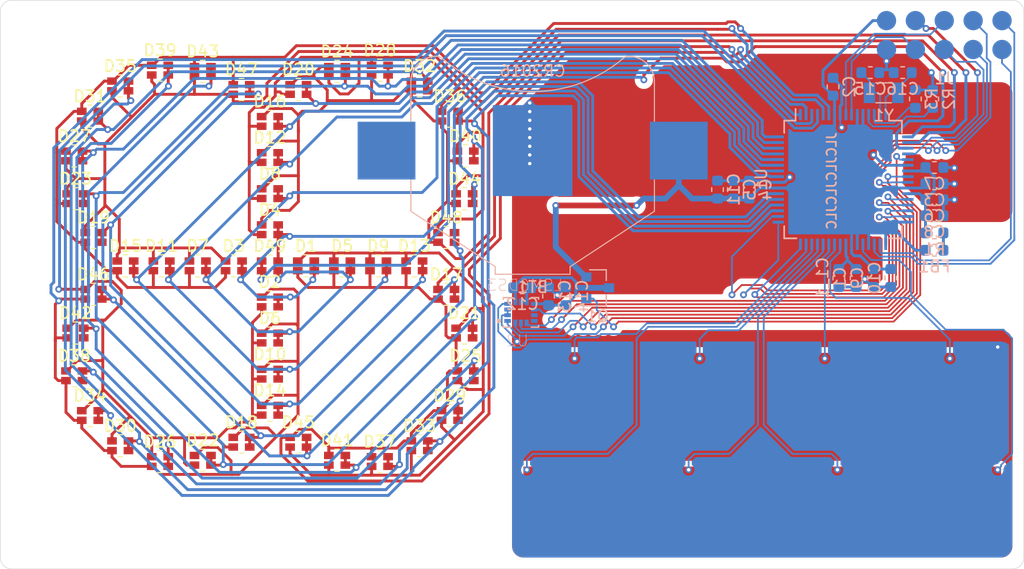
<source format=kicad_pcb>
(kicad_pcb (version 20171130) (host pcbnew 5.0.2+dfsg1-1~bpo9+1)
  (layers (0 F.Cu signal) (31 B.Cu signal) (34 B.Paste user hide) (35 F.Paste user hide) (36 B.SilkS user) (37 F.SilkS user) (38 B.Mask user) (39 F.Mask user) (44 Edge.Cuts user))
  (net 0 "")
  (net 1 LED_K0)
  (net 2 LED_K1)
  (net 3 LED_A0)
  (net 4 LED_K3)
  (net 5 LED_K2)
  (net 6 LED_K4)
  (net 7 LED_K5)
  (net 8 LED_K7)
  (net 9 LED_K6)
  (net 10 LED_K8)
  (net 11 LED_A1)
  (net 12 LED_A2)
  (net 13 LED_A3)
  (net 14 LED_A4)
  (net 15 LED_A5)
  (net 16 LED_A6)
  (net 17 LED_A7)
  (net 18 LED_A8)
  (net 19 VDD)
  (net 20 GND)
  (net 21 N$7)
  (net 22 N$6)
  (net 23 N$13)
  (net 24 N$14)
  (net 25 N$5)
  (net 26 N$19)
  (net 27 N$20)
  (net 28 N$16)
  (net 29 N$15)
  (net 30 N$17)
  (net 31 N$18)
  (net 32 N$12)
  (net 33 N$11)
  (net 34 TOUCH_PAD0)
  (net 35 N$1)
  (net 36 TOUCH_PAD1)
  (net 37 TOUCH_PAD2)
  (net 38 TOUCH_PAD3)
  (net 39 N$21)
  (net 40 N$22)
  (net 41 N$23)
  (net 42 N$8)
  (net 43 N$10)
  (net 44 N$9)
  (net 45 LED_K9)
  (net 46 LED_K10)
  (net 47 LED_K11)
  (net 48 LFXTAL_P)
  (net 49 LFXTAL_N)
  (net 50 IMU_VDD)
  (net 51 N$24)
  (net 52 MCU_AVDD)
  (net 53 N$2)
  (net 54 N$25)
  (module footprints:TouchPad_D8.0mm_Mask (layer F.Cu) (at 183.5 115)
    (fp_text reference TS4 hide)
    (fp_text value TOUCH_PAD)
    (pad 1 smd circle (at 0 0) (size 8 8) (layers F.Cu) (net 38 TOUCH_PAD3))
  )
  (module footprints:TouchPad_D8.0mm_Mask (layer F.Cu) (at 172.5 115)
    (fp_text reference TS3 hide)
    (fp_text value TOUCH_PAD)
    (pad 1 smd circle (at 0 0) (size 8 8) (layers F.Cu) (net 37 TOUCH_PAD2))
  )
  (module footprints:TouchPad_D8.0mm_Mask (layer F.Cu) (at 161.5 115)
    (fp_text reference TS2 hide)
    (fp_text value TOUCH_PAD)
    (pad 1 smd circle (at 0 0) (size 8 8) (layers F.Cu) (net 36 TOUCH_PAD1))
  )
  (module footprints:TouchPad_D8.0mm_Mask (layer F.Cu) (at 150.495 114.935)
    (fp_text reference TS1 hide)
    (fp_text value TOUCH_PAD)
    (pad 1 smd circle (at 0 0) (size 8 8) (layers F.Cu) (net 34 TOUCH_PAD0))
  )
  (module footprints:Text_Slide_Signika_Mask (layer F.Cu) (at 161.544 124.55)
    (fp_text reference svg2mod hide)
    (fp_text value G*** hide)
  )
  (module footprints:Text_Contacts_Reversed-2_Mask (layer F.Cu) (at 148.63064 104.11714)
    (fp_text reference svg2mod hide)
    (fp_text value G*** hide)
  )
  (module footprints:Text_Position_Mask (layer F.Cu) (at 148.63318 94.63532)
    (fp_text reference svg2mod hide)
    (fp_text value G*** hide)
  )
  (module footprints:Text_Name_9.5pt_Mask (layer F.Cu) (at 148.62 90.55)
    (fp_text reference svg2mod hide)
    (fp_text value G*** hide)
  )
  (module footprints:BatteryHolder_Keystone_3026_1x2016 (layer B.Cu) (at 146.812 93.218)
    (fp_text reference BT1 (at 0 12) (layer B.SilkS) (effects (justify mirror)))
    (fp_text value Battery_Cell)
    (fp_text user CR2016 (at 0 -7) (layer B.SilkS) (effects (font (thickness 0.125)) (justify mirror)))
    (pad 1 smd rect (at -12.85 0) (size 5.08 5.08) (layers B.Cu B.Paste B.Mask))
    (pad 1 smd rect (at 12.85 0) (size 5.08 5.08) (layers B.Cu B.Paste B.Mask) (net 19 VDD))
    (pad 2 smd rect (at 0 0) (size 7 8) (layers B.Cu B.Mask) (net 20 GND))
  )
  (module footprints:LED_DUAL_0606 (layer F.Cu) (at 123.709 103.351)
    (fp_text reference D49 (at 0 -1.75) (layer F.SilkS))
    (fp_text value LED_Dual_AACC)
    (pad 1 smd rect (at -0.725 -0.425) (size 0.85 0.65) (layers F.Cu F.Paste F.Mask) (net 18 LED_A8))
    (pad 2 smd rect (at -0.725 0.425) (size 0.85 0.65) (layers F.Cu F.Paste F.Mask) (net 18 LED_A8))
    (pad 4 smd rect (at 0.725 0.425) (size 0.85 0.65) (layers F.Cu F.Paste F.Mask) (net 2 LED_K1))
    (pad 3 smd rect (at 0.725 -0.425) (size 0.85 0.65) (layers F.Cu F.Paste F.Mask) (net 1 LED_K0))
  )
  (module footprints:LED_DUAL_0606 (layer F.Cu) (at 139.217852 100.851333)
    (fp_text reference D48 (at 0 -1.75) (layer F.SilkS))
    (fp_text value LED_Dual_AACC)
    (pad 1 smd rect (at -0.725 -0.425) (size 0.85 0.65) (layers F.Cu F.Paste F.Mask) (net 17 LED_A7))
    (pad 2 smd rect (at -0.725 0.425) (size 0.85 0.65) (layers F.Cu F.Paste F.Mask) (net 16 LED_A6))
    (pad 4 smd rect (at 0.725 0.425) (size 0.85 0.65) (layers F.Cu F.Paste F.Mask) (net 47 LED_K11))
    (pad 3 smd rect (at 0.725 -0.425) (size 0.85 0.65) (layers F.Cu F.Paste F.Mask) (net 47 LED_K11))
  )
  (module footprints:LED_DUAL_0606 (layer F.Cu) (at 121.209333 87.842147)
    (fp_text reference D47 (at 0 -1.75) (layer F.SilkS))
    (fp_text value LED_Dual_AACC)
    (pad 1 smd rect (at -0.725 -0.425) (size 0.85 0.65) (layers F.Cu F.Paste F.Mask) (net 15 LED_A5))
    (pad 2 smd rect (at -0.725 0.425) (size 0.85 0.65) (layers F.Cu F.Paste F.Mask) (net 14 LED_A4))
    (pad 4 smd rect (at 0.725 0.425) (size 0.85 0.65) (layers F.Cu F.Paste F.Mask) (net 47 LED_K11))
    (pad 3 smd rect (at 0.725 -0.425) (size 0.85 0.65) (layers F.Cu F.Paste F.Mask) (net 47 LED_K11))
  )
  (module footprints:LED_DUAL_0606 (layer F.Cu) (at 108.200147 105.850666)
    (fp_text reference D46 (at 0 -1.75) (layer F.SilkS))
    (fp_text value LED_Dual_AACC)
    (pad 1 smd rect (at -0.725 -0.425) (size 0.85 0.65) (layers F.Cu F.Paste F.Mask) (net 13 LED_A3))
    (pad 2 smd rect (at -0.725 0.425) (size 0.85 0.65) (layers F.Cu F.Paste F.Mask) (net 12 LED_A2))
    (pad 4 smd rect (at 0.725 0.425) (size 0.85 0.65) (layers F.Cu F.Paste F.Mask) (net 47 LED_K11))
    (pad 3 smd rect (at 0.725 -0.425) (size 0.85 0.65) (layers F.Cu F.Paste F.Mask) (net 47 LED_K11))
  )
  (module footprints:LED_DUAL_0606 (layer F.Cu) (at 126.208666 118.859852)
    (fp_text reference D45 (at 0 -1.75) (layer F.SilkS))
    (fp_text value LED_Dual_AACC)
    (pad 1 smd rect (at -0.725 -0.425) (size 0.85 0.65) (layers F.Cu F.Paste F.Mask) (net 11 LED_A1))
    (pad 2 smd rect (at -0.725 0.425) (size 0.85 0.65) (layers F.Cu F.Paste F.Mask) (net 3 LED_A0))
    (pad 4 smd rect (at 0.725 0.425) (size 0.85 0.65) (layers F.Cu F.Paste F.Mask) (net 47 LED_K11))
    (pad 3 smd rect (at 0.725 -0.425) (size 0.85 0.65) (layers F.Cu F.Paste F.Mask) (net 47 LED_K11))
  )
  (module footprints:LED_DUAL_0606 (layer F.Cu) (at 140.806919 97.443568)
    (fp_text reference D44 (at 0 -1.75) (layer F.SilkS))
    (fp_text value LED_Dual_AACC)
    (pad 1 smd rect (at -0.725 -0.425) (size 0.85 0.65) (layers F.Cu F.Paste F.Mask) (net 17 LED_A7))
    (pad 2 smd rect (at -0.725 0.425) (size 0.85 0.65) (layers F.Cu F.Paste F.Mask) (net 16 LED_A6))
    (pad 4 smd rect (at 0.725 0.425) (size 0.85 0.65) (layers F.Cu F.Paste F.Mask) (net 46 LED_K10))
    (pad 3 smd rect (at 0.725 -0.425) (size 0.85 0.65) (layers F.Cu F.Paste F.Mask) (net 46 LED_K10))
  )
  (module footprints:LED_DUAL_0606 (layer F.Cu) (at 117.801568 86.25308)
    (fp_text reference D43 (at 0 -1.75) (layer F.SilkS))
    (fp_text value LED_Dual_AACC)
    (pad 1 smd rect (at -0.725 -0.425) (size 0.85 0.65) (layers F.Cu F.Paste F.Mask) (net 15 LED_A5))
    (pad 2 smd rect (at -0.725 0.425) (size 0.85 0.65) (layers F.Cu F.Paste F.Mask) (net 14 LED_A4))
    (pad 4 smd rect (at 0.725 0.425) (size 0.85 0.65) (layers F.Cu F.Paste F.Mask) (net 46 LED_K10))
    (pad 3 smd rect (at 0.725 -0.425) (size 0.85 0.65) (layers F.Cu F.Paste F.Mask) (net 46 LED_K10))
  )
  (module footprints:LED_DUAL_0606 (layer F.Cu) (at 106.61108 109.258431)
    (fp_text reference D42 (at 0 -1.75) (layer F.SilkS))
    (fp_text value LED_Dual_AACC)
    (pad 1 smd rect (at -0.725 -0.425) (size 0.85 0.65) (layers F.Cu F.Paste F.Mask) (net 13 LED_A3))
    (pad 2 smd rect (at -0.725 0.425) (size 0.85 0.65) (layers F.Cu F.Paste F.Mask) (net 12 LED_A2))
    (pad 4 smd rect (at 0.725 0.425) (size 0.85 0.65) (layers F.Cu F.Paste F.Mask) (net 46 LED_K10))
    (pad 3 smd rect (at 0.725 -0.425) (size 0.85 0.65) (layers F.Cu F.Paste F.Mask) (net 46 LED_K10))
  )
  (module footprints:LED_DUAL_0606 (layer F.Cu) (at 129.616431 120.448919)
    (fp_text reference D41 (at 0 -1.75) (layer F.SilkS))
    (fp_text value LED_Dual_AACC)
    (pad 1 smd rect (at -0.725 -0.425) (size 0.85 0.65) (layers F.Cu F.Paste F.Mask) (net 11 LED_A1))
    (pad 2 smd rect (at -0.725 0.425) (size 0.85 0.65) (layers F.Cu F.Paste F.Mask) (net 3 LED_A0))
    (pad 4 smd rect (at 0.725 0.425) (size 0.85 0.65) (layers F.Cu F.Paste F.Mask) (net 46 LED_K10))
    (pad 3 smd rect (at 0.725 -0.425) (size 0.85 0.65) (layers F.Cu F.Paste F.Mask) (net 46 LED_K10))
  )
  (module footprints:LED_DUAL_0606 (layer F.Cu) (at 140.916279 93.685107)
    (fp_text reference D40 (at 0 -1.75) (layer F.SilkS))
    (fp_text value LED_Dual_AACC)
    (pad 1 smd rect (at -0.725 -0.425) (size 0.85 0.65) (layers F.Cu F.Paste F.Mask) (net 17 LED_A7))
    (pad 2 smd rect (at -0.725 0.425) (size 0.85 0.65) (layers F.Cu F.Paste F.Mask) (net 16 LED_A6))
    (pad 4 smd rect (at 0.725 0.425) (size 0.85 0.65) (layers F.Cu F.Paste F.Mask) (net 45 LED_K9))
    (pad 3 smd rect (at 0.725 -0.425) (size 0.85 0.65) (layers F.Cu F.Paste F.Mask) (net 45 LED_K9))
  )
  (module footprints:LED_DUAL_0606 (layer F.Cu) (at 114.043107 86.14372)
    (fp_text reference D39 (at 0 -1.75) (layer F.SilkS))
    (fp_text value LED_Dual_AACC)
    (pad 1 smd rect (at -0.725 -0.425) (size 0.85 0.65) (layers F.Cu F.Paste F.Mask) (net 15 LED_A5))
    (pad 2 smd rect (at -0.725 0.425) (size 0.85 0.65) (layers F.Cu F.Paste F.Mask) (net 14 LED_A4))
    (pad 4 smd rect (at 0.725 0.425) (size 0.85 0.65) (layers F.Cu F.Paste F.Mask) (net 45 LED_K9))
    (pad 3 smd rect (at 0.725 -0.425) (size 0.85 0.65) (layers F.Cu F.Paste F.Mask) (net 45 LED_K9))
  )
  (module footprints:LED_DUAL_0606 (layer F.Cu) (at 106.50172 113.016892)
    (fp_text reference D38 (at 0 -1.75) (layer F.SilkS))
    (fp_text value LED_Dual_AACC)
    (pad 1 smd rect (at -0.725 -0.425) (size 0.85 0.65) (layers F.Cu F.Paste F.Mask) (net 13 LED_A3))
    (pad 2 smd rect (at -0.725 0.425) (size 0.85 0.65) (layers F.Cu F.Paste F.Mask) (net 12 LED_A2))
    (pad 4 smd rect (at 0.725 0.425) (size 0.85 0.65) (layers F.Cu F.Paste F.Mask) (net 45 LED_K9))
    (pad 3 smd rect (at 0.725 -0.425) (size 0.85 0.65) (layers F.Cu F.Paste F.Mask) (net 45 LED_K9))
  )
  (module footprints:LED_DUAL_0606 (layer F.Cu) (at 133.374892 120.558279)
    (fp_text reference D37 (at 0 -1.75) (layer F.SilkS))
    (fp_text value LED_Dual_AACC)
    (pad 1 smd rect (at -0.725 -0.425) (size 0.85 0.65) (layers F.Cu F.Paste F.Mask) (net 11 LED_A1))
    (pad 2 smd rect (at -0.725 0.425) (size 0.85 0.65) (layers F.Cu F.Paste F.Mask) (net 3 LED_A0))
    (pad 4 smd rect (at 0.725 0.425) (size 0.85 0.65) (layers F.Cu F.Paste F.Mask) (net 45 LED_K9))
    (pad 3 smd rect (at 0.725 -0.425) (size 0.85 0.65) (layers F.Cu F.Paste F.Mask) (net 45 LED_K9))
  )
  (module footprints:LED_DUAL_0606 (layer F.Cu) (at 139.528045 90.190712)
    (fp_text reference D36 (at 0 -1.75) (layer F.SilkS))
    (fp_text value LED_Dual_AACC)
    (pad 1 smd rect (at -0.725 -0.425) (size 0.85 0.65) (layers F.Cu F.Paste F.Mask) (net 17 LED_A7))
    (pad 2 smd rect (at -0.725 0.425) (size 0.85 0.65) (layers F.Cu F.Paste F.Mask) (net 16 LED_A6))
    (pad 4 smd rect (at 0.725 0.425) (size 0.85 0.65) (layers F.Cu F.Paste F.Mask) (net 10 LED_K8))
    (pad 3 smd rect (at 0.725 -0.425) (size 0.85 0.65) (layers F.Cu F.Paste F.Mask) (net 10 LED_K8))
  )
  (module footprints:LED_DUAL_0606 (layer F.Cu) (at 110.548712 87.531954)
    (fp_text reference D35 (at 0 -1.75) (layer F.SilkS))
    (fp_text value LED_Dual_AACC)
    (pad 1 smd rect (at -0.725 -0.425) (size 0.85 0.65) (layers F.Cu F.Paste F.Mask) (net 15 LED_A5))
    (pad 2 smd rect (at -0.725 0.425) (size 0.85 0.65) (layers F.Cu F.Paste F.Mask) (net 14 LED_A4))
    (pad 4 smd rect (at 0.725 0.425) (size 0.85 0.65) (layers F.Cu F.Paste F.Mask) (net 10 LED_K8))
    (pad 3 smd rect (at 0.725 -0.425) (size 0.85 0.65) (layers F.Cu F.Paste F.Mask) (net 10 LED_K8))
  )
  (module footprints:LED_DUAL_0606 (layer F.Cu) (at 107.889954 116.511287)
    (fp_text reference D34 (at 0 -1.75) (layer F.SilkS))
    (fp_text value LED_Dual_AACC)
    (pad 1 smd rect (at -0.725 -0.425) (size 0.85 0.65) (layers F.Cu F.Paste F.Mask) (net 13 LED_A3))
    (pad 2 smd rect (at -0.725 0.425) (size 0.85 0.65) (layers F.Cu F.Paste F.Mask) (net 12 LED_A2))
    (pad 4 smd rect (at 0.725 0.425) (size 0.85 0.65) (layers F.Cu F.Paste F.Mask) (net 10 LED_K8))
    (pad 3 smd rect (at 0.725 -0.425) (size 0.85 0.65) (layers F.Cu F.Paste F.Mask) (net 10 LED_K8))
  )
  (module footprints:LED_DUAL_0606 (layer F.Cu) (at 136.869287 119.170045)
    (fp_text reference D33 (at 0 -1.75) (layer F.SilkS))
    (fp_text value LED_Dual_AACC)
    (pad 1 smd rect (at -0.725 -0.425) (size 0.85 0.65) (layers F.Cu F.Paste F.Mask) (net 11 LED_A1))
    (pad 2 smd rect (at -0.725 0.425) (size 0.85 0.65) (layers F.Cu F.Paste F.Mask) (net 3 LED_A0))
    (pad 4 smd rect (at 0.725 0.425) (size 0.85 0.65) (layers F.Cu F.Paste F.Mask) (net 10 LED_K8))
    (pad 3 smd rect (at 0.725 -0.425) (size 0.85 0.65) (layers F.Cu F.Paste F.Mask) (net 10 LED_K8))
  )
  (module footprints:LED_DUAL_0606 (layer F.Cu) (at 136.869287 87.531954)
    (fp_text reference D32 (at 0 -1.75) (layer F.SilkS))
    (fp_text value LED_Dual_AACC)
    (pad 1 smd rect (at -0.725 -0.425) (size 0.85 0.65) (layers F.Cu F.Paste F.Mask) (net 17 LED_A7))
    (pad 2 smd rect (at -0.725 0.425) (size 0.85 0.65) (layers F.Cu F.Paste F.Mask) (net 16 LED_A6))
    (pad 4 smd rect (at 0.725 0.425) (size 0.85 0.65) (layers F.Cu F.Paste F.Mask) (net 8 LED_K7))
    (pad 3 smd rect (at 0.725 -0.425) (size 0.85 0.65) (layers F.Cu F.Paste F.Mask) (net 8 LED_K7))
  )
  (module footprints:LED_DUAL_0606 (layer F.Cu) (at 107.889954 90.190712)
    (fp_text reference D31 (at 0 -1.75) (layer F.SilkS))
    (fp_text value LED_Dual_AACC)
    (pad 1 smd rect (at -0.725 -0.425) (size 0.85 0.65) (layers F.Cu F.Paste F.Mask) (net 15 LED_A5))
    (pad 2 smd rect (at -0.725 0.425) (size 0.85 0.65) (layers F.Cu F.Paste F.Mask) (net 14 LED_A4))
    (pad 4 smd rect (at 0.725 0.425) (size 0.85 0.65) (layers F.Cu F.Paste F.Mask) (net 8 LED_K7))
    (pad 3 smd rect (at 0.725 -0.425) (size 0.85 0.65) (layers F.Cu F.Paste F.Mask) (net 8 LED_K7))
  )
  (module footprints:LED_DUAL_0606 (layer F.Cu) (at 110.548712 119.170045)
    (fp_text reference D30 (at 0 -1.75) (layer F.SilkS))
    (fp_text value LED_Dual_AACC)
    (pad 1 smd rect (at -0.725 -0.425) (size 0.85 0.65) (layers F.Cu F.Paste F.Mask) (net 13 LED_A3))
    (pad 2 smd rect (at -0.725 0.425) (size 0.85 0.65) (layers F.Cu F.Paste F.Mask) (net 12 LED_A2))
    (pad 4 smd rect (at 0.725 0.425) (size 0.85 0.65) (layers F.Cu F.Paste F.Mask) (net 8 LED_K7))
    (pad 3 smd rect (at 0.725 -0.425) (size 0.85 0.65) (layers F.Cu F.Paste F.Mask) (net 8 LED_K7))
  )
  (module footprints:LED_DUAL_0606 (layer F.Cu) (at 139.528045 116.511287)
    (fp_text reference D29 (at 0 -1.75) (layer F.SilkS))
    (fp_text value LED_Dual_AACC)
    (pad 1 smd rect (at -0.725 -0.425) (size 0.85 0.65) (layers F.Cu F.Paste F.Mask) (net 11 LED_A1))
    (pad 2 smd rect (at -0.725 0.425) (size 0.85 0.65) (layers F.Cu F.Paste F.Mask) (net 3 LED_A0))
    (pad 4 smd rect (at 0.725 0.425) (size 0.85 0.65) (layers F.Cu F.Paste F.Mask) (net 8 LED_K7))
    (pad 3 smd rect (at 0.725 -0.425) (size 0.85 0.65) (layers F.Cu F.Paste F.Mask) (net 8 LED_K7))
  )
  (module footprints:LED_DUAL_0606 (layer F.Cu) (at 133.374892 86.14372)
    (fp_text reference D28 (at 0 -1.75) (layer F.SilkS))
    (fp_text value LED_Dual_AACC)
    (pad 1 smd rect (at -0.725 -0.425) (size 0.85 0.65) (layers F.Cu F.Paste F.Mask) (net 17 LED_A7))
    (pad 2 smd rect (at -0.725 0.425) (size 0.85 0.65) (layers F.Cu F.Paste F.Mask) (net 16 LED_A6))
    (pad 4 smd rect (at 0.725 0.425) (size 0.85 0.65) (layers F.Cu F.Paste F.Mask) (net 9 LED_K6))
    (pad 3 smd rect (at 0.725 -0.425) (size 0.85 0.65) (layers F.Cu F.Paste F.Mask) (net 9 LED_K6))
  )
  (module footprints:LED_DUAL_0606 (layer F.Cu) (at 106.50172 93.685107)
    (fp_text reference D27 (at 0 -1.75) (layer F.SilkS))
    (fp_text value LED_Dual_AACC)
    (pad 1 smd rect (at -0.725 -0.425) (size 0.85 0.65) (layers F.Cu F.Paste F.Mask) (net 15 LED_A5))
    (pad 2 smd rect (at -0.725 0.425) (size 0.85 0.65) (layers F.Cu F.Paste F.Mask) (net 14 LED_A4))
    (pad 4 smd rect (at 0.725 0.425) (size 0.85 0.65) (layers F.Cu F.Paste F.Mask) (net 9 LED_K6))
    (pad 3 smd rect (at 0.725 -0.425) (size 0.85 0.65) (layers F.Cu F.Paste F.Mask) (net 9 LED_K6))
  )
  (module footprints:LED_DUAL_0606 (layer F.Cu) (at 114.043107 120.558279)
    (fp_text reference D26 (at 0 -1.75) (layer F.SilkS))
    (fp_text value LED_Dual_AACC)
    (pad 1 smd rect (at -0.725 -0.425) (size 0.85 0.65) (layers F.Cu F.Paste F.Mask) (net 13 LED_A3))
    (pad 2 smd rect (at -0.725 0.425) (size 0.85 0.65) (layers F.Cu F.Paste F.Mask) (net 12 LED_A2))
    (pad 4 smd rect (at 0.725 0.425) (size 0.85 0.65) (layers F.Cu F.Paste F.Mask) (net 9 LED_K6))
    (pad 3 smd rect (at 0.725 -0.425) (size 0.85 0.65) (layers F.Cu F.Paste F.Mask) (net 9 LED_K6))
  )
  (module footprints:LED_DUAL_0606 (layer F.Cu) (at 140.916279 113.016892)
    (fp_text reference D25 (at 0 -1.75) (layer F.SilkS))
    (fp_text value LED_Dual_AACC)
    (pad 1 smd rect (at -0.725 -0.425) (size 0.85 0.65) (layers F.Cu F.Paste F.Mask) (net 11 LED_A1))
    (pad 2 smd rect (at -0.725 0.425) (size 0.85 0.65) (layers F.Cu F.Paste F.Mask) (net 3 LED_A0))
    (pad 4 smd rect (at 0.725 0.425) (size 0.85 0.65) (layers F.Cu F.Paste F.Mask) (net 9 LED_K6))
    (pad 3 smd rect (at 0.725 -0.425) (size 0.85 0.65) (layers F.Cu F.Paste F.Mask) (net 9 LED_K6))
  )
  (module footprints:LED_DUAL_0606 (layer F.Cu) (at 129.616431 86.25308)
    (fp_text reference D24 (at 0 -1.75) (layer F.SilkS))
    (fp_text value LED_Dual_AACC)
    (pad 1 smd rect (at -0.725 -0.425) (size 0.85 0.65) (layers F.Cu F.Paste F.Mask) (net 16 LED_A6))
    (pad 2 smd rect (at -0.725 0.425) (size 0.85 0.65) (layers F.Cu F.Paste F.Mask) (net 17 LED_A7))
    (pad 4 smd rect (at 0.725 0.425) (size 0.85 0.65) (layers F.Cu F.Paste F.Mask) (net 7 LED_K5))
    (pad 3 smd rect (at 0.725 -0.425) (size 0.85 0.65) (layers F.Cu F.Paste F.Mask) (net 7 LED_K5))
  )
  (module footprints:LED_DUAL_0606 (layer F.Cu) (at 106.61108 97.443568)
    (fp_text reference D23 (at 0 -1.75) (layer F.SilkS))
    (fp_text value LED_Dual_AACC)
    (pad 1 smd rect (at -0.725 -0.425) (size 0.85 0.65) (layers F.Cu F.Paste F.Mask) (net 14 LED_A4))
    (pad 2 smd rect (at -0.725 0.425) (size 0.85 0.65) (layers F.Cu F.Paste F.Mask) (net 15 LED_A5))
    (pad 4 smd rect (at 0.725 0.425) (size 0.85 0.65) (layers F.Cu F.Paste F.Mask) (net 7 LED_K5))
    (pad 3 smd rect (at 0.725 -0.425) (size 0.85 0.65) (layers F.Cu F.Paste F.Mask) (net 7 LED_K5))
  )
  (module footprints:LED_DUAL_0606 (layer F.Cu) (at 117.801568 120.448919)
    (fp_text reference D22 (at 0 -1.75) (layer F.SilkS))
    (fp_text value LED_Dual_AACC)
    (pad 1 smd rect (at -0.725 -0.425) (size 0.85 0.65) (layers F.Cu F.Paste F.Mask) (net 12 LED_A2))
    (pad 2 smd rect (at -0.725 0.425) (size 0.85 0.65) (layers F.Cu F.Paste F.Mask) (net 13 LED_A3))
    (pad 4 smd rect (at 0.725 0.425) (size 0.85 0.65) (layers F.Cu F.Paste F.Mask) (net 7 LED_K5))
    (pad 3 smd rect (at 0.725 -0.425) (size 0.85 0.65) (layers F.Cu F.Paste F.Mask) (net 7 LED_K5))
  )
  (module footprints:LED_DUAL_0606 (layer F.Cu) (at 140.806919 109.258431)
    (fp_text reference D21 (at 0 -1.75) (layer F.SilkS))
    (fp_text value LED_Dual_AACC)
    (pad 1 smd rect (at -0.725 -0.425) (size 0.85 0.65) (layers F.Cu F.Paste F.Mask) (net 3 LED_A0))
    (pad 2 smd rect (at -0.725 0.425) (size 0.85 0.65) (layers F.Cu F.Paste F.Mask) (net 11 LED_A1))
    (pad 4 smd rect (at 0.725 0.425) (size 0.85 0.65) (layers F.Cu F.Paste F.Mask) (net 7 LED_K5))
    (pad 3 smd rect (at 0.725 -0.425) (size 0.85 0.65) (layers F.Cu F.Paste F.Mask) (net 7 LED_K5))
  )
  (module footprints:LED_DUAL_0606 (layer F.Cu) (at 126.208666 87.842147)
    (fp_text reference D20 (at 0 -1.75) (layer F.SilkS))
    (fp_text value LED_Dual_AACC)
    (pad 1 smd rect (at -0.725 -0.425) (size 0.85 0.65) (layers F.Cu F.Paste F.Mask) (net 16 LED_A6))
    (pad 2 smd rect (at -0.725 0.425) (size 0.85 0.65) (layers F.Cu F.Paste F.Mask) (net 17 LED_A7))
    (pad 4 smd rect (at 0.725 0.425) (size 0.85 0.65) (layers F.Cu F.Paste F.Mask) (net 6 LED_K4))
    (pad 3 smd rect (at 0.725 -0.425) (size 0.85 0.65) (layers F.Cu F.Paste F.Mask) (net 6 LED_K4))
  )
  (module footprints:LED_DUAL_0606 (layer F.Cu) (at 108.200147 100.851333)
    (fp_text reference D19 (at 0 -1.75) (layer F.SilkS))
    (fp_text value LED_Dual_AACC)
    (pad 1 smd rect (at -0.725 -0.425) (size 0.85 0.65) (layers F.Cu F.Paste F.Mask) (net 14 LED_A4))
    (pad 2 smd rect (at -0.725 0.425) (size 0.85 0.65) (layers F.Cu F.Paste F.Mask) (net 15 LED_A5))
    (pad 4 smd rect (at 0.725 0.425) (size 0.85 0.65) (layers F.Cu F.Paste F.Mask) (net 6 LED_K4))
    (pad 3 smd rect (at 0.725 -0.425) (size 0.85 0.65) (layers F.Cu F.Paste F.Mask) (net 6 LED_K4))
  )
  (module footprints:LED_DUAL_0606 (layer F.Cu) (at 121.209333 118.859852)
    (fp_text reference D18 (at 0 -1.75) (layer F.SilkS))
    (fp_text value LED_Dual_AACC)
    (pad 1 smd rect (at -0.725 -0.425) (size 0.85 0.65) (layers F.Cu F.Paste F.Mask) (net 12 LED_A2))
    (pad 2 smd rect (at -0.725 0.425) (size 0.85 0.65) (layers F.Cu F.Paste F.Mask) (net 13 LED_A3))
    (pad 4 smd rect (at 0.725 0.425) (size 0.85 0.65) (layers F.Cu F.Paste F.Mask) (net 6 LED_K4))
    (pad 3 smd rect (at 0.725 -0.425) (size 0.85 0.65) (layers F.Cu F.Paste F.Mask) (net 6 LED_K4))
  )
  (module footprints:LED_DUAL_0606 (layer F.Cu) (at 139.217852 105.850666)
    (fp_text reference D17 (at 0 -1.75) (layer F.SilkS))
    (fp_text value LED_Dual_AACC)
    (pad 1 smd rect (at -0.725 -0.425) (size 0.85 0.65) (layers F.Cu F.Paste F.Mask) (net 3 LED_A0))
    (pad 2 smd rect (at -0.725 0.425) (size 0.85 0.65) (layers F.Cu F.Paste F.Mask) (net 11 LED_A1))
    (pad 4 smd rect (at 0.725 0.425) (size 0.85 0.65) (layers F.Cu F.Paste F.Mask) (net 6 LED_K4))
    (pad 3 smd rect (at 0.725 -0.425) (size 0.85 0.65) (layers F.Cu F.Paste F.Mask) (net 6 LED_K4))
  )
  (module footprints:LED_DUAL_0606 (layer F.Cu) (at 123.709 90.651)
    (fp_text reference D16 (at 0 -1.75) (layer F.SilkS))
    (fp_text value LED_Dual_AACC)
    (pad 1 smd rect (at -0.725 -0.425) (size 0.85 0.65) (layers F.Cu F.Paste F.Mask) (net 16 LED_A6))
    (pad 2 smd rect (at -0.725 0.425) (size 0.85 0.65) (layers F.Cu F.Paste F.Mask) (net 17 LED_A7))
    (pad 4 smd rect (at 0.725 0.425) (size 0.85 0.65) (layers F.Cu F.Paste F.Mask) (net 4 LED_K3))
    (pad 3 smd rect (at 0.725 -0.425) (size 0.85 0.65) (layers F.Cu F.Paste F.Mask) (net 4 LED_K3))
  )
  (module footprints:LED_DUAL_0606 (layer F.Cu) (at 111.009 103.351)
    (fp_text reference D15 (at 0 -1.75) (layer F.SilkS))
    (fp_text value LED_Dual_AACC)
    (pad 1 smd rect (at -0.725 -0.425) (size 0.85 0.65) (layers F.Cu F.Paste F.Mask) (net 14 LED_A4))
    (pad 2 smd rect (at -0.725 0.425) (size 0.85 0.65) (layers F.Cu F.Paste F.Mask) (net 15 LED_A5))
    (pad 4 smd rect (at 0.725 0.425) (size 0.85 0.65) (layers F.Cu F.Paste F.Mask) (net 4 LED_K3))
    (pad 3 smd rect (at 0.725 -0.425) (size 0.85 0.65) (layers F.Cu F.Paste F.Mask) (net 4 LED_K3))
  )
  (module footprints:LED_DUAL_0606 (layer F.Cu) (at 123.709 116.051)
    (fp_text reference D14 (at 0 -1.75) (layer F.SilkS))
    (fp_text value LED_Dual_AACC)
    (pad 1 smd rect (at -0.725 -0.425) (size 0.85 0.65) (layers F.Cu F.Paste F.Mask) (net 12 LED_A2))
    (pad 2 smd rect (at -0.725 0.425) (size 0.85 0.65) (layers F.Cu F.Paste F.Mask) (net 13 LED_A3))
    (pad 4 smd rect (at 0.725 0.425) (size 0.85 0.65) (layers F.Cu F.Paste F.Mask) (net 4 LED_K3))
    (pad 3 smd rect (at 0.725 -0.425) (size 0.85 0.65) (layers F.Cu F.Paste F.Mask) (net 4 LED_K3))
  )
  (module footprints:LED_DUAL_0606 (layer F.Cu) (at 136.409 103.351)
    (fp_text reference D13 (at 0 -1.75) (layer F.SilkS))
    (fp_text value LED_Dual_AACC)
    (pad 1 smd rect (at -0.725 -0.425) (size 0.85 0.65) (layers F.Cu F.Paste F.Mask) (net 3 LED_A0))
    (pad 2 smd rect (at -0.725 0.425) (size 0.85 0.65) (layers F.Cu F.Paste F.Mask) (net 11 LED_A1))
    (pad 4 smd rect (at 0.725 0.425) (size 0.85 0.65) (layers F.Cu F.Paste F.Mask) (net 4 LED_K3))
    (pad 3 smd rect (at 0.725 -0.425) (size 0.85 0.65) (layers F.Cu F.Paste F.Mask) (net 4 LED_K3))
  )
  (module footprints:LED_DUAL_0606 (layer F.Cu) (at 123.709 93.826)
    (fp_text reference D12 (at 0 -1.75) (layer F.SilkS))
    (fp_text value LED_Dual_AACC)
    (pad 1 smd rect (at -0.725 -0.425) (size 0.85 0.65) (layers F.Cu F.Paste F.Mask) (net 16 LED_A6))
    (pad 2 smd rect (at -0.725 0.425) (size 0.85 0.65) (layers F.Cu F.Paste F.Mask) (net 17 LED_A7))
    (pad 4 smd rect (at 0.725 0.425) (size 0.85 0.65) (layers F.Cu F.Paste F.Mask) (net 5 LED_K2))
    (pad 3 smd rect (at 0.725 -0.425) (size 0.85 0.65) (layers F.Cu F.Paste F.Mask) (net 5 LED_K2))
  )
  (module footprints:LED_DUAL_0606 (layer F.Cu) (at 114.184 103.351)
    (fp_text reference D11 (at 0 -1.75) (layer F.SilkS))
    (fp_text value LED_Dual_AACC)
    (pad 1 smd rect (at -0.725 -0.425) (size 0.85 0.65) (layers F.Cu F.Paste F.Mask) (net 14 LED_A4))
    (pad 2 smd rect (at -0.725 0.425) (size 0.85 0.65) (layers F.Cu F.Paste F.Mask) (net 15 LED_A5))
    (pad 4 smd rect (at 0.725 0.425) (size 0.85 0.65) (layers F.Cu F.Paste F.Mask) (net 5 LED_K2))
    (pad 3 smd rect (at 0.725 -0.425) (size 0.85 0.65) (layers F.Cu F.Paste F.Mask) (net 5 LED_K2))
  )
  (module footprints:LED_DUAL_0606 (layer F.Cu) (at 123.709 112.875999)
    (fp_text reference D10 (at 0 -1.75) (layer F.SilkS))
    (fp_text value LED_Dual_AACC)
    (pad 1 smd rect (at -0.725 -0.425) (size 0.85 0.65) (layers F.Cu F.Paste F.Mask) (net 12 LED_A2))
    (pad 2 smd rect (at -0.725 0.425) (size 0.85 0.65) (layers F.Cu F.Paste F.Mask) (net 13 LED_A3))
    (pad 4 smd rect (at 0.725 0.425) (size 0.85 0.65) (layers F.Cu F.Paste F.Mask) (net 5 LED_K2))
    (pad 3 smd rect (at 0.725 -0.425) (size 0.85 0.65) (layers F.Cu F.Paste F.Mask) (net 5 LED_K2))
  )
  (module footprints:LED_DUAL_0606 (layer F.Cu) (at 133.234 103.351)
    (fp_text reference D9 (at 0 -1.75) (layer F.SilkS))
    (fp_text value LED_Dual_AACC)
    (pad 1 smd rect (at -0.725 -0.425) (size 0.85 0.65) (layers F.Cu F.Paste F.Mask) (net 3 LED_A0))
    (pad 2 smd rect (at -0.725 0.425) (size 0.85 0.65) (layers F.Cu F.Paste F.Mask) (net 11 LED_A1))
    (pad 4 smd rect (at 0.725 0.425) (size 0.85 0.65) (layers F.Cu F.Paste F.Mask) (net 5 LED_K2))
    (pad 3 smd rect (at 0.725 -0.425) (size 0.85 0.65) (layers F.Cu F.Paste F.Mask) (net 5 LED_K2))
  )
  (module footprints:LED_DUAL_0606 (layer F.Cu) (at 123.709 97.001)
    (fp_text reference D8 (at 0 -1.75) (layer F.SilkS))
    (fp_text value LED_Dual_AACC)
    (pad 1 smd rect (at -0.725 -0.425) (size 0.85 0.65) (layers F.Cu F.Paste F.Mask) (net 16 LED_A6))
    (pad 2 smd rect (at -0.725 0.425) (size 0.85 0.65) (layers F.Cu F.Paste F.Mask) (net 17 LED_A7))
    (pad 4 smd rect (at 0.725 0.425) (size 0.85 0.65) (layers F.Cu F.Paste F.Mask) (net 2 LED_K1))
    (pad 3 smd rect (at 0.725 -0.425) (size 0.85 0.65) (layers F.Cu F.Paste F.Mask) (net 2 LED_K1))
  )
  (module footprints:LED_DUAL_0606 (layer F.Cu) (at 117.359 103.351)
    (fp_text reference D7 (at 0 -1.75) (layer F.SilkS))
    (fp_text value LED_Dual_AACC)
    (pad 1 smd rect (at -0.725 -0.425) (size 0.85 0.65) (layers F.Cu F.Paste F.Mask) (net 14 LED_A4))
    (pad 2 smd rect (at -0.725 0.425) (size 0.85 0.65) (layers F.Cu F.Paste F.Mask) (net 15 LED_A5))
    (pad 4 smd rect (at 0.725 0.425) (size 0.85 0.65) (layers F.Cu F.Paste F.Mask) (net 2 LED_K1))
    (pad 3 smd rect (at 0.725 -0.425) (size 0.85 0.65) (layers F.Cu F.Paste F.Mask) (net 2 LED_K1))
  )
  (module footprints:LED_DUAL_0606 (layer F.Cu) (at 123.709 109.701)
    (fp_text reference D6 (at 0 -1.75) (layer F.SilkS))
    (fp_text value LED_Dual_AACC)
    (pad 1 smd rect (at -0.725 -0.425) (size 0.85 0.65) (layers F.Cu F.Paste F.Mask) (net 12 LED_A2))
    (pad 2 smd rect (at -0.725 0.425) (size 0.85 0.65) (layers F.Cu F.Paste F.Mask) (net 13 LED_A3))
    (pad 4 smd rect (at 0.725 0.425) (size 0.85 0.65) (layers F.Cu F.Paste F.Mask) (net 2 LED_K1))
    (pad 3 smd rect (at 0.725 -0.425) (size 0.85 0.65) (layers F.Cu F.Paste F.Mask) (net 2 LED_K1))
  )
  (module footprints:LED_DUAL_0606 (layer F.Cu) (at 130.059 103.351)
    (fp_text reference D5 (at 0 -1.75) (layer F.SilkS))
    (fp_text value LED_Dual_AACC)
    (pad 1 smd rect (at -0.725 -0.425) (size 0.85 0.65) (layers F.Cu F.Paste F.Mask) (net 3 LED_A0))
    (pad 2 smd rect (at -0.725 0.425) (size 0.85 0.65) (layers F.Cu F.Paste F.Mask) (net 11 LED_A1))
    (pad 4 smd rect (at 0.725 0.425) (size 0.85 0.65) (layers F.Cu F.Paste F.Mask) (net 2 LED_K1))
    (pad 3 smd rect (at 0.725 -0.425) (size 0.85 0.65) (layers F.Cu F.Paste F.Mask) (net 2 LED_K1))
  )
  (module footprints:LED_DUAL_0606 (layer F.Cu) (at 123.709 100.176)
    (fp_text reference D4 (at 0 -1.75) (layer F.SilkS))
    (fp_text value LED_Dual_AACC)
    (pad 1 smd rect (at -0.725 -0.425) (size 0.85 0.65) (layers F.Cu F.Paste F.Mask) (net 16 LED_A6))
    (pad 2 smd rect (at -0.725 0.425) (size 0.85 0.65) (layers F.Cu F.Paste F.Mask) (net 17 LED_A7))
    (pad 4 smd rect (at 0.725 0.425) (size 0.85 0.65) (layers F.Cu F.Paste F.Mask) (net 1 LED_K0))
    (pad 3 smd rect (at 0.725 -0.425) (size 0.85 0.65) (layers F.Cu F.Paste F.Mask) (net 1 LED_K0))
  )
  (module footprints:LED_DUAL_0606 (layer F.Cu) (at 120.534 103.351)
    (fp_text reference D3 (at 0 -1.75) (layer F.SilkS))
    (fp_text value LED_Dual_AACC)
    (pad 1 smd rect (at -0.725 -0.425) (size 0.85 0.65) (layers F.Cu F.Paste F.Mask) (net 14 LED_A4))
    (pad 2 smd rect (at -0.725 0.425) (size 0.85 0.65) (layers F.Cu F.Paste F.Mask) (net 15 LED_A5))
    (pad 4 smd rect (at 0.725 0.425) (size 0.85 0.65) (layers F.Cu F.Paste F.Mask) (net 1 LED_K0))
    (pad 3 smd rect (at 0.725 -0.425) (size 0.85 0.65) (layers F.Cu F.Paste F.Mask) (net 1 LED_K0))
  )
  (module footprints:LED_DUAL_0606 (layer F.Cu) (at 123.709 106.526)
    (fp_text reference D2 (at 0 -1.75) (layer F.SilkS))
    (fp_text value LED_Dual_AACC)
    (pad 1 smd rect (at -0.725 -0.425) (size 0.85 0.65) (layers F.Cu F.Paste F.Mask) (net 12 LED_A2))
    (pad 2 smd rect (at -0.725 0.425) (size 0.85 0.65) (layers F.Cu F.Paste F.Mask) (net 13 LED_A3))
    (pad 4 smd rect (at 0.725 0.425) (size 0.85 0.65) (layers F.Cu F.Paste F.Mask) (net 1 LED_K0))
    (pad 3 smd rect (at 0.725 -0.425) (size 0.85 0.65) (layers F.Cu F.Paste F.Mask) (net 1 LED_K0))
  )
  (module footprints:LED_DUAL_0606 (layer F.Cu) (at 126.884 103.351)
    (fp_text reference D1 (at 0 -1.75) (layer F.SilkS))
    (fp_text value LED_Dual_AACC)
    (pad 1 smd rect (at -0.725 -0.425) (size 0.85 0.65) (layers F.Cu F.Paste F.Mask) (net 3 LED_A0))
    (pad 2 smd rect (at -0.725 0.425) (size 0.85 0.65) (layers F.Cu F.Paste F.Mask) (net 11 LED_A1))
    (pad 4 smd rect (at 0.725 0.425) (size 0.85 0.65) (layers F.Cu F.Paste F.Mask) (net 1 LED_K0))
    (pad 3 smd rect (at 0.725 -0.425) (size 0.85 0.65) (layers F.Cu F.Paste F.Mask) (net 1 LED_K0))
  )
  (module Capacitor_SMD:C_0603_1608Metric (layer B.Cu) (at 173.736 104.4195 270)
    (fp_text reference C1_1 (at 0 1.43 270) (layer B.SilkS) (effects (justify mirror)))
    (fp_text value 10uF)
    (pad 1 smd roundrect (at -0.7875 0 270) (size 0.875 0.95) (layers B.Cu B.Paste B.Mask) (net 35 N$1))
    (pad 2 smd roundrect (at 0.7875 0 270) (size 0.875 0.95) (layers B.Cu B.Paste B.Mask) (net 20 GND))
  )
  (module Resistor_SMD:R_0603_1608Metric (layer B.Cu) (at 180.467 88.6715 90)
    (fp_text reference R3 (at 0 1.43 90) (layer B.SilkS) (effects (justify mirror)))
    (fp_text value 0)
    (pad 1 smd roundrect (at -0.7875 0 90) (size 0.875 0.95) (layers B.Cu B.Paste B.Mask) (net 54 N$25))
    (pad 2 smd roundrect (at 0.7875 0 90) (size 0.875 0.95) (layers B.Cu B.Paste B.Mask) (net 20 GND))
  )
  (module Inductor_SMD:L_0603_1608Metric (layer B.Cu) (at 182.1435 101.981)
    (fp_text reference FB1 (at 0 1.43) (layer B.SilkS) (effects (justify mirror)))
    (fp_text value Ferrite_Bead_Small)
    (pad 1 smd roundrect (at -0.7875 0) (size 0.875 0.95) (layers B.Cu B.Paste B.Mask) (net 19 VDD))
    (pad 2 smd roundrect (at 0.7875 0) (size 0.875 0.95) (layers B.Cu B.Paste B.Mask) (net 53 N$2))
  )
  (module Package_TO_SOT_SMD:SOT-23 (layer B.Cu) (at 152.527 105.283)
    (fp_text reference Q1 (at 0 2.5) (layer B.SilkS) (effects (justify mirror)))
    (fp_text value Q_PMOS_GSD)
    (pad 1 smd rect (at -1 0.95) (size 0.9 0.8) (layers B.Cu B.Paste B.Mask) (net 23 N$13))
    (pad 2 smd rect (at -1 -0.95) (size 0.9 0.8) (layers B.Cu B.Paste B.Mask) (net 19 VDD))
    (pad 3 smd rect (at 1 0) (size 0.9 0.8) (layers B.Cu B.Paste B.Mask) (net 50 IMU_VDD))
  )
  (module Capacitor_SMD:C_0603_1608Metric (layer B.Cu) (at 179.3495 86.36)
    (fp_text reference C16 (at 0 1.43) (layer B.SilkS) (effects (justify mirror)))
    (fp_text value 22pF)
    (pad 2 smd roundrect (at -0.7875 0) (size 0.875 0.95) (layers B.Cu B.Paste B.Mask) (net 20 GND))
    (pad 1 smd roundrect (at 0.7875 0) (size 0.875 0.95) (layers B.Cu B.Paste B.Mask) (net 49 LFXTAL_N))
  )
  (module Capacitor_SMD:C_0603_1608Metric (layer B.Cu) (at 176.5045 86.36)
    (fp_text reference C15 (at 0 1.43) (layer B.SilkS) (effects (justify mirror)))
    (fp_text value 22pF)
    (pad 2 smd roundrect (at 0.7875 0) (size 0.875 0.95) (layers B.Cu B.Paste B.Mask) (net 20 GND))
    (pad 1 smd roundrect (at -0.7875 0) (size 0.875 0.95) (layers B.Cu B.Paste B.Mask) (net 48 LFXTAL_P))
  )
  (module Capacitor_SMD:C_0603_1608Metric (layer B.Cu) (at 149.733 106.0195 90)
    (fp_text reference C14 (at 0 1.43 90) (layer B.SilkS) (effects (justify mirror)))
    (fp_text value 10uF)
    (pad 1 smd roundrect (at -0.7875 0 90) (size 0.875 0.95) (layers B.Cu B.Paste B.Mask) (net 50 IMU_VDD))
    (pad 2 smd roundrect (at 0.7875 0 90) (size 0.875 0.95) (layers B.Cu B.Paste B.Mask) (net 20 GND))
  )
  (module Capacitor_SMD:C_0603_1608Metric (layer B.Cu) (at 173.228 87.6045 90)
    (fp_text reference C2 (at 0 1.43 90) (layer B.SilkS) (effects (justify mirror)))
    (fp_text value 0.1uF)
    (pad 2 smd roundrect (at 0.7875 0 90) (size 0.875 0.95) (layers B.Cu B.Paste B.Mask) (net 20 GND))
    (pad 1 smd roundrect (at -0.7875 0 90) (size 0.875 0.95) (layers B.Cu B.Paste B.Mask) (net 19 VDD))
  )
  (module footprints:TouchSlider-4_42x7mm (layer F.Cu) (at 146 128)
    (fp_text reference TS5 hide)
    (fp_text value TOUCH_SLIDER_4PADS hide)
    (pad 1 smd custom (at 1.5 -3.5) (size 2.333333 2.333333) (layers F.Cu) (net 27 N$20) (options (clearance outline) (anchor circle)) (primitives (gr_poly (pts (xy -1.5 -3.5) (xy 1.5 -3.5) (xy 1.5 -3.270579) (xy 11.140237 -2.333333) (xy 1.5 -1.396088) (xy 1.5 -0.937245) (xy 11.140237 0) (xy 1.5 0.937245) (xy 1.5 1.396088) (xy 11.140237 2.333333) (xy 1.5 3.270579) (xy 1.5 3.5) (xy -1.5 3.5)) (width 0))))
    (pad 2 smd custom (at 14.476341 -3.5) (size 2.333333 2.333333) (layers F.Cu) (net 39 N$21) (options (clearance outline) (anchor circle)) (primitives (gr_poly (pts (xy -11.211214 -3.5) (xy -1.570978 -2.562755) (xy -1.570978 -2.103912) (xy -11.211214 -1.166667) (xy -1.570978 -0.229421) (xy -1.570978 0.229421) (xy -11.211214 1.166667) (xy -1.570978 2.103912) (xy -1.570978 2.562755) (xy -11.211214 3.5) (xy 1.570978 3.5) (xy 1.570978 3.270579) (xy 11.211214 2.333333) (xy 1.570978 1.396088) (xy 1.570978 0.937245) (xy 11.211214 0) (xy 1.570978 -0.937245) (xy 1.570978 -1.396088) (xy 11.211214 -2.333333) (xy 1.570978 -3.270579) (xy 1.570978 -3.5)) (width 0))))
    (pad 3 smd custom (at 27.523659 -3.5) (size 2.333333 2.333333) (layers F.Cu) (net 40 N$22) (options (clearance outline) (anchor circle)) (primitives (gr_poly (pts (xy -11.211214 -3.5) (xy -1.570978 -2.562755) (xy -1.570978 -2.103912) (xy -11.211214 -1.166667) (xy -1.570978 -0.229421) (xy -1.570978 0.229421) (xy -11.211214 1.166667) (xy -1.570978 2.103912) (xy -1.570978 2.562755) (xy -11.211214 3.5) (xy 1.570978 3.5) (xy 1.570978 3.270579) (xy 11.211214 2.333333) (xy 1.570978 1.396088) (xy 1.570978 0.937245) (xy 11.211214 0) (xy 1.570978 -0.937245) (xy 1.570978 -1.396088) (xy 11.211214 -2.333333) (xy 1.570978 -3.270579) (xy 1.570978 -3.5)) (width 0))))
    (pad 4 smd custom (at 40.5 -3.5) (size 2.333333 2.333333) (layers F.Cu) (net 41 N$23) (options (clearance outline) (anchor circle)) (primitives (gr_poly (pts (xy -11.140237 -3.5) (xy -1.5 -2.562755) (xy -1.5 -2.103912) (xy -11.140237 -1.166667) (xy -1.5 -0.229421) (xy -1.5 0.229421) (xy -11.140237 1.166667) (xy -1.5 2.103912) (xy -1.5 2.562755) (xy -11.140237 3.5) (xy 1.5 3.5) (xy 1.5 -3.5)) (width 0))))
  )
  (module footprints:TestPoints_2x05_P2.54_D1.7 (layer B.Cu) (at 183.007 83.058)
    (fp_text reference J1 (at 0 3.81) (layer B.SilkS) (effects (justify mirror)))
    (fp_text value POGO_10PADS)
    (pad 5 smd circle (at 0 -1.27) (size 1.7 1.7) (layers B.Cu B.Mask) (net 21 N$7))
    (pad 4 smd circle (at -2.54 1.27) (size 1.7 1.7) (layers B.Cu B.Mask) (net 22 N$6))
    (pad 3 smd circle (at -2.54 -1.27) (size 1.7 1.7) (layers B.Cu B.Mask) (net 25 N$5))
    (pad 2 smd circle (at -5.08 1.27) (size 1.7 1.7) (layers B.Cu B.Mask) (net 20 GND))
    (pad 1 smd circle (at -5.08 -1.27) (size 1.7 1.7) (layers B.Cu B.Mask) (net 19 VDD))
    (pad 10 smd circle (at 5.08 1.27) (size 1.7 1.7) (layers B.Cu B.Mask) (net 32 N$12))
    (pad 9 smd circle (at 5.08 -1.27) (size 1.7 1.7) (layers B.Cu B.Mask) (net 33 N$11))
    (pad 8 smd circle (at 2.54 1.27) (size 1.7 1.7) (layers B.Cu B.Mask) (net 43 N$10))
    (pad 7 smd circle (at 2.54 -1.27) (size 1.7 1.7) (layers B.Cu B.Mask) (net 44 N$9))
    (pad 6 smd circle (at 0 1.27) (size 1.7 1.7) (layers B.Cu B.Mask) (net 42 N$8))
  )
  (module footprints:LSM6DS3 (layer B.Cu) (at 145.7844 107.4416)
    (fp_text reference U2 (at -0.31031 2.48754) (layer B.SilkS) (effects (font (size 1.00102 1.00102) (thickness 0.05)) (justify mirror)))
    (fp_text value LSM6DS3 (at 0.325055 -2.39047) (layer B.SilkS) (effects (font (size 1.0002 1.0002) (thickness 0.05)) (justify mirror)))
    (pad 4 smd rect (at -1.175 -0.75 180) (size 0.58 0.35) (layers B.Cu B.Paste B.Mask) (net 31 N$18))
    (pad 3 smd rect (at -1.175 -0.25 180) (size 0.58 0.35) (layers B.Cu B.Paste B.Mask) (net 20 GND))
    (pad 2 smd rect (at -1.175 0.25 180) (size 0.58 0.35) (layers B.Cu B.Paste B.Mask) (net 20 GND))
    (pad 1 smd rect (at -1.175 0.75 180) (size 0.58 0.35) (layers B.Cu B.Paste B.Mask) (net 24 N$14))
    (pad 7 smd rect (at 0.5 -0.925 270) (size 0.58 0.35) (layers B.Cu B.Paste B.Mask) (net 20 GND))
    (pad 6 smd rect (at 0 -0.925 270) (size 0.58 0.35) (layers B.Cu B.Paste B.Mask) (net 20 GND))
    (pad 5 smd rect (at -0.5 -0.925 270) (size 0.58 0.35) (layers B.Cu B.Paste B.Mask) (net 50 IMU_VDD))
    (pad 8 smd rect (at 1.175 -0.75 180) (size 0.58 0.35) (layers B.Cu B.Paste B.Mask) (net 50 IMU_VDD))
    (pad 9 smd rect (at 1.175 -0.25 180) (size 0.58 0.35) (layers B.Cu B.Paste B.Mask) (net 26 N$19))
    (pad 10 smd rect (at 1.175 0.25 180) (size 0.58 0.35) (layers B.Cu B.Paste B.Mask))
    (pad 11 smd rect (at 1.175 0.75 180) (size 0.58 0.35) (layers B.Cu B.Paste B.Mask))
    (pad 12 smd rect (at 0.5 0.925 270) (size 0.58 0.35) (layers B.Cu B.Paste B.Mask) (net 30 N$17))
    (pad 13 smd rect (at 0 0.925 270) (size 0.58 0.35) (layers B.Cu B.Paste B.Mask) (net 28 N$16))
    (pad 14 smd rect (at -0.5 0.925 270) (size 0.58 0.35) (layers B.Cu B.Paste B.Mask) (net 29 N$15))
  )
  (module Resistor_SMD:R_0603_1608Metric (layer B.Cu) (at 181.991 88.6715 90)
    (fp_text reference R2 (at 0 1.43 90) (layer B.SilkS) (effects (justify mirror)))
    (fp_text value 0)
    (pad 2 smd roundrect (at 0.7875 0 90) (size 0.875 0.95) (layers B.Cu B.Paste B.Mask) (net 20 GND))
    (pad 1 smd roundrect (at -0.7875 0 90) (size 0.875 0.95) (layers B.Cu B.Paste B.Mask) (net 51 N$24))
  )
  (module Capacitor_SMD:C_0603_1608Metric (layer B.Cu) (at 148.209 106.0195 90)
    (fp_text reference C13 (at 0 1.43 90) (layer B.SilkS) (effects (justify mirror)))
    (fp_text value 0.1uF)
    (pad 2 smd roundrect (at 0.7875 0 90) (size 0.875 0.95) (layers B.Cu B.Paste B.Mask) (net 20 GND))
    (pad 1 smd roundrect (at -0.7875 0 90) (size 0.875 0.95) (layers B.Cu B.Paste B.Mask) (net 50 IMU_VDD))
  )
  (module Capacitor_SMD:C_0603_1608Metric (layer B.Cu) (at 145.8975 105.283)
    (fp_text reference C12 (at 0 1.43) (layer B.SilkS) (effects (justify mirror)))
    (fp_text value 0.1uF)
    (pad 2 smd roundrect (at 0.7875 0) (size 0.875 0.95) (layers B.Cu B.Paste B.Mask) (net 20 GND))
    (pad 1 smd roundrect (at -0.7875 0) (size 0.875 0.95) (layers B.Cu B.Paste B.Mask) (net 50 IMU_VDD))
  )
  (module Capacitor_SMD:C_0603_1608Metric (layer B.Cu) (at 178.308 104.4195 270)
    (fp_text reference C10 (at 0 1.43 270) (layer B.SilkS) (effects (justify mirror)))
    (fp_text value 10uF)
    (pad 2 smd roundrect (at 0.7875 0 270) (size 0.875 0.95) (layers B.Cu B.Paste B.Mask) (net 20 GND))
    (pad 1 smd roundrect (at -0.7875 0 270) (size 0.875 0.95) (layers B.Cu B.Paste B.Mask) (net 19 VDD))
  )
  (module Capacitor_SMD:C_0603_1608Metric (layer B.Cu) (at 176.784 104.4195 270)
    (fp_text reference C9 (at 0 1.43 270) (layer B.SilkS) (effects (justify mirror)))
    (fp_text value 0.1uF)
    (pad 2 smd roundrect (at 0.7875 0 270) (size 0.875 0.95) (layers B.Cu B.Paste B.Mask) (net 20 GND))
    (pad 1 smd roundrect (at -0.7875 0 270) (size 0.875 0.95) (layers B.Cu B.Paste B.Mask) (net 19 VDD))
  )
  (module Capacitor_SMD:C_0603_1608Metric (layer B.Cu) (at 182.1435 98.933)
    (fp_text reference C8 (at 0 1.43) (layer B.SilkS) (effects (justify mirror)))
    (fp_text value 10uF)
    (pad 2 smd roundrect (at 0.7875 0) (size 0.875 0.95) (layers B.Cu B.Paste B.Mask) (net 20 GND))
    (pad 1 smd roundrect (at -0.7875 0) (size 0.875 0.95) (layers B.Cu B.Paste B.Mask) (net 52 MCU_AVDD))
  )
  (module Capacitor_SMD:C_0603_1608Metric (layer B.Cu) (at 182.1435 94.7039)
    (fp_text reference C7 (at 0 1.43) (layer B.SilkS) (effects (justify mirror)))
    (fp_text value 10nF)
    (pad 2 smd roundrect (at 0.7875 0) (size 0.875 0.95) (layers B.Cu B.Paste B.Mask) (net 20 GND))
    (pad 1 smd roundrect (at -0.7875 0) (size 0.875 0.95) (layers B.Cu B.Paste B.Mask) (net 52 MCU_AVDD))
  )
  (module Capacitor_SMD:C_0603_1608Metric (layer B.Cu) (at 182.1435 97.536)
    (fp_text reference C6 (at 0 1.43) (layer B.SilkS) (effects (justify mirror)))
    (fp_text value 10nF)
    (pad 1 smd roundrect (at -0.7875 0) (size 0.875 0.95) (layers B.Cu B.Paste B.Mask) (net 52 MCU_AVDD))
    (pad 2 smd roundrect (at 0.7875 0) (size 0.875 0.95) (layers B.Cu B.Paste B.Mask) (net 20 GND))
  )
  (module Capacitor_SMD:C_0603_1608Metric (layer B.Cu) (at 164.465 96.647 90)
    (fp_text reference C5 (at 0 1.43 90) (layer B.SilkS) (effects (justify mirror)))
    (fp_text value 1uF)
    (pad 2 smd roundrect (at 0.7875 0 90) (size 0.875 0.95) (layers B.Cu B.Paste B.Mask) (net 20 GND))
    (pad 1 smd roundrect (at -0.7875 0 90) (size 0.875 0.95) (layers B.Cu B.Paste B.Mask) (net 19 VDD))
  )
  (module Capacitor_SMD:C_0603_1608Metric (layer B.Cu) (at 165.862 96.647 90)
    (fp_text reference C4 (at 0 1.43 90) (layer B.SilkS) (effects (justify mirror)))
    (fp_text value 0.1uF)
    (pad 2 smd roundrect (at 0.7875 0 90) (size 0.875 0.95) (layers B.Cu B.Paste B.Mask) (net 20 GND))
    (pad 1 smd roundrect (at -0.7875 0 90) (size 0.875 0.95) (layers B.Cu B.Paste B.Mask) (net 19 VDD))
  )
  (module Capacitor_SMD:C_0603_1608Metric (layer B.Cu) (at 182.1435 96.139)
    (fp_text reference C3 (at 0 1.43) (layer B.SilkS) (effects (justify mirror)))
    (fp_text value 0.1uF)
    (pad 2 smd roundrect (at 0.7875 0) (size 0.875 0.95) (layers B.Cu B.Paste B.Mask) (net 20 GND))
    (pad 1 smd roundrect (at -0.7875 0) (size 0.875 0.95) (layers B.Cu B.Paste B.Mask) (net 19 VDD))
  )
  (module Capacitor_SMD:C_0603_1608Metric (layer B.Cu) (at 175.26 104.4195 270)
    (fp_text reference C1 (at 0 1.43 270) (layer B.SilkS) (effects (justify mirror)))
    (fp_text value 1uF)
    (pad 2 smd roundrect (at 0.7875 0 270) (size 0.875 0.95) (layers B.Cu B.Paste B.Mask) (net 20 GND))
    (pad 1 smd roundrect (at -0.7875 0 270) (size 0.875 0.95) (layers B.Cu B.Paste B.Mask) (net 35 N$1))
  )
  (module Crystal:Crystal_SMD_3215-2Pin_3.2x1.5mm (layer B.Cu) (at 177.673 88.138)
    (fp_text reference Y1 (at 0 2) (layer B.SilkS) (effects (justify mirror)))
    (fp_text value 32768Hz)
    (pad 1 smd rect (at -1.25 0) (size 1 1.8) (layers B.Cu B.Paste B.Mask) (net 48 LFXTAL_P))
    (pad 2 smd rect (at 1.25 0) (size 1 1.8) (layers B.Cu B.Paste B.Mask) (net 49 LFXTAL_N))
  )
  (module Package_QFP:LQFP-64_10x10mm_P0.5mm (layer B.Cu) (at 174.10708 95.75756 270)
    (fp_text reference U1 (at 0 7.2 270) (layer B.SilkS) (effects (justify mirror)))
    (fp_text value EFM32LG232F64)
    (pad 64 smd rect (at -3.75 5.7 180) (size 1 0.25) (layers B.Cu B.Paste B.Mask) (net 8 LED_K7))
    (pad 63 smd rect (at -3.25 5.7 180) (size 1 0.25) (layers B.Cu B.Paste B.Mask) (net 9 LED_K6))
    (pad 62 smd rect (at -2.75 5.7 180) (size 1 0.25) (layers B.Cu B.Paste B.Mask) (net 7 LED_K5))
    (pad 61 smd rect (at -2.25 5.7 180) (size 1 0.25) (layers B.Cu B.Paste B.Mask) (net 6 LED_K4))
    (pad 60 smd rect (at -1.75 5.7 180) (size 1 0.25) (layers B.Cu B.Paste B.Mask) (net 4 LED_K3))
    (pad 59 smd rect (at -1.25 5.7 180) (size 1 0.25) (layers B.Cu B.Paste B.Mask) (net 5 LED_K2))
    (pad 58 smd rect (at -0.75 5.7 180) (size 1 0.25) (layers B.Cu B.Paste B.Mask) (net 2 LED_K1))
    (pad 57 smd rect (at -0.25 5.7 180) (size 1 0.25) (layers B.Cu B.Paste B.Mask) (net 1 LED_K0))
    (pad 56 smd rect (at 0.25 5.7 180) (size 1 0.25) (layers B.Cu B.Paste B.Mask) (net 20 GND))
    (pad 55 smd rect (at 0.75 5.7 180) (size 1 0.25) (layers B.Cu B.Paste B.Mask) (net 19 VDD))
    (pad 54 smd rect (at 1.25 5.7 180) (size 1 0.25) (layers B.Cu B.Paste B.Mask) (net 47 LED_K11))
    (pad 53 smd rect (at 1.75 5.7 180) (size 1 0.25) (layers B.Cu B.Paste B.Mask) (net 46 LED_K10))
    (pad 52 smd rect (at 2.25 5.7 180) (size 1 0.25) (layers B.Cu B.Paste B.Mask) (net 45 LED_K9))
    (pad 51 smd rect (at 2.75 5.7 180) (size 1 0.25) (layers B.Cu B.Paste B.Mask) (net 10 LED_K8))
    (pad 50 smd rect (at 3.25 5.7 180) (size 1 0.25) (layers B.Cu B.Paste B.Mask) (net 44 N$9))
    (pad 49 smd rect (at 3.75 5.7 180) (size 1 0.25) (layers B.Cu B.Paste B.Mask) (net 43 N$10))
    (pad 48 smd rect (at 5.7 3.75 270) (size 1 0.25) (layers B.Cu B.Paste B.Mask) (net 42 N$8))
    (pad 47 smd rect (at 5.7 3.25 270) (size 1 0.25) (layers B.Cu B.Paste B.Mask) (net 34 TOUCH_PAD0))
    (pad 46 smd rect (at 5.7 2.75 270) (size 1 0.25) (layers B.Cu B.Paste B.Mask) (net 27 N$20))
    (pad 45 smd rect (at 5.7 2.25 270) (size 1 0.25) (layers B.Cu B.Paste B.Mask) (net 36 TOUCH_PAD1))
    (pad 44 smd rect (at 5.7 1.75 270) (size 1 0.25) (layers B.Cu B.Paste B.Mask) (net 39 N$21))
    (pad 43 smd rect (at 5.7 1.25 270) (size 1 0.25) (layers B.Cu B.Paste B.Mask) (net 40 N$22))
    (pad 42 smd rect (at 5.7 0.75 270) (size 1 0.25) (layers B.Cu B.Paste B.Mask) (net 37 TOUCH_PAD2))
    (pad 41 smd rect (at 5.7 0.25 270) (size 1 0.25) (layers B.Cu B.Paste B.Mask) (net 38 TOUCH_PAD3))
    (pad 40 smd rect (at 5.7 -0.25 270) (size 1 0.25) (layers B.Cu B.Paste B.Mask) (net 35 N$1))
    (pad 39 smd rect (at 5.7 -0.75 270) (size 1 0.25) (layers B.Cu B.Paste B.Mask) (net 19 VDD))
    (pad 38 smd rect (at 5.7 -1.25 270) (size 1 0.25) (layers B.Cu B.Paste B.Mask) (net 19 VDD))
    (pad 37 smd rect (at 5.7 -1.75 270) (size 1 0.25) (layers B.Cu B.Paste B.Mask) (net 41 N$23))
    (pad 36 smd rect (at 5.7 -2.25 270) (size 1 0.25) (layers B.Cu B.Paste B.Mask) (net 19 VDD))
    (pad 35 smd rect (at 5.7 -2.75 270) (size 1 0.25) (layers B.Cu B.Paste B.Mask) (net 33 N$11))
    (pad 34 smd rect (at 5.7 -3.25 270) (size 1 0.25) (layers B.Cu B.Paste B.Mask) (net 32 N$12))
    (pad 33 smd rect (at 5.7 -3.75 270) (size 1 0.25) (layers B.Cu B.Paste B.Mask) (net 19 VDD))
    (pad 32 smd rect (at 3.75 -5.7 180) (size 1 0.25) (layers B.Cu B.Paste B.Mask) (net 19 VDD))
    (pad 31 smd rect (at 3.25 -5.7 180) (size 1 0.25) (layers B.Cu B.Paste B.Mask) (net 30 N$17))
    (pad 30 smd rect (at 2.75 -5.7 180) (size 1 0.25) (layers B.Cu B.Paste B.Mask) (net 28 N$16))
    (pad 29 smd rect (at 2.25 -5.7 180) (size 1 0.25) (layers B.Cu B.Paste B.Mask) (net 24 N$14))
    (pad 28 smd rect (at 1.75 -5.7 180) (size 1 0.25) (layers B.Cu B.Paste B.Mask) (net 29 N$15))
    (pad 27 smd rect (at 1.25 -5.7 180) (size 1 0.25) (layers B.Cu B.Paste B.Mask) (net 52 MCU_AVDD))
    (pad 26 smd rect (at 0.75 -5.7 180) (size 1 0.25) (layers B.Cu B.Paste B.Mask) (net 19 VDD))
    (pad 25 smd rect (at 0.25 -5.7 180) (size 1 0.25) (layers B.Cu B.Paste B.Mask) (net 26 N$19))
    (pad 24 smd rect (at -0.25 -5.7 180) (size 1 0.25) (layers B.Cu B.Paste B.Mask) (net 31 N$18))
    (pad 23 smd rect (at -0.75 -5.7 180) (size 1 0.25) (layers B.Cu B.Paste B.Mask) (net 52 MCU_AVDD))
    (pad 22 smd rect (at -1.25 -5.7 180) (size 1 0.25) (layers B.Cu B.Paste B.Mask) (net 20 GND))
    (pad 21 smd rect (at -1.75 -5.7 180) (size 1 0.25) (layers B.Cu B.Paste B.Mask) (net 23 N$13))
    (pad 20 smd rect (at -2.25 -5.7 180) (size 1 0.25) (layers B.Cu B.Paste B.Mask) (net 25 N$5))
    (pad 19 smd rect (at -2.75 -5.7 180) (size 1 0.25) (layers B.Cu B.Paste B.Mask) (net 18 LED_A8))
    (pad 18 smd rect (at -3.25 -5.7 180) (size 1 0.25) (layers B.Cu B.Paste B.Mask) (net 17 LED_A7))
    (pad 17 smd rect (at -3.75 -5.7 180) (size 1 0.25) (layers B.Cu B.Paste B.Mask) (net 16 LED_A6))
    (pad 16 smd rect (at -5.7 -3.75 270) (size 1 0.25) (layers B.Cu B.Paste B.Mask) (net 49 LFXTAL_N))
    (pad 15 smd rect (at -5.7 -3.25 270) (size 1 0.25) (layers B.Cu B.Paste B.Mask) (net 48 LFXTAL_P))
    (pad 14 smd rect (at -5.7 -2.75 270) (size 1 0.25) (layers B.Cu B.Paste B.Mask) (net 54 N$25))
    (pad 13 smd rect (at -5.7 -2.25 270) (size 1 0.25) (layers B.Cu B.Paste B.Mask) (net 51 N$24))
    (pad 12 smd rect (at -5.7 -1.75 270) (size 1 0.25) (layers B.Cu B.Paste B.Mask) (net 19 VDD))
    (pad 11 smd rect (at -5.7 -1.25 270) (size 1 0.25) (layers B.Cu B.Paste B.Mask) (net 19 VDD))
    (pad 10 smd rect (at -5.7 -0.75 270) (size 1 0.25) (layers B.Cu B.Paste B.Mask) (net 22 N$6))
    (pad 9 smd rect (at -5.7 -0.25 270) (size 1 0.25) (layers B.Cu B.Paste B.Mask) (net 21 N$7))
    (pad 8 smd rect (at -5.7 0.25 270) (size 1 0.25) (layers B.Cu B.Paste B.Mask) (net 20 GND))
    (pad 7 smd rect (at -5.7 0.75 270) (size 1 0.25) (layers B.Cu B.Paste B.Mask) (net 19 VDD))
    (pad 6 smd rect (at -5.7 1.25 270) (size 1 0.25) (layers B.Cu B.Paste B.Mask) (net 15 LED_A5))
    (pad 5 smd rect (at -5.7 1.75 270) (size 1 0.25) (layers B.Cu B.Paste B.Mask) (net 14 LED_A4))
    (pad 4 smd rect (at -5.7 2.25 270) (size 1 0.25) (layers B.Cu B.Paste B.Mask) (net 13 LED_A3))
    (pad 3 smd rect (at -5.7 2.75 270) (size 1 0.25) (layers B.Cu B.Paste B.Mask) (net 12 LED_A2))
    (pad 2 smd rect (at -5.7 3.25 270) (size 1 0.25) (layers B.Cu B.Paste B.Mask) (net 11 LED_A1))
    (pad 1 smd rect (at -5.7 3.75 270) (size 1 0.25) (layers B.Cu B.Paste B.Mask) (net 3 LED_A0))
  )
  (module Resistor_SMD:R_0603_1608Metric (layer B.Cu) (at 182.1435 100.457)
    (fp_text reference R1 (at 0 1.43) (layer B.SilkS) (effects (justify mirror)))
    (fp_text value 1)
    (pad 1 smd roundrect (at 0.7875 0) (size 0.875 0.95) (layers B.Cu B.Paste B.Mask) (net 53 N$2))
    (pad 2 smd roundrect (at -0.7875 0) (size 0.875 0.95) (layers B.Cu B.Paste B.Mask) (net 52 MCU_AVDD))
  )
  (module Capacitor_SMD:C_0603_1608Metric (layer B.Cu) (at 163.068 96.647 90)
    (fp_text reference C11 (at 0 1.43 90) (layer B.SilkS) (effects (justify mirror)))
    (fp_text value 47uF)
    (pad 2 smd roundrect (at 0.7875 0 90) (size 0.875 0.95) (layers B.Cu B.Paste B.Mask) (net 20 GND))
    (pad 1 smd roundrect (at -0.7875 0 90) (size 0.875 0.95) (layers B.Cu B.Paste B.Mask) (net 19 VDD))
  )
  (gr_text JLCJLCJLCJLC (at 173.101 95.885 90) (layer B.SilkS) (effects (font (size 0.83 0.83) (thickness 0.1524)) (justify mirror)))
  (gr_arc (start 101 129) (end 100 129) (angle -90) (layer Edge.Cuts) (width 0.05))
  (gr_arc (start 101 81) (end 101 80) (angle -90) (layer Edge.Cuts) (width 0.05))
  (gr_arc (start 189 81) (end 190 81) (angle -90) (layer Edge.Cuts) (width 0.05))
  (gr_arc (start 189 129) (end 189 130) (angle -90) (layer Edge.Cuts) (width 0.05))
  (gr_line (start 100 129) (end 100 81) (layer Edge.Cuts) (width 0.05))
  (gr_line (start 189 130) (end 101 130) (layer Edge.Cuts) (width 0.05))
  (gr_line (start 190 81) (end 190 129) (layer Edge.Cuts) (width 0.05))
  (gr_line (start 101 80) (end 189 80) (layer Edge.Cuts) (width 0.05))
  (segment (start 124.434 99.751) (end 124.434 100.601) (width 0.254) (layer F.Cu) (net 1))
  (segment (start 121.259 102.926) (end 121.259 103.776) (width 0.254) (layer F.Cu) (net 1))
  (segment (start 127.609 102.926) (end 127.609 103.776) (width 0.254) (layer F.Cu) (net 1))
  (segment (start 124.434 106.101) (end 124.434 106.951) (width 0.254) (layer F.Cu) (net 1))
  (segment (start 125.4958 106.101) (end 125.5018 106.095) (width 0.254) (layer F.Cu) (net 1))
  (via (at 125.5018 106.095) (size 0.6) (drill 0.3) (layers F.Cu B.Cu) (net 1))
  (segment (start 124.434 106.101) (end 125.4958 106.101) (width 0.254) (layer F.Cu) (net 1))
  (segment (start 125.291 100.601) (end 125.451 100.761) (width 0.254) (layer F.Cu) (net 1))
  (via (at 125.451 100.761) (size 0.6) (drill 0.3) (layers F.Cu B.Cu) (net 1))
  (segment (start 124.434 100.601) (end 125.291 100.601) (width 0.254) (layer F.Cu) (net 1))
  (via (at 121.133 104.571) (size 0.6) (drill 0.3) (layers F.Cu B.Cu) (net 1))
  (segment (start 121.259 104.445) (end 121.133 104.571) (width 0.254) (layer F.Cu) (net 1))
  (segment (start 121.259 103.776) (end 121.259 104.445) (width 0.254) (layer F.Cu) (net 1))
  (via (at 127.483 104.571) (size 0.6) (drill 0.3) (layers F.Cu B.Cu) (net 1))
  (segment (start 127.609 104.445) (end 127.483 104.571) (width 0.254) (layer F.Cu) (net 1))
  (segment (start 127.609 103.776) (end 127.609 104.445) (width 0.254) (layer F.Cu) (net 1))
  (segment (start 124.434 102.926) (end 124.434 100.601) (width 0.254) (layer F.Cu) (net 1))
  (segment (start 125.959 106.095) (end 127.483 104.571) (width 0.254) (layer B.Cu) (net 1))
  (segment (start 125.5018 106.095) (end 125.959 106.095) (width 0.254) (layer B.Cu) (net 1))
  (segment (start 122.657 106.095) (end 121.133 104.571) (width 0.254) (layer B.Cu) (net 1))
  (segment (start 125.5018 106.095) (end 122.657 106.095) (width 0.254) (layer B.Cu) (net 1))
  (segment (start 124.943 100.761) (end 125.451 100.761) (width 0.254) (layer B.Cu) (net 1))
  (segment (start 121.133 104.571) (end 124.943 100.761) (width 0.254) (layer B.Cu) (net 1))
  (segment (start 168.417 95.508) (end 167.663 95.508) (width 0.254) (layer B.Cu) (net 1))
  (segment (start 167.663 95.508) (end 167.56901 95.41401) (width 0.254) (layer B.Cu) (net 1))
  (segment (start 167.56901 95.41401) (end 166.644722 95.41401) (width 0.254) (layer B.Cu) (net 1))
  (segment (start 166.644722 95.41401) (end 164.15793 92.927218) (width 0.254) (layer B.Cu) (net 1))
  (segment (start 158.76988 86.36195) (end 164.15793 91.75) (width 0.254) (layer B.Cu) (net 1))
  (segment (start 142.120536 86.36195) (end 158.76988 86.36195) (width 0.254) (layer B.Cu) (net 1))
  (segment (start 138.91298 89.569506) (end 142.120536 86.36195) (width 0.254) (layer B.Cu) (net 1))
  (segment (start 138.91298 99.08702) (end 138.91298 89.569506) (width 0.254) (layer B.Cu) (net 1))
  (segment (start 137.239 100.761) (end 138.91298 99.08702) (width 0.254) (layer B.Cu) (net 1))
  (segment (start 125.451 100.761) (end 137.239 100.761) (width 0.254) (layer B.Cu) (net 1))
  (segment (start 164.15793 92.927218) (end 164.15793 91.75) (width 0.254) (layer B.Cu) (net 1))
  (segment (start 130.784 102.926) (end 130.784 103.776) (width 0.254) (layer F.Cu) (net 2))
  (via (at 130.785 104.571) (size 0.6) (drill 0.3) (layers F.Cu B.Cu) (net 2))
  (segment (start 130.784 104.57) (end 130.785 104.571) (width 0.254) (layer F.Cu) (net 2))
  (segment (start 130.784 103.776) (end 130.784 104.57) (width 0.254) (layer F.Cu) (net 2))
  (segment (start 124.434 110.126) (end 124.434 109.276) (width 0.254) (layer F.Cu) (net 2))
  (via (at 125.451 109.143) (size 0.6) (drill 0.3) (layers F.Cu B.Cu) (net 2))
  (segment (start 125.318 109.276) (end 125.451 109.143) (width 0.254) (layer F.Cu) (net 2))
  (segment (start 124.434 109.276) (end 125.318 109.276) (width 0.254) (layer F.Cu) (net 2))
  (segment (start 124.434 96.576) (end 124.434 97.426) (width 0.254) (layer F.Cu) (net 2))
  (segment (start 118.084 102.926) (end 118.084 103.776) (width 0.254) (layer F.Cu) (net 2))
  (via (at 118.085 104.571) (size 0.6) (drill 0.3) (layers F.Cu B.Cu) (net 2))
  (segment (start 118.084 104.57) (end 118.085 104.571) (width 0.254) (layer F.Cu) (net 2))
  (segment (start 118.084 103.776) (end 118.084 104.57) (width 0.254) (layer F.Cu) (net 2))
  (via (at 124.435 104.571) (size 0.6) (drill 0.3) (layers F.Cu B.Cu) (net 2))
  (segment (start 124.434 104.57) (end 124.435 104.571) (width 0.254) (layer F.Cu) (net 2))
  (segment (start 124.434 103.776) (end 124.434 104.57) (width 0.254) (layer F.Cu) (net 2))
  (segment (start 122.657 109.143) (end 125.451 109.143) (width 0.254) (layer B.Cu) (net 2))
  (segment (start 118.085 104.571) (end 122.657 109.143) (width 0.254) (layer B.Cu) (net 2))
  (segment (start 126.213 109.143) (end 130.785 104.571) (width 0.254) (layer B.Cu) (net 2))
  (segment (start 125.451 109.143) (end 126.213 109.143) (width 0.254) (layer B.Cu) (net 2))
  (segment (start 130.485001 104.271001) (end 130.785 104.571) (width 0.254) (layer B.Cu) (net 2))
  (segment (start 130.103999 103.889999) (end 130.485001 104.271001) (width 0.254) (layer B.Cu) (net 2))
  (segment (start 125.116001 103.889999) (end 130.103999 103.889999) (width 0.254) (layer B.Cu) (net 2))
  (segment (start 124.435 104.571) (end 125.116001 103.889999) (width 0.254) (layer B.Cu) (net 2))
  (via (at 125.451 97.205) (size 0.6) (drill 0.3) (layers F.Cu B.Cu) (net 2))
  (segment (start 125.23 97.426) (end 125.451 97.205) (width 0.254) (layer F.Cu) (net 2))
  (segment (start 124.434 97.426) (end 125.23 97.426) (width 0.254) (layer F.Cu) (net 2))
  (segment (start 125.151001 97.504999) (end 118.085 104.571) (width 0.254) (layer B.Cu) (net 2))
  (segment (start 125.451 97.205) (end 125.151001 97.504999) (width 0.254) (layer B.Cu) (net 2))
  (segment (start 166.812896 95.008) (end 164.56394 92.759044) (width 0.254) (layer B.Cu) (net 2))
  (segment (start 168.417 95.008) (end 166.812896 95.008) (width 0.254) (layer B.Cu) (net 2))
  (segment (start 138.40497 95.59503) (end 138.40497 89.359082) (width 0.254) (layer B.Cu) (net 2))
  (segment (start 158.938054 85.95594) (end 164.56394 91.581826) (width 0.254) (layer B.Cu) (net 2))
  (segment (start 138.40497 89.359082) (end 141.808112 85.95594) (width 0.254) (layer B.Cu) (net 2))
  (segment (start 137.094999 96.905001) (end 138.40497 95.59503) (width 0.254) (layer B.Cu) (net 2))
  (segment (start 125.750999 96.905001) (end 137.094999 96.905001) (width 0.254) (layer B.Cu) (net 2))
  (segment (start 125.451 97.205) (end 125.750999 96.905001) (width 0.254) (layer B.Cu) (net 2))
  (segment (start 141.808112 85.95594) (end 158.938054 85.95594) (width 0.254) (layer B.Cu) (net 2))
  (segment (start 164.56394 92.759044) (end 164.56394 92) (width 0.254) (layer B.Cu) (net 2))
  (segment (start 164.56394 91.581826) (end 164.56394 92) (width 0.254) (layer B.Cu) (net 2))
  (segment (start 126.159 102.926) (end 126.259 102.926) (width 0.254) (layer F.Cu) (net 3))
  (segment (start 126.259 102.926) (end 126.965001 102.219999) (width 0.254) (layer F.Cu) (net 3))
  (segment (start 139.784518 103.555) (end 139.920882 103.555) (width 0.254) (layer F.Cu) (net 3))
  (segment (start 138.492852 105.425666) (end 138.492852 104.846666) (width 0.254) (layer F.Cu) (net 3))
  (segment (start 141.023909 107.548209) (end 141.461118 107.111) (width 0.254) (layer F.Cu) (net 3))
  (segment (start 141.023909 107.991441) (end 141.023909 107.548209) (width 0.254) (layer F.Cu) (net 3))
  (segment (start 140.081919 108.833431) (end 140.181919 108.833431) (width 0.254) (layer F.Cu) (net 3))
  (segment (start 140.181919 108.833431) (end 141.023909 107.991441) (width 0.254) (layer F.Cu) (net 3))
  (segment (start 141.961 107.111) (end 142.215 107.111) (width 0.254) (layer F.Cu) (net 3))
  (segment (start 142.469 106.857) (end 142.469 107.111) (width 0.254) (layer F.Cu) (net 3))
  (segment (start 141.461118 107.111) (end 141.961 107.111) (width 0.254) (layer F.Cu) (net 3))
  (segment (start 141.961 107.111) (end 142.469 107.111) (width 0.254) (layer F.Cu) (net 3))
  (segment (start 142.469 106.103118) (end 142.469 106.857) (width 0.254) (layer F.Cu) (net 3))
  (segment (start 142.469 107.111) (end 142.469 107.365) (width 0.254) (layer F.Cu) (net 3))
  (segment (start 139.675 103.664518) (end 139.784518 103.555) (width 0.254) (layer F.Cu) (net 3))
  (segment (start 138.492852 104.846666) (end 139.675 103.664518) (width 0.254) (layer F.Cu) (net 3))
  (segment (start 140.0304 103.664518) (end 140.183 103.817118) (width 0.254) (layer F.Cu) (net 3))
  (segment (start 140.183 103.817118) (end 142.469 106.103118) (width 0.254) (layer F.Cu) (net 3))
  (segment (start 139.920882 103.555) (end 140.183 103.817118) (width 0.254) (layer F.Cu) (net 3))
  (segment (start 127.381815 121.762001) (end 125.483666 119.863852) (width 0.254) (layer F.Cu) (net 3))
  (segment (start 125.483666 119.863852) (end 125.483666 119.284852) (width 0.254) (layer F.Cu) (net 3))
  (segment (start 141.072387 114.223) (end 142.469 114.223) (width 0.254) (layer F.Cu) (net 3))
  (segment (start 140.291279 113.441892) (end 141.072387 114.223) (width 0.254) (layer F.Cu) (net 3))
  (segment (start 140.191279 113.441892) (end 140.291279 113.441892) (width 0.254) (layer F.Cu) (net 3))
  (segment (start 142.469 107.365) (end 142.469 114.223) (width 0.254) (layer F.Cu) (net 3))
  (segment (start 142.469 114.223) (end 142.469 116.156134) (width 0.254) (layer F.Cu) (net 3))
  (segment (start 139.929 118.641242) (end 139.929 118.696134) (width 0.254) (layer F.Cu) (net 3))
  (segment (start 138.803045 117.515287) (end 139.929 118.641242) (width 0.254) (layer F.Cu) (net 3))
  (segment (start 138.803045 116.936287) (end 138.803045 117.515287) (width 0.254) (layer F.Cu) (net 3))
  (segment (start 139.929 118.696134) (end 136.863133 121.762001) (width 0.254) (layer F.Cu) (net 3))
  (segment (start 142.469 116.156134) (end 139.929 118.696134) (width 0.254) (layer F.Cu) (net 3))
  (segment (start 136.144287 119.595045) (end 136.144287 121.736714) (width 0.254) (layer F.Cu) (net 3))
  (segment (start 136.144287 121.736714) (end 136.119 121.762001) (width 0.254) (layer F.Cu) (net 3))
  (segment (start 136.863133 121.762001) (end 136.119 121.762001) (width 0.254) (layer F.Cu) (net 3))
  (segment (start 132.649892 120.983279) (end 132.649892 121.562279) (width 0.254) (layer F.Cu) (net 3))
  (segment (start 132.649892 121.562279) (end 132.649892 121.594893) (width 0.254) (layer F.Cu) (net 3))
  (segment (start 132.817 121.762001) (end 132.563 121.762001) (width 0.254) (layer F.Cu) (net 3))
  (segment (start 136.119 121.762001) (end 132.817 121.762001) (width 0.254) (layer F.Cu) (net 3))
  (segment (start 132.649892 121.675109) (end 132.563 121.762001) (width 0.254) (layer F.Cu) (net 3))
  (segment (start 132.649892 121.562279) (end 132.649892 121.675109) (width 0.254) (layer F.Cu) (net 3))
  (segment (start 132.563 121.762001) (end 129.007 121.762001) (width 0.254) (layer F.Cu) (net 3))
  (segment (start 170.35708 90.05756) (end 169.803908 90.05756) (width 0.254) (layer B.Cu) (net 3))
  (segment (start 169.803908 90.05756) (end 164.455497 84.709149) (width 0.254) (layer B.Cu) (net 3))
  (segment (start 164.455497 84.445497) (end 164.338 84.328) (width 0.254) (layer B.Cu) (net 3))
  (via (at 164.338 84.328) (size 0.6) (drill 0.3) (layers F.Cu B.Cu) (net 3))
  (segment (start 164.455497 84.709149) (end 164.455497 84.445497) (width 0.254) (layer B.Cu) (net 3))
  (segment (start 164.33796 84.328) (end 164.338 84.328) (width 0.254) (layer F.Cu) (net 3))
  (segment (start 164.08398 84.07402) (end 164.33796 84.328) (width 0.254) (layer F.Cu) (net 3))
  (segment (start 140.183 103.817118) (end 140.377198 103.817118) (width 0.254) (layer F.Cu) (net 3))
  (segment (start 140.377198 103.817118) (end 143.4633 100.731016) (width 0.254) (layer F.Cu) (net 3))
  (segment (start 143.4633 100.731016) (end 143.4633 90.129568) (width 0.254) (layer F.Cu) (net 3))
  (segment (start 149.518848 84.07402) (end 164.08398 84.07402) (width 0.254) (layer F.Cu) (net 3))
  (segment (start 143.4633 90.129568) (end 149.518848 84.07402) (width 0.254) (layer F.Cu) (net 3))
  (segment (start 135.684 102.926) (end 135.684 102.222799) (width 0.254) (layer F.Cu) (net 3))
  (segment (start 139.920882 103.555) (end 138.585881 102.219999) (width 0.254) (layer F.Cu) (net 3))
  (segment (start 138.585881 102.219999) (end 132.817 102.219999) (width 0.254) (layer F.Cu) (net 3))
  (segment (start 132.509 102.267999) (end 132.461 102.219999) (width 0.254) (layer F.Cu) (net 3))
  (segment (start 132.509 102.926) (end 132.509 102.267999) (width 0.254) (layer F.Cu) (net 3))
  (segment (start 132.817 102.219999) (end 132.461 102.219999) (width 0.254) (layer F.Cu) (net 3))
  (segment (start 132.461 102.219999) (end 129.515 102.219999) (width 0.254) (layer F.Cu) (net 3))
  (segment (start 126.965001 102.219999) (end 128.778 102.219999) (width 0.254) (layer F.Cu) (net 3))
  (segment (start 129.334 102.267999) (end 129.286 102.219999) (width 0.254) (layer F.Cu) (net 3))
  (segment (start 129.286 102.219999) (end 128.778 102.219999) (width 0.254) (layer F.Cu) (net 3))
  (segment (start 129.334 102.926) (end 129.334 102.267999) (width 0.254) (layer F.Cu) (net 3))
  (segment (start 129.515 102.219999) (end 129.286 102.219999) (width 0.254) (layer F.Cu) (net 3))
  (segment (start 128.891431 121.748432) (end 128.905 121.762001) (width 0.254) (layer F.Cu) (net 3))
  (segment (start 128.891431 120.873919) (end 128.891431 121.748432) (width 0.254) (layer F.Cu) (net 3))
  (segment (start 128.905 121.762001) (end 127.381815 121.762001) (width 0.254) (layer F.Cu) (net 3))
  (segment (start 129.007 121.762001) (end 128.905 121.762001) (width 0.254) (layer F.Cu) (net 3))
  (segment (start 137.134 102.926) (end 137.134 103.776) (width 0.254) (layer F.Cu) (net 4))
  (via (at 137.135 104.571) (size 0.6) (drill 0.3) (layers F.Cu B.Cu) (net 4))
  (segment (start 137.134 104.57) (end 137.135 104.571) (width 0.254) (layer F.Cu) (net 4))
  (segment (start 137.134 103.776) (end 137.134 104.57) (width 0.254) (layer F.Cu) (net 4))
  (segment (start 124.434 116.476) (end 124.434 115.626) (width 0.254) (layer F.Cu) (net 4))
  (via (at 125.451 115.493) (size 0.6) (drill 0.3) (layers F.Cu B.Cu) (net 4))
  (segment (start 125.318 115.626) (end 125.451 115.493) (width 0.254) (layer F.Cu) (net 4))
  (segment (start 124.434 115.626) (end 125.318 115.626) (width 0.254) (layer F.Cu) (net 4))
  (segment (start 124.434 90.226) (end 124.434 91.076) (width 0.254) (layer F.Cu) (net 4))
  (segment (start 125.418 91.076) (end 125.451 91.109) (width 0.254) (layer F.Cu) (net 4))
  (via (at 125.451 91.109) (size 0.6) (drill 0.3) (layers F.Cu B.Cu) (net 4))
  (segment (start 124.434 91.076) (end 125.418 91.076) (width 0.254) (layer F.Cu) (net 4))
  (segment (start 111.734 102.926) (end 111.734 103.776) (width 0.254) (layer F.Cu) (net 4))
  (segment (start 126.213 115.493) (end 137.135 104.571) (width 0.254) (layer B.Cu) (net 4))
  (segment (start 125.451 115.493) (end 126.213 115.493) (width 0.254) (layer B.Cu) (net 4))
  (segment (start 111.734 104.316) (end 111.989 104.571) (width 0.254) (layer F.Cu) (net 4))
  (via (at 111.989 104.571) (size 0.6) (drill 0.3) (layers F.Cu B.Cu) (net 4))
  (segment (start 111.734 103.776) (end 111.734 104.316) (width 0.254) (layer F.Cu) (net 4))
  (segment (start 111.989 104.571) (end 125.451 91.109) (width 0.254) (layer B.Cu) (net 4))
  (segment (start 122.911 115.493) (end 111.989 104.571) (width 0.254) (layer B.Cu) (net 4))
  (segment (start 125.451 115.493) (end 122.911 115.493) (width 0.254) (layer B.Cu) (net 4))
  (segment (start 166.961264 94.008) (end 165.37596 92.422696) (width 0.254) (layer B.Cu) (net 4))
  (segment (start 168.417 94.008) (end 166.961264 94.008) (width 0.254) (layer B.Cu) (net 4))
  (segment (start 165.37596 91.245478) (end 165.37596 91.75) (width 0.254) (layer B.Cu) (net 4))
  (segment (start 159.274402 85.14392) (end 165.37596 91.245478) (width 0.254) (layer B.Cu) (net 4))
  (segment (start 137.758166 88.569018) (end 141.183264 85.14392) (width 0.254) (layer B.Cu) (net 4))
  (segment (start 136.285848 88.56902) (end 137.758166 88.569018) (width 0.254) (layer B.Cu) (net 4))
  (segment (start 125.451 91.109) (end 126.801999 89.758001) (width 0.254) (layer B.Cu) (net 4))
  (segment (start 141.183264 85.14392) (end 159.274402 85.14392) (width 0.254) (layer B.Cu) (net 4))
  (segment (start 135.096867 89.758001) (end 136.285848 88.56902) (width 0.254) (layer B.Cu) (net 4))
  (segment (start 126.801999 89.758001) (end 135.096867 89.758001) (width 0.254) (layer B.Cu) (net 4))
  (segment (start 165.37596 92.422696) (end 165.37596 91.75) (width 0.254) (layer B.Cu) (net 4))
  (segment (start 133.959 102.926) (end 133.959 103.776) (width 0.254) (layer F.Cu) (net 5))
  (via (at 133.833 104.571) (size 0.6) (drill 0.3) (layers F.Cu B.Cu) (net 5))
  (segment (start 133.959 104.445) (end 133.833 104.571) (width 0.254) (layer F.Cu) (net 5))
  (segment (start 133.959 103.776) (end 133.959 104.445) (width 0.254) (layer F.Cu) (net 5))
  (segment (start 124.434 113.300999) (end 124.434 112.450999) (width 0.254) (layer F.Cu) (net 5))
  (via (at 125.451 112.445) (size 0.6) (drill 0.3) (layers F.Cu B.Cu) (net 5))
  (segment (start 125.445001 112.450999) (end 125.451 112.445) (width 0.254) (layer F.Cu) (net 5))
  (segment (start 124.434 112.450999) (end 125.445001 112.450999) (width 0.254) (layer F.Cu) (net 5))
  (segment (start 124.434 93.401) (end 124.434 94.251) (width 0.254) (layer F.Cu) (net 5))
  (via (at 125.451 94.411) (size 0.6) (drill 0.3) (layers F.Cu B.Cu) (net 5))
  (segment (start 125.291 94.251) (end 125.451 94.411) (width 0.254) (layer F.Cu) (net 5))
  (segment (start 124.434 94.251) (end 125.291 94.251) (width 0.254) (layer F.Cu) (net 5))
  (segment (start 114.909 102.926) (end 114.909 103.776) (width 0.254) (layer F.Cu) (net 5))
  (via (at 114.783 104.571) (size 0.6) (drill 0.3) (layers F.Cu B.Cu) (net 5))
  (segment (start 114.909 104.445) (end 114.783 104.571) (width 0.254) (layer F.Cu) (net 5))
  (segment (start 114.909 103.776) (end 114.909 104.445) (width 0.254) (layer F.Cu) (net 5))
  (segment (start 125.959 112.445) (end 133.833 104.571) (width 0.254) (layer B.Cu) (net 5))
  (segment (start 125.451 112.445) (end 125.959 112.445) (width 0.254) (layer B.Cu) (net 5))
  (segment (start 122.657 112.445) (end 114.783 104.571) (width 0.254) (layer B.Cu) (net 5))
  (segment (start 125.451 112.445) (end 122.657 112.445) (width 0.254) (layer B.Cu) (net 5))
  (segment (start 124.943 94.411) (end 114.783 104.571) (width 0.254) (layer B.Cu) (net 5))
  (segment (start 125.451 94.411) (end 124.943 94.411) (width 0.254) (layer B.Cu) (net 5))
  (segment (start 166.88708 94.508) (end 164.96995 92.59087) (width 0.254) (layer B.Cu) (net 5))
  (segment (start 168.417 94.508) (end 166.88708 94.508) (width 0.254) (layer B.Cu) (net 5))
  (segment (start 159.106228 85.54993) (end 164.96995 91.413652) (width 0.254) (layer B.Cu) (net 5))
  (segment (start 141.495688 85.54993) (end 159.106228 85.54993) (width 0.254) (layer B.Cu) (net 5))
  (segment (start 137.968588 89.07703) (end 141.495688 85.54993) (width 0.254) (layer B.Cu) (net 5))
  (segment (start 164.96995 91.413652) (end 164.96995 92.25) (width 0.254) (layer B.Cu) (net 5))
  (segment (start 136.496272 89.07703) (end 137.968588 89.07703) (width 0.254) (layer B.Cu) (net 5))
  (segment (start 135.307292 90.26601) (end 136.496272 89.07703) (width 0.254) (layer B.Cu) (net 5))
  (segment (start 129.595989 90.266011) (end 135.307292 90.26601) (width 0.254) (layer B.Cu) (net 5))
  (segment (start 125.451 94.411) (end 129.595989 90.266011) (width 0.254) (layer B.Cu) (net 5))
  (segment (start 164.96995 92.59087) (end 164.96995 92.25) (width 0.254) (layer B.Cu) (net 5))
  (segment (start 139.942852 106.275666) (end 139.942852 105.425666) (width 0.254) (layer F.Cu) (net 6))
  (via (at 139.929 104.571) (size 0.6) (drill 0.3) (layers F.Cu B.Cu) (net 6))
  (segment (start 139.942852 104.584852) (end 139.929 104.571) (width 0.254) (layer F.Cu) (net 6))
  (segment (start 139.942852 105.425666) (end 139.942852 104.584852) (width 0.254) (layer F.Cu) (net 6))
  (segment (start 126.933666 87.417147) (end 126.933666 88.267147) (width 0.254) (layer F.Cu) (net 6))
  (via (at 127.737 89.077) (size 0.6) (drill 0.3) (layers F.Cu B.Cu) (net 6))
  (segment (start 126.933666 88.273666) (end 127.737 89.077) (width 0.254) (layer F.Cu) (net 6))
  (segment (start 126.933666 88.267147) (end 126.933666 88.273666) (width 0.254) (layer F.Cu) (net 6))
  (segment (start 121.934333 118.434852) (end 121.934333 119.284852) (width 0.254) (layer F.Cu) (net 6))
  (segment (start 108.925147 101.276333) (end 108.925147 100.426333) (width 0.254) (layer F.Cu) (net 6))
  (via (at 109.703 99.745) (size 0.6) (drill 0.3) (layers F.Cu B.Cu) (net 6))
  (segment (start 109.021667 100.426333) (end 109.703 99.745) (width 0.254) (layer F.Cu) (net 6))
  (segment (start 108.925147 100.426333) (end 109.021667 100.426333) (width 0.254) (layer F.Cu) (net 6))
  (via (at 122.911 118.287) (size 0.6) (drill 0.3) (layers F.Cu B.Cu) (net 6))
  (segment (start 122.763148 118.434852) (end 122.911 118.287) (width 0.254) (layer F.Cu) (net 6))
  (segment (start 121.934333 118.434852) (end 122.763148 118.434852) (width 0.254) (layer F.Cu) (net 6))
  (segment (start 126.213 118.287) (end 122.911 118.287) (width 0.254) (layer B.Cu) (net 6))
  (segment (start 139.929 104.571) (end 126.213 118.287) (width 0.254) (layer B.Cu) (net 6))
  (segment (start 109.703 105.079) (end 109.703 99.745) (width 0.254) (layer B.Cu) (net 6))
  (segment (start 122.911 118.287) (end 109.703 105.079) (width 0.254) (layer B.Cu) (net 6))
  (segment (start 120.371 89.077) (end 127.737 89.077) (width 0.254) (layer B.Cu) (net 6))
  (segment (start 109.703 99.745) (end 120.371 89.077) (width 0.254) (layer B.Cu) (net 6))
  (segment (start 167.035448 93.508) (end 165.78197 92.254522) (width 0.254) (layer B.Cu) (net 6))
  (segment (start 168.417 93.508) (end 167.035448 93.508) (width 0.254) (layer B.Cu) (net 6))
  (segment (start 159.442576 84.73791) (end 165.78197 91.077304) (width 0.254) (layer B.Cu) (net 6))
  (segment (start 165.78197 91.077304) (end 165.78197 91.5) (width 0.254) (layer B.Cu) (net 6))
  (segment (start 140.87084 84.73791) (end 159.442576 84.73791) (width 0.254) (layer B.Cu) (net 6))
  (segment (start 137.547741 88.061009) (end 140.87084 84.73791) (width 0.254) (layer B.Cu) (net 6))
  (segment (start 135.059434 89.077) (end 136.075424 88.06101) (width 0.254) (layer B.Cu) (net 6))
  (segment (start 136.075424 88.06101) (end 137.547741 88.061009) (width 0.254) (layer B.Cu) (net 6))
  (segment (start 165.78197 92.254522) (end 165.78197 91.5) (width 0.254) (layer B.Cu) (net 6))
  (segment (start 127.737 89.077) (end 135.059434 89.077) (width 0.254) (layer B.Cu) (net 6))
  (segment (start 130.341431 85.82808) (end 130.341431 86.67808) (width 0.254) (layer F.Cu) (net 7))
  (segment (start 141.531919 109.683431) (end 141.531919 108.833431) (width 0.254) (layer F.Cu) (net 7))
  (segment (start 118.526568 120.023919) (end 118.526568 120.873919) (width 0.254) (layer F.Cu) (net 7))
  (segment (start 141.531919 108.048081) (end 141.707 107.873) (width 0.254) (layer F.Cu) (net 7))
  (segment (start 141.531919 108.833431) (end 141.531919 108.048081) (width 0.254) (layer F.Cu) (net 7))
  (via (at 130.277 87.553) (size 0.6) (drill 0.3) (layers F.Cu B.Cu) (net 7))
  (via (at 141.707 107.873) (size 0.6) (drill 0.3) (layers F.Cu B.Cu) (net 7))
  (segment (start 130.341431 87.488569) (end 130.277 87.553) (width 0.254) (layer F.Cu) (net 7))
  (segment (start 130.341431 86.67808) (end 130.341431 87.488569) (width 0.254) (layer F.Cu) (net 7))
  (segment (start 107.33608 97.868568) (end 107.33608 97.018568) (width 0.254) (layer F.Cu) (net 7))
  (via (at 108.433 97.205) (size 0.6) (drill 0.3) (layers F.Cu B.Cu) (net 7))
  (segment (start 108.246568 97.018568) (end 108.433 97.205) (width 0.254) (layer F.Cu) (net 7))
  (segment (start 107.33608 97.018568) (end 108.246568 97.018568) (width 0.254) (layer F.Cu) (net 7))
  (segment (start 119.562081 120.873919) (end 119.609 120.827) (width 0.254) (layer F.Cu) (net 7))
  (via (at 119.609 120.827) (size 0.6) (drill 0.3) (layers F.Cu B.Cu) (net 7))
  (segment (start 118.526568 120.873919) (end 119.562081 120.873919) (width 0.254) (layer F.Cu) (net 7))
  (segment (start 128.753 120.827) (end 119.609 120.827) (width 0.254) (layer B.Cu) (net 7))
  (segment (start 141.707 107.873) (end 128.753 120.827) (width 0.254) (layer B.Cu) (net 7))
  (segment (start 108.433 97.629264) (end 108.433 97.205) (width 0.254) (layer B.Cu) (net 7))
  (segment (start 108.433 107.881118) (end 108.433 97.629264) (width 0.254) (layer B.Cu) (net 7))
  (segment (start 119.609 119.057118) (end 108.433 107.881118) (width 0.254) (layer B.Cu) (net 7))
  (segment (start 119.609 120.827) (end 119.609 119.057118) (width 0.254) (layer B.Cu) (net 7))
  (segment (start 129.852736 87.553) (end 130.277 87.553) (width 0.254) (layer B.Cu) (net 7))
  (segment (start 120.168684 87.553) (end 129.852736 87.553) (width 0.254) (layer B.Cu) (net 7))
  (segment (start 110.816683 96.905001) (end 120.168684 87.553) (width 0.254) (layer B.Cu) (net 7))
  (segment (start 108.732999 96.905001) (end 110.816683 96.905001) (width 0.254) (layer B.Cu) (net 7))
  (segment (start 108.433 97.205) (end 108.732999 96.905001) (width 0.254) (layer B.Cu) (net 7))
  (segment (start 167.109632 93.008) (end 166.18798 92.086348) (width 0.254) (layer B.Cu) (net 7))
  (segment (start 168.417 93.008) (end 167.109632 93.008) (width 0.254) (layer B.Cu) (net 7))
  (segment (start 166.18798 90.90913) (end 166.18798 91.5) (width 0.254) (layer B.Cu) (net 7))
  (segment (start 132.309 87.553) (end 132.990001 88.234001) (width 0.254) (layer B.Cu) (net 7))
  (segment (start 166.18798 92.086348) (end 166.18798 91.5) (width 0.254) (layer B.Cu) (net 7))
  (segment (start 132.990001 88.234001) (end 135.183999 88.234001) (width 0.254) (layer B.Cu) (net 7))
  (segment (start 135.183999 88.234001) (end 135.865 87.553) (width 0.254) (layer B.Cu) (net 7))
  (segment (start 130.277 87.553) (end 132.309 87.553) (width 0.254) (layer B.Cu) (net 7))
  (segment (start 159.61075 84.3319) (end 166.18798 90.90913) (width 0.254) (layer B.Cu) (net 7))
  (segment (start 135.865 87.553) (end 137.337316 87.553) (width 0.254) (layer B.Cu) (net 7))
  (segment (start 137.337316 87.553) (end 140.558416 84.3319) (width 0.254) (layer B.Cu) (net 7))
  (segment (start 140.558416 84.3319) (end 159.61075 84.3319) (width 0.254) (layer B.Cu) (net 7))
  (segment (start 137.594287 87.106954) (end 137.594287 87.956954) (width 0.254) (layer F.Cu) (net 8))
  (segment (start 140.253045 116.936287) (end 140.253045 116.086287) (width 0.254) (layer F.Cu) (net 8))
  (via (at 140.437 115.239) (size 0.6) (drill 0.3) (layers F.Cu B.Cu) (net 8))
  (segment (start 140.253045 115.422955) (end 140.437 115.239) (width 0.254) (layer F.Cu) (net 8))
  (segment (start 140.253045 116.086287) (end 140.253045 115.422955) (width 0.254) (layer F.Cu) (net 8))
  (segment (start 111.273712 118.745045) (end 111.273712 119.595045) (width 0.254) (layer F.Cu) (net 8))
  (via (at 109.449 91.363) (size 0.6) (drill 0.3) (layers F.Cu B.Cu) (net 8))
  (segment (start 108.701712 90.615712) (end 109.449 91.363) (width 0.254) (layer F.Cu) (net 8))
  (segment (start 108.614954 90.615712) (end 108.701712 90.615712) (width 0.254) (layer F.Cu) (net 8))
  (via (at 112.243 118.795) (size 0.6) (drill 0.3) (layers F.Cu B.Cu) (net 8))
  (segment (start 112.193045 118.745045) (end 112.243 118.795) (width 0.254) (layer F.Cu) (net 8))
  (segment (start 111.273712 118.745045) (end 112.193045 118.745045) (width 0.254) (layer F.Cu) (net 8))
  (segment (start 112.542999 119.094999) (end 112.243 118.795) (width 0.254) (layer B.Cu) (net 8))
  (segment (start 116.480031 123.032031) (end 112.542999 119.094999) (width 0.254) (layer B.Cu) (net 8))
  (segment (start 133.905851 123.032031) (end 116.480031 123.032031) (width 0.254) (layer B.Cu) (net 8))
  (segment (start 135.784001 121.153881) (end 133.905851 123.032031) (width 0.254) (layer B.Cu) (net 8))
  (segment (start 135.784001 119.891999) (end 135.784001 121.153881) (width 0.254) (layer B.Cu) (net 8))
  (segment (start 140.437 115.239) (end 135.784001 119.891999) (width 0.254) (layer B.Cu) (net 8))
  (segment (start 109.024736 91.363) (end 109.449 91.363) (width 0.254) (layer B.Cu) (net 8))
  (segment (start 108.484684 91.363) (end 109.024736 91.363) (width 0.254) (layer B.Cu) (net 8))
  (segment (start 106.227971 93.619713) (end 108.484684 91.363) (width 0.254) (layer B.Cu) (net 8))
  (segment (start 106.22797 112.026088) (end 106.227971 93.619713) (width 0.254) (layer B.Cu) (net 8))
  (segment (start 112.243 118.041118) (end 106.22797 112.026088) (width 0.254) (layer B.Cu) (net 8))
  (segment (start 112.243 118.795) (end 112.243 118.041118) (width 0.254) (layer B.Cu) (net 8))
  (via (at 136.881 86.283) (size 0.6) (drill 0.3) (layers F.Cu B.Cu) (net 8))
  (segment (start 137.594287 86.996287) (end 136.881 86.283) (width 0.254) (layer F.Cu) (net 8))
  (segment (start 137.594287 87.106954) (end 137.594287 86.996287) (width 0.254) (layer F.Cu) (net 8))
  (segment (start 109.873264 91.363) (end 109.449 91.363) (width 0.254) (layer B.Cu) (net 8))
  (segment (start 109.948882 91.363) (end 109.873264 91.363) (width 0.254) (layer B.Cu) (net 8))
  (segment (start 115.028882 86.283) (end 109.948882 91.363) (width 0.254) (layer B.Cu) (net 8))
  (segment (start 136.881 86.283) (end 115.028882 86.283) (width 0.254) (layer B.Cu) (net 8))
  (segment (start 108.614954 89.765712) (end 108.614954 90.615712) (width 0.254) (layer F.Cu) (net 8))
  (segment (start 168.417 92.008) (end 167.258 92.008) (width 0.254) (layer B.Cu) (net 8))
  (segment (start 167.258 92.008) (end 167 91.75) (width 0.254) (layer B.Cu) (net 8))
  (segment (start 159.947098 83.51988) (end 167 90.572782) (width 0.254) (layer B.Cu) (net 8))
  (segment (start 167 90.572782) (end 167 91.25) (width 0.254) (layer B.Cu) (net 8))
  (segment (start 139.64412 83.51988) (end 159.947098 83.51988) (width 0.254) (layer B.Cu) (net 8))
  (segment (start 167 91.75) (end 167 91.25) (width 0.254) (layer B.Cu) (net 8))
  (segment (start 136.881 86.283) (end 139.64412 83.51988) (width 0.254) (layer B.Cu) (net 8))
  (segment (start 134.099892 85.71872) (end 134.099892 86.56872) (width 0.254) (layer F.Cu) (net 9))
  (via (at 134.087 87.553) (size 0.6) (drill 0.3) (layers F.Cu B.Cu) (net 9))
  (segment (start 134.099892 87.540108) (end 134.087 87.553) (width 0.254) (layer F.Cu) (net 9))
  (segment (start 134.099892 86.56872) (end 134.099892 87.540108) (width 0.254) (layer F.Cu) (net 9))
  (segment (start 141.641279 113.441892) (end 141.641279 112.591892) (width 0.254) (layer F.Cu) (net 9))
  (via (at 141.707 111.683) (size 0.6) (drill 0.3) (layers F.Cu B.Cu) (net 9))
  (segment (start 141.641279 111.748721) (end 141.707 111.683) (width 0.254) (layer F.Cu) (net 9))
  (segment (start 141.641279 112.591892) (end 141.641279 111.748721) (width 0.254) (layer F.Cu) (net 9))
  (segment (start 114.768107 120.133279) (end 114.768107 120.983279) (width 0.254) (layer F.Cu) (net 9))
  (segment (start 107.22672 94.110107) (end 107.22672 93.260107) (width 0.254) (layer F.Cu) (net 9))
  (segment (start 108.044107 93.260107) (end 108.179 93.395) (width 0.254) (layer F.Cu) (net 9))
  (via (at 108.179 93.395) (size 0.6) (drill 0.3) (layers F.Cu B.Cu) (net 9))
  (segment (start 107.22672 93.260107) (end 108.044107 93.260107) (width 0.254) (layer F.Cu) (net 9))
  (via (at 114.783 119.049) (size 0.6) (drill 0.3) (layers F.Cu B.Cu) (net 9))
  (segment (start 114.768107 119.063893) (end 114.783 119.049) (width 0.254) (layer F.Cu) (net 9))
  (segment (start 114.768107 120.133279) (end 114.768107 119.063893) (width 0.254) (layer F.Cu) (net 9))
  (segment (start 115.082999 119.348999) (end 114.783 119.049) (width 0.254) (layer B.Cu) (net 9))
  (segment (start 117.750011 122.016011) (end 115.082999 119.348999) (width 0.254) (layer B.Cu) (net 9))
  (segment (start 131.373989 122.016011) (end 117.750011 122.016011) (width 0.254) (layer B.Cu) (net 9))
  (segment (start 141.707 111.683) (end 131.373989 122.016011) (width 0.254) (layer B.Cu) (net 9))
  (segment (start 107.879001 93.694999) (end 108.179 93.395) (width 0.254) (layer B.Cu) (net 9))
  (segment (start 107.243989 94.330011) (end 107.879001 93.694999) (width 0.254) (layer B.Cu) (net 9))
  (segment (start 107.243989 110.756107) (end 107.243989 94.330011) (width 0.254) (layer B.Cu) (net 9))
  (segment (start 114.783 118.295118) (end 107.243989 110.756107) (width 0.254) (layer B.Cu) (net 9))
  (segment (start 114.783 119.049) (end 114.783 118.295118) (width 0.254) (layer B.Cu) (net 9))
  (segment (start 167.183816 92.508) (end 166.59399 91.918174) (width 0.254) (layer B.Cu) (net 9))
  (segment (start 168.417 92.508) (end 167.183816 92.508) (width 0.254) (layer B.Cu) (net 9))
  (segment (start 137.207881 86.964001) (end 140.245992 83.92589) (width 0.254) (layer B.Cu) (net 9))
  (segment (start 166.59399 90.740956) (end 166.59399 91.25) (width 0.254) (layer B.Cu) (net 9))
  (segment (start 133.325 87.553) (end 134.768001 87.553) (width 0.254) (layer B.Cu) (net 9))
  (segment (start 166.59399 91.918174) (end 166.59399 91.25) (width 0.254) (layer B.Cu) (net 9))
  (segment (start 132.643999 86.871999) (end 133.325 87.553) (width 0.254) (layer B.Cu) (net 9))
  (segment (start 159.778924 83.92589) (end 166.59399 90.740956) (width 0.254) (layer B.Cu) (net 9))
  (segment (start 108.478999 93.095001) (end 110.816683 93.095001) (width 0.254) (layer B.Cu) (net 9))
  (segment (start 108.179 93.395) (end 108.478999 93.095001) (width 0.254) (layer B.Cu) (net 9))
  (segment (start 110.816683 93.095001) (end 117.039685 86.871999) (width 0.254) (layer B.Cu) (net 9))
  (segment (start 117.039685 86.871999) (end 132.643999 86.871999) (width 0.254) (layer B.Cu) (net 9))
  (segment (start 135.357 86.964001) (end 137.207881 86.964001) (width 0.254) (layer B.Cu) (net 9))
  (segment (start 140.245992 83.92589) (end 159.778924 83.92589) (width 0.254) (layer B.Cu) (net 9))
  (segment (start 134.768001 87.553) (end 135.357 86.964001) (width 0.254) (layer B.Cu) (net 9))
  (segment (start 140.253045 89.765712) (end 140.253045 90.615712) (width 0.254) (layer F.Cu) (net 10))
  (segment (start 137.594287 119.595045) (end 137.594287 118.745045) (width 0.254) (layer F.Cu) (net 10))
  (segment (start 108.614954 116.086287) (end 108.614954 116.936287) (width 0.254) (layer F.Cu) (net 10))
  (segment (start 111.273712 87.106954) (end 111.273712 87.956954) (width 0.254) (layer F.Cu) (net 10))
  (via (at 111.481 88.823) (size 0.6) (drill 0.3) (layers F.Cu B.Cu) (net 10))
  (segment (start 111.273712 88.615712) (end 111.481 88.823) (width 0.254) (layer F.Cu) (net 10))
  (segment (start 111.273712 87.956954) (end 111.273712 88.615712) (width 0.254) (layer F.Cu) (net 10))
  (via (at 138.659 118.795) (size 0.6) (drill 0.3) (layers F.Cu B.Cu) (net 10))
  (segment (start 138.609045 118.745045) (end 138.659 118.795) (width 0.254) (layer F.Cu) (net 10))
  (segment (start 137.594287 118.745045) (end 138.609045 118.745045) (width 0.254) (layer F.Cu) (net 10))
  (via (at 109.703 116.509) (size 0.6) (drill 0.3) (layers F.Cu B.Cu) (net 10))
  (segment (start 109.280287 116.086287) (end 109.703 116.509) (width 0.254) (layer F.Cu) (net 10))
  (segment (start 108.614954 116.086287) (end 109.280287 116.086287) (width 0.254) (layer F.Cu) (net 10))
  (segment (start 109.703 116.933264) (end 109.703 116.509) (width 0.254) (layer B.Cu) (net 10))
  (segment (start 109.703 117.262882) (end 109.703 116.933264) (width 0.254) (layer B.Cu) (net 10))
  (segment (start 115.980159 123.540041) (end 109.703 117.262882) (width 0.254) (layer B.Cu) (net 10))
  (segment (start 109.403001 116.209001) (end 109.703 116.509) (width 0.254) (layer B.Cu) (net 10))
  (segment (start 105.719961 112.525961) (end 109.403001 116.209001) (width 0.254) (layer B.Cu) (net 10))
  (segment (start 105.719961 93.409289) (end 105.719961 112.525961) (width 0.254) (layer B.Cu) (net 10))
  (segment (start 110.006251 89.122999) (end 105.719961 93.409289) (width 0.254) (layer B.Cu) (net 10))
  (segment (start 111.181001 89.122999) (end 110.006251 89.122999) (width 0.254) (layer B.Cu) (net 10))
  (segment (start 111.481 88.823) (end 111.181001 89.122999) (width 0.254) (layer B.Cu) (net 10))
  (segment (start 134.116275 123.540041) (end 115.980159 123.540041) (width 0.254) (layer B.Cu) (net 10))
  (segment (start 136.29201 121.364306) (end 134.116275 123.540041) (width 0.254) (layer B.Cu) (net 10))
  (segment (start 136.292011 121.161989) (end 136.29201 121.364306) (width 0.254) (layer B.Cu) (net 10))
  (segment (start 138.659 118.795) (end 136.292011 121.161989) (width 0.254) (layer B.Cu) (net 10))
  (via (at 141.707 90.855) (size 0.6) (drill 0.3) (layers F.Cu B.Cu) (net 10))
  (segment (start 141.467712 90.615712) (end 141.707 90.855) (width 0.254) (layer F.Cu) (net 10))
  (segment (start 140.253045 90.615712) (end 141.467712 90.615712) (width 0.254) (layer F.Cu) (net 10))
  (segment (start 143.404021 114.049979) (end 143.40402 106.819586) (width 0.254) (layer B.Cu) (net 10))
  (segment (start 138.659 118.795) (end 143.404021 114.049979) (width 0.254) (layer B.Cu) (net 10))
  (segment (start 142.006999 91.154999) (end 141.707 90.855) (width 0.254) (layer B.Cu) (net 10))
  (segment (start 142.896011 92.044011) (end 142.006999 91.154999) (width 0.254) (layer B.Cu) (net 10))
  (segment (start 142.896011 106.311577) (end 142.896011 92.044011) (width 0.254) (layer B.Cu) (net 10))
  (segment (start 143.40402 106.819586) (end 142.896011 106.311577) (width 0.254) (layer B.Cu) (net 10))
  (segment (start 141.707 90.426736) (end 141.707 90.855) (width 0.254) (layer B.Cu) (net 10))
  (segment (start 155.64165 100.26965) (end 150.876 95.504) (width 0.254) (layer B.Cu) (net 10))
  (segment (start 168.417 98.508) (end 167.811368 98.508) (width 0.254) (layer B.Cu) (net 10))
  (segment (start 143.217001 88.938999) (end 143.194737 88.938999) (width 0.254) (layer B.Cu) (net 10))
  (segment (start 150.876 88.9) (end 150.368 88.392) (width 0.254) (layer B.Cu) (net 10))
  (segment (start 167.811368 98.508) (end 166.049718 100.26965) (width 0.254) (layer B.Cu) (net 10))
  (segment (start 150.876 95.504) (end 150.876 88.9) (width 0.254) (layer B.Cu) (net 10))
  (segment (start 143.764 88.392) (end 143.217001 88.938999) (width 0.254) (layer B.Cu) (net 10))
  (segment (start 150.368 88.392) (end 143.764 88.392) (width 0.254) (layer B.Cu) (net 10))
  (segment (start 143.194737 88.938999) (end 141.707 90.426736) (width 0.254) (layer B.Cu) (net 10))
  (segment (start 155.64165 100.26965) (end 166.049718 100.26965) (width 0.254) (layer B.Cu) (net 10))
  (segment (start 126.159 104.355) (end 127.056001 105.252001) (width 0.254) (layer F.Cu) (net 11))
  (segment (start 126.159 103.776) (end 126.159 104.355) (width 0.254) (layer F.Cu) (net 11))
  (segment (start 140.081919 112.482532) (end 140.191279 112.591892) (width 0.254) (layer F.Cu) (net 11))
  (segment (start 140.081919 109.683431) (end 140.081919 112.482532) (width 0.254) (layer F.Cu) (net 11))
  (segment (start 136.790187 105.252001) (end 135.865 105.252001) (width 0.254) (layer F.Cu) (net 11))
  (segment (start 138.492852 106.275666) (end 137.813852 106.275666) (width 0.254) (layer F.Cu) (net 11))
  (segment (start 135.865 105.252001) (end 136.199999 105.252001) (width 0.254) (layer F.Cu) (net 11))
  (segment (start 137.813852 106.275666) (end 136.790187 105.252001) (width 0.254) (layer F.Cu) (net 11))
  (segment (start 136.144287 118.166045) (end 136.144287 118.745045) (width 0.254) (layer F.Cu) (net 11))
  (segment (start 136.144287 118.066045) (end 136.144287 118.166045) (width 0.254) (layer F.Cu) (net 11))
  (segment (start 138.124045 116.086287) (end 136.144287 118.066045) (width 0.254) (layer F.Cu) (net 11))
  (segment (start 138.803045 116.086287) (end 138.124045 116.086287) (width 0.254) (layer F.Cu) (net 11))
  (segment (start 129.334 103.776) (end 129.334 105.179001) (width 0.254) (layer F.Cu) (net 11))
  (segment (start 129.334 105.179001) (end 129.261 105.252001) (width 0.254) (layer F.Cu) (net 11))
  (segment (start 127.056001 105.252001) (end 129.261 105.252001) (width 0.254) (layer F.Cu) (net 11))
  (segment (start 132.509 105.198001) (end 132.563 105.252001) (width 0.254) (layer F.Cu) (net 11))
  (segment (start 132.509 103.776) (end 132.509 105.198001) (width 0.254) (layer F.Cu) (net 11))
  (segment (start 129.261 105.252001) (end 132.563 105.252001) (width 0.254) (layer F.Cu) (net 11))
  (segment (start 135.684 103.776) (end 135.684 105.179001) (width 0.254) (layer F.Cu) (net 11))
  (segment (start 135.611 105.252001) (end 135.865 105.252001) (width 0.254) (layer F.Cu) (net 11))
  (segment (start 135.684 105.179001) (end 135.611 105.252001) (width 0.254) (layer F.Cu) (net 11))
  (segment (start 132.563 105.252001) (end 135.611 105.252001) (width 0.254) (layer F.Cu) (net 11))
  (segment (start 135.509 118.745045) (end 136.144287 118.745045) (width 0.254) (layer F.Cu) (net 11))
  (segment (start 132.649892 119.38) (end 132.649892 120.133279) (width 0.254) (layer F.Cu) (net 11))
  (segment (start 134.874045 119.38) (end 135.382045 118.872) (width 0.254) (layer F.Cu) (net 11))
  (segment (start 135.382045 118.872) (end 135.509 118.745045) (width 0.254) (layer F.Cu) (net 11))
  (segment (start 132.649892 119.38) (end 134.874045 119.38) (width 0.254) (layer F.Cu) (net 11))
  (segment (start 132.649892 119.38) (end 128.891431 119.38) (width 0.254) (layer F.Cu) (net 11))
  (segment (start 128.891431 119.507) (end 128.891431 120.023919) (width 0.254) (layer F.Cu) (net 11))
  (segment (start 128.891431 119.38) (end 128.891431 119.507) (width 0.254) (layer F.Cu) (net 11))
  (segment (start 128.891431 120.023919) (end 128.891431 119.239282) (width 0.254) (layer F.Cu) (net 11))
  (segment (start 127.381 117.728851) (end 126.289667 117.728851) (width 0.254) (layer F.Cu) (net 11))
  (segment (start 128.891431 119.239282) (end 127.381 117.728851) (width 0.254) (layer F.Cu) (net 11))
  (segment (start 125.583666 118.434852) (end 125.483666 118.434852) (width 0.254) (layer F.Cu) (net 11))
  (segment (start 126.289667 117.728851) (end 125.583666 118.434852) (width 0.254) (layer F.Cu) (net 11))
  (segment (start 138.803045 116.086287) (end 138.803045 116.085955) (width 0.254) (layer F.Cu) (net 11))
  (segment (start 138.803045 116.085955) (end 139.319 115.57) (width 0.254) (layer F.Cu) (net 11))
  (segment (start 139.319 112.785171) (end 139.319 115.57) (width 0.254) (layer F.Cu) (net 11))
  (segment (start 139.512279 112.591892) (end 139.319 112.785171) (width 0.254) (layer F.Cu) (net 11))
  (segment (start 140.191279 112.591892) (end 139.512279 112.591892) (width 0.254) (layer F.Cu) (net 11))
  (segment (start 139.402919 109.683431) (end 140.081919 109.683431) (width 0.254) (layer F.Cu) (net 11))
  (segment (start 138.492852 106.275666) (end 138.592852 106.275666) (width 0.254) (layer F.Cu) (net 11))
  (segment (start 139.192 106.874814) (end 139.192 109.472512) (width 0.254) (layer F.Cu) (net 11))
  (segment (start 138.592852 106.275666) (end 139.192 106.874814) (width 0.254) (layer F.Cu) (net 11))
  (segment (start 139.192 109.472512) (end 139.402919 109.683431) (width 0.254) (layer F.Cu) (net 11))
  (segment (start 170.581442 89.154) (end 169.475098 89.154) (width 0.254) (layer B.Cu) (net 11))
  (segment (start 170.85708 89.429638) (end 170.581442 89.154) (width 0.254) (layer B.Cu) (net 11))
  (segment (start 170.85708 90.05756) (end 170.85708 89.429638) (width 0.254) (layer B.Cu) (net 11))
  (via (at 165.1 84.328) (size 0.6) (drill 0.3) (layers F.Cu B.Cu) (net 11))
  (segment (start 165.1 84.328) (end 165.1 84.778902) (width 0.254) (layer B.Cu) (net 11))
  (segment (start 165.1 84.778902) (end 169.475098 89.154) (width 0.254) (layer B.Cu) (net 11))
  (segment (start 124.804666 118.434852) (end 125.483666 118.434852) (width 0.254) (layer F.Cu) (net 11))
  (segment (start 124.677665 118.561853) (end 124.804666 118.434852) (width 0.254) (layer F.Cu) (net 11))
  (segment (start 124.677665 119.914653) (end 124.677665 118.561853) (width 0.254) (layer F.Cu) (net 11))
  (segment (start 142.97701 116.366558) (end 137.073558 122.27001) (width 0.254) (layer F.Cu) (net 11))
  (segment (start 142.97701 105.892694) (end 142.97701 116.366558) (width 0.254) (layer F.Cu) (net 11))
  (segment (start 141.5 104.415684) (end 142.97701 105.892694) (width 0.254) (layer F.Cu) (net 11))
  (segment (start 127.033023 122.270011) (end 124.677665 119.914653) (width 0.254) (layer F.Cu) (net 11))
  (segment (start 141.5 104.41275) (end 141.5 104.415684) (width 0.254) (layer F.Cu) (net 11))
  (segment (start 165.1 84.328) (end 165.1 84.423514) (width 0.254) (layer F.Cu) (net 11))
  (segment (start 149.729272 84.58203) (end 143.97131 90.339992) (width 0.254) (layer F.Cu) (net 11))
  (segment (start 165.1 84.423514) (end 164.616113 84.907401) (width 0.254) (layer F.Cu) (net 11))
  (segment (start 164.616113 84.907401) (end 164.084 84.907401) (width 0.254) (layer F.Cu) (net 11))
  (segment (start 137.073558 122.27001) (end 127.033023 122.270011) (width 0.254) (layer F.Cu) (net 11))
  (segment (start 164.084 84.907401) (end 163.758629 84.58203) (width 0.254) (layer F.Cu) (net 11))
  (segment (start 163.758629 84.58203) (end 149.729272 84.58203) (width 0.254) (layer F.Cu) (net 11))
  (segment (start 141.25 103.66275) (end 141.25 104.16275) (width 0.254) (layer F.Cu) (net 11))
  (segment (start 143.97131 90.339992) (end 143.97131 100.94144) (width 0.254) (layer F.Cu) (net 11))
  (segment (start 143.97131 100.94144) (end 141.25 103.66275) (width 0.254) (layer F.Cu) (net 11))
  (segment (start 141.25 104.16275) (end 141.5 104.41275) (width 0.254) (layer F.Cu) (net 11))
  (segment (start 119.609 119.811) (end 119.617118 119.811) (width 0.254) (layer F.Cu) (net 12))
  (segment (start 117.076568 120.023919) (end 117.176568 120.023919) (width 0.254) (layer F.Cu) (net 12))
  (segment (start 117.176568 120.023919) (end 117.882569 119.317918) (width 0.254) (layer F.Cu) (net 12))
  (segment (start 117.882569 119.317918) (end 119.115918 119.317918) (width 0.254) (layer F.Cu) (net 12))
  (segment (start 119.115918 119.317918) (end 119.609 119.811) (width 0.254) (layer F.Cu) (net 12))
  (segment (start 122.984 106.101) (end 123.084 106.101) (width 0.254) (layer F.Cu) (net 12))
  (segment (start 125.809681 105.394999) (end 126.182801 105.768119) (width 0.254) (layer F.Cu) (net 12))
  (segment (start 123.084 106.101) (end 123.790001 105.394999) (width 0.254) (layer F.Cu) (net 12))
  (segment (start 123.790001 105.394999) (end 125.809681 105.394999) (width 0.254) (layer F.Cu) (net 12))
  (segment (start 126.0098 108.461999) (end 126.182801 108.635) (width 0.254) (layer F.Cu) (net 12))
  (segment (start 123.084 109.276) (end 123.898001 108.461999) (width 0.254) (layer F.Cu) (net 12))
  (segment (start 122.984 109.276) (end 123.084 109.276) (width 0.254) (layer F.Cu) (net 12))
  (segment (start 123.898001 108.461999) (end 126.0098 108.461999) (width 0.254) (layer F.Cu) (net 12))
  (segment (start 126.182801 105.768119) (end 126.182801 108.635) (width 0.254) (layer F.Cu) (net 12))
  (segment (start 123.084 112.450999) (end 123.790001 111.744998) (width 0.254) (layer F.Cu) (net 12))
  (segment (start 122.984 112.450999) (end 123.084 112.450999) (width 0.254) (layer F.Cu) (net 12))
  (segment (start 123.084 115.626) (end 123.979 114.731) (width 0.254) (layer F.Cu) (net 12))
  (segment (start 122.984 115.626) (end 123.084 115.626) (width 0.254) (layer F.Cu) (net 12))
  (segment (start 126.182801 111.937) (end 126.182801 114.731) (width 0.254) (layer F.Cu) (net 12))
  (segment (start 123.979 114.731) (end 126.182801 114.731) (width 0.254) (layer F.Cu) (net 12))
  (segment (start 109.144712 119.595045) (end 109.823712 119.595045) (width 0.254) (layer F.Cu) (net 12))
  (segment (start 107.164954 117.615287) (end 109.144712 119.595045) (width 0.254) (layer F.Cu) (net 12))
  (segment (start 107.164954 116.936287) (end 107.164954 117.615287) (width 0.254) (layer F.Cu) (net 12))
  (segment (start 113.418107 120.983279) (end 113.318107 120.983279) (width 0.254) (layer F.Cu) (net 12))
  (segment (start 114.124108 121.68928) (end 113.418107 120.983279) (width 0.254) (layer F.Cu) (net 12))
  (segment (start 109.823712 120.174045) (end 109.823712 119.595045) (width 0.254) (layer F.Cu) (net 12))
  (segment (start 110.632946 120.983279) (end 109.823712 120.174045) (width 0.254) (layer F.Cu) (net 12))
  (segment (start 113.318107 120.983279) (end 110.632946 120.983279) (width 0.254) (layer F.Cu) (net 12))
  (segment (start 120.290001 121.608281) (end 120.371 121.68928) (width 0.254) (layer F.Cu) (net 12))
  (segment (start 119.609 119.811) (end 120.290001 120.492001) (width 0.254) (layer F.Cu) (net 12))
  (segment (start 120.965707 121.68928) (end 120.371 121.68928) (width 0.254) (layer F.Cu) (net 12))
  (segment (start 120.290001 120.492001) (end 120.290001 121.608281) (width 0.254) (layer F.Cu) (net 12))
  (segment (start 120.371 121.68928) (end 114.124108 121.68928) (width 0.254) (layer F.Cu) (net 12))
  (segment (start 105.77672 116.227053) (end 105.77672 114.020892) (width 0.254) (layer F.Cu) (net 12))
  (segment (start 105.77672 114.020892) (end 105.77672 113.441892) (width 0.254) (layer F.Cu) (net 12))
  (segment (start 106.485954 116.936287) (end 105.77672 116.227053) (width 0.254) (layer F.Cu) (net 12))
  (segment (start 107.164954 116.936287) (end 106.485954 116.936287) (width 0.254) (layer F.Cu) (net 12))
  (segment (start 105.09772 113.441892) (end 104.840562 113.184734) (width 0.254) (layer F.Cu) (net 12))
  (segment (start 105.77672 113.441892) (end 105.09772 113.441892) (width 0.254) (layer F.Cu) (net 12))
  (segment (start 104.885131 109.683431) (end 104.840562 109.728) (width 0.254) (layer F.Cu) (net 12))
  (segment (start 105.88608 109.683431) (end 104.885131 109.683431) (width 0.254) (layer F.Cu) (net 12))
  (segment (start 105.290895 106.275666) (end 105.140561 106.426) (width 0.254) (layer F.Cu) (net 12))
  (via (at 105.140561 106.426) (size 0.6) (drill 0.3) (layers F.Cu B.Cu) (net 12))
  (segment (start 107.475147 106.275666) (end 105.290895 106.275666) (width 0.254) (layer F.Cu) (net 12))
  (segment (start 105.140561 106.426) (end 104.840562 106.725999) (width 0.254) (layer F.Cu) (net 12))
  (segment (start 104.840562 106.725999) (end 104.840562 109.982) (width 0.254) (layer F.Cu) (net 12))
  (segment (start 104.840562 109.982) (end 104.840562 109.728) (width 0.254) (layer F.Cu) (net 12))
  (segment (start 104.840562 113.184734) (end 104.840562 109.982) (width 0.254) (layer F.Cu) (net 12))
  (segment (start 123.274987 119.38) (end 120.965707 121.68928) (width 0.254) (layer F.Cu) (net 12))
  (segment (start 123.514715 119.140272) (end 123.274987 119.38) (width 0.254) (layer F.Cu) (net 12))
  (segment (start 126.182801 114.731) (end 126.182801 115.824) (width 0.254) (layer F.Cu) (net 12))
  (segment (start 126.182801 116.472186) (end 126.182801 115.824) (width 0.254) (layer F.Cu) (net 12))
  (segment (start 126.182801 115.824) (end 126.182801 116.299915) (width 0.254) (layer F.Cu) (net 12))
  (segment (start 123.528987 117.602) (end 124.290987 118.364) (width 0.254) (layer F.Cu) (net 12))
  (segment (start 121.417185 117.602) (end 123.528987 117.602) (width 0.254) (layer F.Cu) (net 12))
  (segment (start 123.274987 119.38) (end 124.290987 118.364) (width 0.254) (layer F.Cu) (net 12))
  (segment (start 120.484333 118.434852) (end 120.584333 118.434852) (width 0.254) (layer F.Cu) (net 12))
  (segment (start 124.290987 118.364) (end 126.182801 116.472186) (width 0.254) (layer F.Cu) (net 12))
  (segment (start 120.584333 118.434852) (end 121.417185 117.602) (width 0.254) (layer F.Cu) (net 12))
  (segment (start 171.35708 90.685482) (end 171.35708 90.05756) (width 0.254) (layer B.Cu) (net 12))
  (segment (start 104.703941 104.796059) (end 104.703941 92.984259) (width 0.254) (layer B.Cu) (net 12))
  (segment (start 171.205601 90.836961) (end 171.35708 90.685482) (width 0.254) (layer B.Cu) (net 12))
  (segment (start 112.4712 85.217) (end 136.5123 85.217) (width 0.254) (layer B.Cu) (net 12))
  (segment (start 104.45956 105.744999) (end 104.45956 105.04044) (width 0.254) (layer B.Cu) (net 12))
  (segment (start 161.878658 82.70706) (end 170.008559 90.836961) (width 0.254) (layer B.Cu) (net 12))
  (segment (start 104.45956 105.04044) (end 104.703941 104.796059) (width 0.254) (layer B.Cu) (net 12))
  (segment (start 105.140561 106.426) (end 104.45956 105.744999) (width 0.254) (layer B.Cu) (net 12))
  (segment (start 104.703941 92.984259) (end 112.4712 85.217) (width 0.254) (layer B.Cu) (net 12))
  (segment (start 136.5123 85.217) (end 139.02224 82.70706) (width 0.254) (layer B.Cu) (net 12))
  (segment (start 139.02224 82.70706) (end 161.878658 82.70706) (width 0.254) (layer B.Cu) (net 12))
  (segment (start 170.008559 90.836961) (end 171.205601 90.836961) (width 0.254) (layer B.Cu) (net 12))
  (segment (start 126.167799 111.744998) (end 126.182801 111.76) (width 0.254) (layer F.Cu) (net 12))
  (segment (start 123.790001 111.744998) (end 126.167799 111.744998) (width 0.254) (layer F.Cu) (net 12))
  (segment (start 126.182801 111.76) (end 126.182801 111.937) (width 0.254) (layer F.Cu) (net 12))
  (segment (start 126.182801 108.635) (end 126.182801 111.76) (width 0.254) (layer F.Cu) (net 12))
  (segment (start 136.381118 85.775) (end 136.381118 85.766882) (width 0.254) (layer B.Cu) (net 13))
  (segment (start 135.865 85.775) (end 136.381118 85.775) (width 0.254) (layer B.Cu) (net 13))
  (segment (start 108.281148 104.719665) (end 109.851665 104.719665) (width 0.254) (layer F.Cu) (net 13))
  (segment (start 107.575147 105.425666) (end 108.281148 104.719665) (width 0.254) (layer F.Cu) (net 13))
  (segment (start 107.475147 105.425666) (end 107.575147 105.425666) (width 0.254) (layer F.Cu) (net 13))
  (segment (start 110.638001 105.506001) (end 110.638001 106.683999) (width 0.254) (layer F.Cu) (net 13))
  (segment (start 109.851665 104.719665) (end 110.638001 105.506001) (width 0.254) (layer F.Cu) (net 13))
  (segment (start 110.638001 106.683999) (end 109.195 108.127) (width 0.254) (layer F.Cu) (net 13))
  (segment (start 105.98608 108.833431) (end 106.692511 108.127) (width 0.254) (layer F.Cu) (net 13))
  (segment (start 105.88608 108.833431) (end 105.98608 108.833431) (width 0.254) (layer F.Cu) (net 13))
  (segment (start 105.87672 112.591892) (end 106.785612 111.683) (width 0.254) (layer F.Cu) (net 13))
  (segment (start 105.77672 112.591892) (end 105.87672 112.591892) (width 0.254) (layer F.Cu) (net 13))
  (segment (start 113.318107 120.133279) (end 113.318107 118.481893) (width 0.254) (layer F.Cu) (net 13))
  (segment (start 106.692511 108.127) (end 108.839 108.127) (width 0.254) (layer F.Cu) (net 13))
  (segment (start 108.962001 111.683) (end 109.012001 111.633) (width 0.254) (layer F.Cu) (net 13))
  (segment (start 106.785612 111.683) (end 108.962001 111.683) (width 0.254) (layer F.Cu) (net 13))
  (segment (start 109.012001 111.633) (end 109.012001 113.931117) (width 0.254) (layer F.Cu) (net 13))
  (segment (start 109.012001 108.611079) (end 109.012001 111.633) (width 0.254) (layer F.Cu) (net 13))
  (segment (start 109.012001 108.173001) (end 108.966 108.127) (width 0.254) (layer F.Cu) (net 13))
  (segment (start 109.012001 108.611079) (end 109.012001 108.173001) (width 0.254) (layer F.Cu) (net 13))
  (segment (start 108.966 108.127) (end 109.195 108.127) (width 0.254) (layer F.Cu) (net 13))
  (segment (start 108.839 108.127) (end 108.966 108.127) (width 0.254) (layer F.Cu) (net 13))
  (segment (start 122.174 108.34) (end 122.174 110.126) (width 0.254) (layer F.Cu) (net 13))
  (segment (start 122.984 107.53) (end 122.174 108.34) (width 0.254) (layer F.Cu) (net 13))
  (segment (start 122.984 106.951) (end 122.984 107.53) (width 0.254) (layer F.Cu) (net 13))
  (segment (start 122.984 110.126) (end 122.174 110.126) (width 0.254) (layer F.Cu) (net 13))
  (segment (start 122.984 116.476) (end 122.174 116.476) (width 0.254) (layer F.Cu) (net 13))
  (segment (start 113.318107 118.481893) (end 113.330001 118.469999) (width 0.254) (layer F.Cu) (net 13))
  (segment (start 116.205 120.681351) (end 116.205 118.469999) (width 0.254) (layer F.Cu) (net 13))
  (segment (start 116.397568 120.873919) (end 116.205 120.681351) (width 0.254) (layer F.Cu) (net 13))
  (segment (start 117.076568 120.873919) (end 116.397568 120.873919) (width 0.254) (layer F.Cu) (net 13))
  (segment (start 113.330001 118.469999) (end 116.205 118.469999) (width 0.254) (layer F.Cu) (net 13))
  (segment (start 119.147001 118.469999) (end 116.205 118.469999) (width 0.254) (layer F.Cu) (net 13))
  (segment (start 120.015 117.602) (end 119.147001 118.469999) (width 0.254) (layer F.Cu) (net 13))
  (segment (start 122.174 116.476) (end 122.174 116.84) (width 0.254) (layer F.Cu) (net 13))
  (segment (start 122.174 116.84) (end 121.92 117.094) (width 0.254) (layer F.Cu) (net 13))
  (segment (start 121.92 117.094) (end 121.158 117.094) (width 0.254) (layer F.Cu) (net 13))
  (segment (start 120.65 117.602) (end 120.015 117.602) (width 0.254) (layer F.Cu) (net 13))
  (segment (start 121.158 117.094) (end 120.65 117.602) (width 0.254) (layer F.Cu) (net 13))
  (segment (start 109.012001 114.175787) (end 109.012001 113.931117) (width 0.254) (layer F.Cu) (net 13))
  (segment (start 111.403757 116.586) (end 111.422214 116.586) (width 0.254) (layer F.Cu) (net 13))
  (segment (start 109.823712 118.745045) (end 109.823712 118.166045) (width 0.254) (layer F.Cu) (net 13))
  (segment (start 111.422214 116.586) (end 109.012001 114.175787) (width 0.254) (layer F.Cu) (net 13))
  (segment (start 109.823712 118.166045) (end 111.403757 116.586) (width 0.254) (layer F.Cu) (net 13))
  (segment (start 113.318107 118.481893) (end 111.422214 116.586) (width 0.254) (layer F.Cu) (net 13))
  (segment (start 107.264954 116.086287) (end 107.164954 116.086287) (width 0.254) (layer F.Cu) (net 13))
  (segment (start 109.012001 114.33924) (end 107.264954 116.086287) (width 0.254) (layer F.Cu) (net 13))
  (segment (start 109.012001 114.175787) (end 109.012001 114.33924) (width 0.254) (layer F.Cu) (net 13))
  (segment (start 107.293945 105.244464) (end 107.475147 105.425666) (width 0.254) (layer F.Cu) (net 13))
  (segment (start 107.459481 105.41) (end 107.475147 105.425666) (width 0.254) (layer F.Cu) (net 13))
  (segment (start 105.140561 105.41) (end 107.459481 105.41) (width 0.254) (layer F.Cu) (net 13))
  (segment (start 136.531486 85.775) (end 135.865 85.775) (width 0.254) (layer B.Cu) (net 13))
  (segment (start 139.193016 83.11347) (end 136.531486 85.775) (width 0.254) (layer B.Cu) (net 13))
  (segment (start 161.710318 83.11347) (end 139.193016 83.11347) (width 0.254) (layer B.Cu) (net 13))
  (segment (start 171.85708 90.760232) (end 171.373941 91.243371) (width 0.254) (layer B.Cu) (net 13))
  (segment (start 171.373941 91.243371) (end 169.840219 91.243371) (width 0.254) (layer B.Cu) (net 13))
  (segment (start 171.85708 90.05756) (end 171.85708 90.760232) (width 0.254) (layer B.Cu) (net 13))
  (segment (start 169.840219 91.243371) (end 161.710318 83.11347) (width 0.254) (layer B.Cu) (net 13))
  (segment (start 119.147001 118.62652) (end 119.147001 118.469999) (width 0.254) (layer F.Cu) (net 13))
  (segment (start 119.805333 119.284852) (end 119.147001 118.62652) (width 0.254) (layer F.Cu) (net 13))
  (segment (start 120.484333 119.284852) (end 119.805333 119.284852) (width 0.254) (layer F.Cu) (net 13))
  (segment (start 112.635816 85.775) (end 135.865 85.775) (width 0.254) (layer B.Cu) (net 13))
  (segment (start 105.211951 93.198865) (end 112.635816 85.775) (width 0.254) (layer B.Cu) (net 13))
  (segment (start 105.140561 105.41) (end 105.211951 105.33861) (width 0.254) (layer B.Cu) (net 13))
  (via (at 105.140561 105.41) (size 0.6) (drill 0.3) (layers F.Cu B.Cu) (net 13))
  (segment (start 105.140561 105.41) (end 105.140561 105.359439) (width 0.254) (layer B.Cu) (net 13))
  (segment (start 105.140561 105.359439) (end 105.211951 105.288049) (width 0.254) (layer B.Cu) (net 13))
  (segment (start 105.211951 105.288049) (end 105.211951 96) (width 0.254) (layer B.Cu) (net 13))
  (segment (start 105.211951 96) (end 105.211951 93.198865) (width 0.254) (layer B.Cu) (net 13))
  (segment (start 105.211951 96.461951) (end 105.211951 96) (width 0.254) (layer B.Cu) (net 13))
  (segment (start 122.174 113.919) (end 122.174 116.476) (width 0.254) (layer F.Cu) (net 13))
  (segment (start 122.190999 113.300999) (end 122.984 113.300999) (width 0.254) (layer F.Cu) (net 13))
  (segment (start 122.174 113.284) (end 122.190999 113.300999) (width 0.254) (layer F.Cu) (net 13))
  (segment (start 122.174 110.126) (end 122.174 113.284) (width 0.254) (layer F.Cu) (net 13))
  (segment (start 122.174 113.284) (end 122.174 113.919) (width 0.254) (layer F.Cu) (net 13))
  (segment (start 110.284 102.347) (end 110.284 102.926) (width 0.254) (layer F.Cu) (net 14))
  (segment (start 110.465 102.166) (end 110.284 102.347) (width 0.254) (layer F.Cu) (net 14))
  (segment (start 109.195 97.967) (end 110.465 99.237) (width 0.254) (layer F.Cu) (net 14))
  (segment (start 110.465 99.237) (end 110.465 101.777) (width 0.254) (layer F.Cu) (net 14))
  (segment (start 110.465 101.777) (end 110.465 102.166) (width 0.254) (layer F.Cu) (net 14))
  (segment (start 119.709 102.926) (end 119.809 102.926) (width 0.254) (layer F.Cu) (net 14))
  (segment (start 118.56 101.777) (end 119.709 102.926) (width 0.254) (layer F.Cu) (net 14))
  (segment (start 116.815 101.777) (end 118.56 101.777) (width 0.254) (layer F.Cu) (net 14))
  (segment (start 113.459 101.831) (end 113.513 101.777) (width 0.254) (layer F.Cu) (net 14))
  (segment (start 113.459 102.926) (end 113.459 101.831) (width 0.254) (layer F.Cu) (net 14))
  (segment (start 110.465 101.777) (end 113.513 101.777) (width 0.254) (layer F.Cu) (net 14))
  (segment (start 109.195 98.12748) (end 109.195 97.967) (width 0.254) (layer F.Cu) (net 14))
  (segment (start 107.475147 99.847333) (end 109.195 98.12748) (width 0.254) (layer F.Cu) (net 14))
  (segment (start 107.475147 100.426333) (end 107.475147 99.847333) (width 0.254) (layer F.Cu) (net 14))
  (segment (start 105.88608 96.439568) (end 106.644648 95.681) (width 0.254) (layer F.Cu) (net 14))
  (segment (start 109.195 92.633) (end 109.195 95.681) (width 0.254) (layer F.Cu) (net 14))
  (segment (start 106.644648 95.681) (end 109.195 95.681) (width 0.254) (layer F.Cu) (net 14))
  (segment (start 105.88608 97.018568) (end 105.88608 96.439568) (width 0.254) (layer F.Cu) (net 14))
  (segment (start 109.195 95.681) (end 109.195 97.967) (width 0.254) (layer F.Cu) (net 14))
  (segment (start 105.77672 94.813072) (end 106.644648 95.681) (width 0.254) (layer F.Cu) (net 14))
  (segment (start 105.77672 94.110107) (end 105.77672 94.813072) (width 0.254) (layer F.Cu) (net 14))
  (segment (start 108.603242 92.633) (end 109.195 92.633) (width 0.254) (layer F.Cu) (net 14))
  (segment (start 107.164954 91.194712) (end 108.603242 92.633) (width 0.254) (layer F.Cu) (net 14))
  (segment (start 107.164954 90.615712) (end 107.164954 91.194712) (width 0.254) (layer F.Cu) (net 14))
  (segment (start 111.481 90.193242) (end 111.481 90.347) (width 0.254) (layer F.Cu) (net 14))
  (segment (start 109.823712 88.535954) (end 111.481 90.193242) (width 0.254) (layer F.Cu) (net 14))
  (segment (start 109.823712 87.956954) (end 109.823712 88.535954) (width 0.254) (layer F.Cu) (net 14))
  (segment (start 113.560853 88.267147) (end 111.481 90.347) (width 0.254) (layer F.Cu) (net 14))
  (segment (start 111.481 90.347) (end 109.195 92.633) (width 0.254) (layer F.Cu) (net 14))
  (segment (start 113.560853 87.390466) (end 113.560853 88.267147) (width 0.254) (layer F.Cu) (net 14))
  (segment (start 113.318107 87.14772) (end 113.560853 87.390466) (width 0.254) (layer F.Cu) (net 14))
  (segment (start 113.318107 86.56872) (end 113.318107 87.14772) (width 0.254) (layer F.Cu) (net 14))
  (segment (start 117.069 87.264648) (end 117.069 88.267147) (width 0.254) (layer F.Cu) (net 14))
  (segment (start 117.076568 87.25708) (end 117.069 87.264648) (width 0.254) (layer F.Cu) (net 14))
  (segment (start 117.076568 86.67808) (end 117.076568 87.25708) (width 0.254) (layer F.Cu) (net 14))
  (segment (start 120.484333 88.267147) (end 117.069 88.267147) (width 0.254) (layer F.Cu) (net 14))
  (segment (start 117.069 88.267147) (end 113.560853 88.267147) (width 0.254) (layer F.Cu) (net 14))
  (segment (start 120.557334 88.919148) (end 122.924814 88.919148) (width 0.254) (layer F.Cu) (net 14))
  (segment (start 120.484333 88.846147) (end 120.557334 88.919148) (width 0.254) (layer F.Cu) (net 14))
  (segment (start 122.924814 88.919148) (end 123.444 88.399962) (width 0.254) (layer F.Cu) (net 14))
  (segment (start 120.484333 88.267147) (end 120.484333 88.846147) (width 0.254) (layer F.Cu) (net 14))
  (segment (start 123.444 87.302577) (end 126.241868 84.504709) (width 0.254) (layer F.Cu) (net 14))
  (segment (start 123.444 88.399962) (end 123.444 87.302577) (width 0.254) (layer F.Cu) (net 14))
  (segment (start 148.887566 82.55) (end 163.068 82.55) (width 0.254) (layer F.Cu) (net 14))
  (via (at 164.338 82.4786) (size 0.6) (drill 0.3) (layers F.Cu B.Cu) (net 14))
  (segment (start 164.2666 82.55) (end 164.338 82.4786) (width 0.254) (layer F.Cu) (net 14))
  (segment (start 163.068 82.55) (end 164.2666 82.55) (width 0.254) (layer F.Cu) (net 14))
  (segment (start 165.679401 83.915515) (end 165.679401 84.764599) (width 0.254) (layer B.Cu) (net 14))
  (segment (start 164.338 82.574114) (end 165.679401 83.915515) (width 0.254) (layer B.Cu) (net 14))
  (segment (start 164.338 82.4786) (end 164.338 82.574114) (width 0.254) (layer B.Cu) (net 14))
  (segment (start 165.862 84.947198) (end 165.862 84.966152) (width 0.254) (layer B.Cu) (net 14))
  (segment (start 165.679401 84.764599) (end 165.862 84.947198) (width 0.254) (layer B.Cu) (net 14))
  (segment (start 165.862 84.966152) (end 169.643438 88.74759) (width 0.254) (layer B.Cu) (net 14))
  (segment (start 171.675032 88.74759) (end 169.643438 88.74759) (width 0.254) (layer B.Cu) (net 14))
  (segment (start 172.35708 89.429638) (end 171.675032 88.74759) (width 0.254) (layer B.Cu) (net 14))
  (segment (start 172.35708 90.05756) (end 172.35708 89.429638) (width 0.254) (layer B.Cu) (net 14))
  (segment (start 147.109566 84.328) (end 148.887566 82.55) (width 0.254) (layer F.Cu) (net 14))
  (segment (start 146.932857 84.504709) (end 147.109566 84.328) (width 0.254) (layer F.Cu) (net 14))
  (segment (start 136.147356 84.501353) (end 136.144 84.504709) (width 0.254) (layer F.Cu) (net 14))
  (segment (start 137.841669 84.501353) (end 136.147356 84.501353) (width 0.254) (layer F.Cu) (net 14))
  (segment (start 126.241868 84.504709) (end 136.144 84.504709) (width 0.254) (layer F.Cu) (net 14))
  (segment (start 142.53725 88.899684) (end 142.537566 88.9) (width 0.254) (layer F.Cu) (net 14))
  (segment (start 142.24 88.899684) (end 142.53725 88.899684) (width 0.254) (layer F.Cu) (net 14))
  (segment (start 142.24 88.899684) (end 137.841669 84.501353) (width 0.254) (layer F.Cu) (net 14))
  (segment (start 142.537566 88.9) (end 147.109566 84.328) (width 0.254) (layer F.Cu) (net 14))
  (segment (start 116.634 102.926) (end 116.634 101.825) (width 0.254) (layer F.Cu) (net 14))
  (segment (start 116.634 101.825) (end 116.586 101.777) (width 0.254) (layer F.Cu) (net 14))
  (segment (start 116.586 101.777) (end 116.815 101.777) (width 0.254) (layer F.Cu) (net 14))
  (segment (start 113.513 101.777) (end 116.586 101.777) (width 0.254) (layer F.Cu) (net 14))
  (segment (start 119.809 104.355) (end 119.809 103.776) (width 0.254) (layer F.Cu) (net 15))
  (segment (start 118.911999 105.252001) (end 119.809 104.355) (width 0.254) (layer F.Cu) (net 15))
  (segment (start 110.284 104.355) (end 111.181001 105.252001) (width 0.254) (layer F.Cu) (net 15))
  (segment (start 110.284 103.776) (end 110.284 104.355) (width 0.254) (layer F.Cu) (net 15))
  (segment (start 116.634 105.179001) (end 116.561 105.252001) (width 0.254) (layer F.Cu) (net 15))
  (segment (start 116.634 103.776) (end 116.634 105.179001) (width 0.254) (layer F.Cu) (net 15))
  (segment (start 116.561 105.252001) (end 118.911999 105.252001) (width 0.254) (layer F.Cu) (net 15))
  (segment (start 113.459 105.198001) (end 113.513 105.252001) (width 0.254) (layer F.Cu) (net 15))
  (segment (start 113.459 103.776) (end 113.459 105.198001) (width 0.254) (layer F.Cu) (net 15))
  (segment (start 113.513 105.252001) (end 116.561 105.252001) (width 0.254) (layer F.Cu) (net 15))
  (segment (start 111.181001 105.252001) (end 113.513 105.252001) (width 0.254) (layer F.Cu) (net 15))
  (segment (start 109.605 103.776) (end 110.284 103.776) (width 0.254) (layer F.Cu) (net 15))
  (segment (start 109.395814 103.776) (end 109.605 103.776) (width 0.254) (layer F.Cu) (net 15))
  (segment (start 107.475147 101.855333) (end 109.395814 103.776) (width 0.254) (layer F.Cu) (net 15))
  (segment (start 107.475147 101.276333) (end 107.475147 101.855333) (width 0.254) (layer F.Cu) (net 15))
  (segment (start 109.144712 87.106954) (end 109.823712 87.106954) (width 0.254) (layer F.Cu) (net 15))
  (segment (start 107.164954 89.086712) (end 109.144712 87.106954) (width 0.254) (layer F.Cu) (net 15))
  (segment (start 107.164954 89.765712) (end 107.164954 89.086712) (width 0.254) (layer F.Cu) (net 15))
  (segment (start 112.639107 85.71872) (end 113.318107 85.71872) (width 0.254) (layer F.Cu) (net 15))
  (segment (start 111.311946 85.71872) (end 112.639107 85.71872) (width 0.254) (layer F.Cu) (net 15))
  (segment (start 109.923712 87.106954) (end 111.311946 85.71872) (width 0.254) (layer F.Cu) (net 15))
  (segment (start 109.823712 87.106954) (end 109.923712 87.106954) (width 0.254) (layer F.Cu) (net 15))
  (segment (start 113.418107 85.71872) (end 114.124108 85.012719) (width 0.254) (layer F.Cu) (net 15))
  (segment (start 113.318107 85.71872) (end 113.418107 85.71872) (width 0.254) (layer F.Cu) (net 15))
  (segment (start 117.076568 85.82808) (end 117.076568 85.020287) (width 0.254) (layer F.Cu) (net 15))
  (segment (start 117.076568 85.020287) (end 117.069 85.012719) (width 0.254) (layer F.Cu) (net 15))
  (segment (start 117.069 85.012719) (end 119.147009 85.012719) (width 0.254) (layer F.Cu) (net 15))
  (segment (start 114.124108 85.012719) (end 117.069 85.012719) (width 0.254) (layer F.Cu) (net 15))
  (segment (start 106.796147 101.276333) (end 107.475147 101.276333) (width 0.254) (layer F.Cu) (net 15))
  (segment (start 104.970719 99.450905) (end 106.796147 101.276333) (width 0.254) (layer F.Cu) (net 15))
  (segment (start 106.485954 89.765712) (end 104.970719 91.280947) (width 0.254) (layer F.Cu) (net 15))
  (segment (start 107.164954 89.765712) (end 106.485954 89.765712) (width 0.254) (layer F.Cu) (net 15))
  (segment (start 104.978613 93.141) (end 104.970719 93.141) (width 0.254) (layer F.Cu) (net 15))
  (segment (start 105.09772 93.260107) (end 104.978613 93.141) (width 0.254) (layer F.Cu) (net 15))
  (segment (start 105.77672 93.260107) (end 105.09772 93.260107) (width 0.254) (layer F.Cu) (net 15))
  (segment (start 104.970719 91.280947) (end 104.970719 93.141) (width 0.254) (layer F.Cu) (net 15))
  (segment (start 104.970719 93.395) (end 104.970719 93.387108) (width 0.254) (layer F.Cu) (net 15))
  (segment (start 104.970719 93.141) (end 104.970719 93.395) (width 0.254) (layer F.Cu) (net 15))
  (segment (start 104.970719 93.387108) (end 105.09772 93.260107) (width 0.254) (layer F.Cu) (net 15))
  (segment (start 104.970719 97.632207) (end 104.970719 97.459) (width 0.254) (layer F.Cu) (net 15))
  (segment (start 104.970719 93.395) (end 104.970719 97.459) (width 0.254) (layer F.Cu) (net 15))
  (segment (start 105.069151 97.868568) (end 104.970719 97.967) (width 0.254) (layer F.Cu) (net 15))
  (segment (start 105.385 97.868568) (end 105.20708 97.868568) (width 0.254) (layer F.Cu) (net 15))
  (segment (start 105.88608 97.868568) (end 105.385 97.868568) (width 0.254) (layer F.Cu) (net 15))
  (segment (start 104.970719 97.459) (end 104.970719 97.967) (width 0.254) (layer F.Cu) (net 15))
  (segment (start 105.385 97.868568) (end 105.069151 97.868568) (width 0.254) (layer F.Cu) (net 15))
  (segment (start 104.970719 97.967) (end 104.970719 99.450905) (width 0.254) (layer F.Cu) (net 15))
  (segment (start 120.484333 85.101052) (end 120.396 85.012719) (width 0.254) (layer F.Cu) (net 15))
  (segment (start 120.484333 87.417147) (end 120.484333 85.101052) (width 0.254) (layer F.Cu) (net 15))
  (segment (start 120.396 85.012719) (end 119.147009 85.012719) (width 0.254) (layer F.Cu) (net 15))
  (via (at 165.1 82.4786) (size 0.6) (drill 0.3) (layers F.Cu B.Cu) (net 15))
  (segment (start 164.616113 81.899199) (end 163.972801 81.899199) (width 0.254) (layer F.Cu) (net 15))
  (segment (start 163.972801 81.899199) (end 163.83001 82.04199) (width 0.254) (layer F.Cu) (net 15))
  (segment (start 163.83001 82.04199) (end 148.66621 82.04199) (width 0.254) (layer F.Cu) (net 15))
  (segment (start 164.917401 82.367401) (end 164.917401 82.200487) (width 0.254) (layer F.Cu) (net 15))
  (segment (start 165.0286 82.4786) (end 164.917401 82.367401) (width 0.254) (layer F.Cu) (net 15))
  (segment (start 164.917401 82.200487) (end 164.616113 81.899199) (width 0.254) (layer F.Cu) (net 15))
  (segment (start 165.1 82.4786) (end 165.0286 82.4786) (width 0.254) (layer F.Cu) (net 15))
  (segment (start 172.85708 89.354888) (end 172.85708 90.05756) (width 0.254) (layer B.Cu) (net 15))
  (segment (start 171.843372 88.34118) (end 172.85708 89.354888) (width 0.254) (layer B.Cu) (net 15))
  (segment (start 169.811778 88.34118) (end 171.843372 88.34118) (width 0.254) (layer B.Cu) (net 15))
  (segment (start 166.26841 84.797812) (end 169.811778 88.34118) (width 0.254) (layer B.Cu) (net 15))
  (segment (start 165.1 82.4786) (end 166.085811 83.464411) (width 0.254) (layer B.Cu) (net 15))
  (segment (start 166.085811 83.464411) (end 166.085811 84.596259) (width 0.254) (layer B.Cu) (net 15))
  (segment (start 166.085811 84.596259) (end 166.26841 84.778858) (width 0.254) (layer B.Cu) (net 15))
  (segment (start 166.26841 84.778858) (end 166.26841 84.797812) (width 0.254) (layer B.Cu) (net 15))
  (segment (start 147.1422 83.566) (end 146.711501 83.996699) (width 0.254) (layer F.Cu) (net 15))
  (segment (start 148.66621 82.04199) (end 147.1422 83.566) (width 0.254) (layer F.Cu) (net 15))
  (segment (start 146.711501 83.996699) (end 146.635301 83.996699) (width 0.254) (layer F.Cu) (net 15))
  (segment (start 142.5702 88.138) (end 147.1422 83.566) (width 0.254) (layer F.Cu) (net 15))
  (segment (start 138.063025 83.993343) (end 142.207682 88.138) (width 0.254) (layer F.Cu) (net 15))
  (segment (start 142.207682 88.138) (end 142.5702 88.138) (width 0.254) (layer F.Cu) (net 15))
  (segment (start 126.0348 83.993343) (end 138.063025 83.993343) (width 0.254) (layer F.Cu) (net 15))
  (segment (start 125.015424 85.012719) (end 126.0348 83.993343) (width 0.254) (layer F.Cu) (net 15))
  (segment (start 120.396 85.012719) (end 125.015424 85.012719) (width 0.254) (layer F.Cu) (net 15))
  (segment (start 122.984 99.172) (end 123.681 98.475) (width 0.254) (layer F.Cu) (net 16))
  (segment (start 122.984 99.751) (end 122.984 99.172) (width 0.254) (layer F.Cu) (net 16))
  (segment (start 125.442882 98.475) (end 126.213 97.704882) (width 0.254) (layer F.Cu) (net 16))
  (segment (start 123.681 98.475) (end 125.442882 98.475) (width 0.254) (layer F.Cu) (net 16))
  (segment (start 124.233 95.427) (end 126.213 95.427) (width 0.254) (layer F.Cu) (net 16))
  (segment (start 122.984 96.576) (end 123.084 96.576) (width 0.254) (layer F.Cu) (net 16))
  (segment (start 126.213 97.704882) (end 126.213 95.427) (width 0.254) (layer F.Cu) (net 16))
  (segment (start 123.084 96.576) (end 124.233 95.427) (width 0.254) (layer F.Cu) (net 16))
  (segment (start 124.106 92.379) (end 126.213 92.379) (width 0.254) (layer F.Cu) (net 16))
  (segment (start 123.084 93.401) (end 124.106 92.379) (width 0.254) (layer F.Cu) (net 16))
  (segment (start 122.984 93.401) (end 123.084 93.401) (width 0.254) (layer F.Cu) (net 16))
  (segment (start 126.213 95.427) (end 126.213 92.379) (width 0.254) (layer F.Cu) (net 16))
  (segment (start 123.790001 89.519999) (end 125.639999 89.519999) (width 0.254) (layer F.Cu) (net 16))
  (segment (start 123.084 90.226) (end 123.790001 89.519999) (width 0.254) (layer F.Cu) (net 16))
  (segment (start 122.984 90.226) (end 123.084 90.226) (width 0.254) (layer F.Cu) (net 16))
  (segment (start 126.213 90.093) (end 126.213 91.617) (width 0.254) (layer F.Cu) (net 16))
  (segment (start 125.639999 89.519999) (end 126.213 90.093) (width 0.254) (layer F.Cu) (net 16))
  (segment (start 126.213 91.617) (end 126.213 91.363) (width 0.254) (layer F.Cu) (net 16))
  (segment (start 126.213 92.379) (end 126.213 91.617) (width 0.254) (layer F.Cu) (net 16))
  (segment (start 127.572065 86.711146) (end 128.753 87.892081) (width 0.254) (layer F.Cu) (net 16))
  (segment (start 126.289667 86.711146) (end 127.572065 86.711146) (width 0.254) (layer F.Cu) (net 16))
  (segment (start 125.583666 87.417147) (end 126.289667 86.711146) (width 0.254) (layer F.Cu) (net 16))
  (segment (start 125.483666 87.417147) (end 125.583666 87.417147) (width 0.254) (layer F.Cu) (net 16))
  (segment (start 128.063881 89.758001) (end 128.753 89.068882) (width 0.254) (layer F.Cu) (net 16))
  (segment (start 126.547999 89.758001) (end 128.063881 89.758001) (width 0.254) (layer F.Cu) (net 16))
  (segment (start 126.213 90.093) (end 126.547999 89.758001) (width 0.254) (layer F.Cu) (net 16))
  (segment (start 127.572065 86.468446) (end 127.572065 86.711146) (width 0.254) (layer F.Cu) (net 16))
  (segment (start 128.212431 85.82808) (end 127.572065 86.468446) (width 0.254) (layer F.Cu) (net 16))
  (segment (start 128.891431 85.82808) (end 128.212431 85.82808) (width 0.254) (layer F.Cu) (net 16))
  (segment (start 135.465287 87.956954) (end 136.144287 87.956954) (width 0.254) (layer F.Cu) (net 16))
  (segment (start 134.599241 88.823) (end 135.465287 87.956954) (width 0.254) (layer F.Cu) (net 16))
  (segment (start 128.753 88.823) (end 128.753 87.892081) (width 0.254) (layer F.Cu) (net 16))
  (segment (start 128.753 89.068882) (end 128.753 88.823) (width 0.254) (layer F.Cu) (net 16))
  (segment (start 132.649892 88.736108) (end 132.563 88.823) (width 0.254) (layer F.Cu) (net 16))
  (segment (start 132.649892 86.56872) (end 132.649892 88.736108) (width 0.254) (layer F.Cu) (net 16))
  (segment (start 132.563 88.823) (end 134.599241 88.823) (width 0.254) (layer F.Cu) (net 16))
  (segment (start 128.753 88.823) (end 132.563 88.823) (width 0.254) (layer F.Cu) (net 16))
  (segment (start 138.124045 90.615712) (end 138.803045 90.615712) (width 0.254) (layer F.Cu) (net 16))
  (segment (start 136.144287 88.635954) (end 138.124045 90.615712) (width 0.254) (layer F.Cu) (net 16))
  (segment (start 136.144287 87.956954) (end 136.144287 88.635954) (width 0.254) (layer F.Cu) (net 16))
  (segment (start 137.813852 101.276333) (end 138.492852 101.276333) (width 0.254) (layer F.Cu) (net 16))
  (segment (start 137.686851 101.149332) (end 137.813852 101.276333) (width 0.254) (layer F.Cu) (net 16))
  (segment (start 137.686851 99.447149) (end 137.686851 101.149332) (width 0.254) (layer F.Cu) (net 16))
  (segment (start 138.492852 101.276333) (end 138.492852 101.408536) (width 0.254) (layer F.Cu) (net 16))
  (segment (start 138.803045 91.194712) (end 138.803045 90.615712) (width 0.254) (layer F.Cu) (net 16))
  (segment (start 139.319 91.710667) (end 138.803045 91.194712) (width 0.254) (layer F.Cu) (net 16))
  (segment (start 139.319 93.916828) (end 139.319 91.710667) (width 0.254) (layer F.Cu) (net 16))
  (segment (start 139.322107 94.110107) (end 139.319 94.107) (width 0.254) (layer F.Cu) (net 16))
  (segment (start 140.191279 94.110107) (end 139.322107 94.110107) (width 0.254) (layer F.Cu) (net 16))
  (segment (start 139.319 94.107) (end 139.319 93.916828) (width 0.254) (layer F.Cu) (net 16))
  (segment (start 137.686851 99.447149) (end 137.686851 99.416798) (width 0.254) (layer F.Cu) (net 16))
  (segment (start 139.319 97.663) (end 139.319 94.107) (width 0.254) (layer F.Cu) (net 16))
  (segment (start 139.524568 97.868568) (end 139.319 97.663) (width 0.254) (layer F.Cu) (net 16))
  (segment (start 140.081919 97.868568) (end 139.524568 97.868568) (width 0.254) (layer F.Cu) (net 16))
  (segment (start 137.686851 99.295149) (end 139.319 97.663) (width 0.254) (layer F.Cu) (net 16))
  (segment (start 137.686851 99.447149) (end 137.686851 99.295149) (width 0.254) (layer F.Cu) (net 16))
  (segment (start 138.492852 101.276333) (end 138.592852 101.276333) (width 0.254) (layer F.Cu) (net 16))
  (segment (start 142.95529 100.520592) (end 142.95529 89.919144) (width 0.254) (layer F.Cu) (net 16))
  (segment (start 138.592852 101.276333) (end 140.02852 102.712001) (width 0.254) (layer F.Cu) (net 16))
  (segment (start 140.02852 102.712001) (end 140.763881 102.712001) (width 0.254) (layer F.Cu) (net 16))
  (segment (start 140.763881 102.712001) (end 142.95529 100.520592) (width 0.254) (layer F.Cu) (net 16))
  (segment (start 142.95529 89.919144) (end 149.308424 83.56601) (width 0.254) (layer F.Cu) (net 16))
  (segment (start 149.308424 83.56601) (end 162.81401 83.56601) (width 0.254) (layer F.Cu) (net 16))
  (segment (start 162.81401 83.56601) (end 178.81601 83.56601) (width 0.254) (layer F.Cu) (net 16))
  (via (at 183.896 86.36) (size 0.6) (drill 0.3) (layers F.Cu B.Cu) (net 16))
  (segment (start 183.887882 86.36) (end 183.896 86.36) (width 0.254) (layer F.Cu) (net 16))
  (segment (start 181.093892 83.56601) (end 183.887882 86.36) (width 0.254) (layer F.Cu) (net 16))
  (segment (start 178.81601 83.56601) (end 181.093892 83.56601) (width 0.254) (layer F.Cu) (net 16))
  (segment (start 180.18208 92.00756) (end 179.80708 92.00756) (width 0.254) (layer B.Cu) (net 16))
  (segment (start 183.896 86.36) (end 183.896 90.678) (width 0.254) (layer B.Cu) (net 16))
  (segment (start 181.075081 91.114559) (end 180.18208 92.00756) (width 0.254) (layer B.Cu) (net 16))
  (segment (start 183.896 90.678) (end 183.459441 91.114559) (width 0.254) (layer B.Cu) (net 16))
  (segment (start 183.459441 91.114559) (end 181.075081 91.114559) (width 0.254) (layer B.Cu) (net 16))
  (segment (start 138.492852 99.847333) (end 138.492852 100.426333) (width 0.254) (layer F.Cu) (net 17))
  (segment (start 141.599289 99.237) (end 139.103185 99.237) (width 0.254) (layer F.Cu) (net 17))
  (segment (start 122.305 100.601) (end 121.895 100.191) (width 0.254) (layer F.Cu) (net 17))
  (segment (start 122.984 100.601) (end 122.305 100.601) (width 0.254) (layer F.Cu) (net 17))
  (segment (start 139.103185 99.237) (end 138.492852 99.847333) (width 0.254) (layer F.Cu) (net 17))
  (segment (start 124.181 88.052882) (end 124.181 87.284011) (width 0.254) (layer F.Cu) (net 17))
  (segment (start 124.181 87.284011) (end 126.452292 85.012719) (width 0.254) (layer F.Cu) (net 17))
  (segment (start 124.590401 88.052882) (end 124.181 88.052882) (width 0.254) (layer F.Cu) (net 17))
  (segment (start 124.804666 88.267147) (end 124.590401 88.052882) (width 0.254) (layer F.Cu) (net 17))
  (segment (start 125.483666 88.267147) (end 124.804666 88.267147) (width 0.254) (layer F.Cu) (net 17))
  (segment (start 131.547 87.290882) (end 131.547 85.012719) (width 0.254) (layer F.Cu) (net 17))
  (segment (start 130.603881 88.234001) (end 131.547 87.290882) (width 0.254) (layer F.Cu) (net 17))
  (segment (start 129.868352 88.234001) (end 130.603881 88.234001) (width 0.254) (layer F.Cu) (net 17))
  (segment (start 128.891431 87.25708) (end 129.868352 88.234001) (width 0.254) (layer F.Cu) (net 17))
  (segment (start 128.891431 86.67808) (end 128.891431 87.25708) (width 0.254) (layer F.Cu) (net 17))
  (segment (start 126.452292 85.012719) (end 131.547 85.012719) (width 0.254) (layer F.Cu) (net 17))
  (segment (start 132.649892 85.71872) (end 132.649892 85.099611) (width 0.254) (layer F.Cu) (net 17))
  (segment (start 132.649892 85.099611) (end 132.563 85.012719) (width 0.254) (layer F.Cu) (net 17))
  (segment (start 131.547 85.012719) (end 132.563 85.012719) (width 0.254) (layer F.Cu) (net 17))
  (segment (start 140.191279 92.681107) (end 141.255386 91.617) (width 0.254) (layer F.Cu) (net 17))
  (segment (start 140.191279 93.260107) (end 140.191279 92.681107) (width 0.254) (layer F.Cu) (net 17))
  (segment (start 140.081919 96.439568) (end 141.094487 95.427) (width 0.254) (layer F.Cu) (net 17))
  (segment (start 140.081919 97.018568) (end 140.081919 96.439568) (width 0.254) (layer F.Cu) (net 17))
  (segment (start 122.984 91.076) (end 121.928 91.076) (width 0.254) (layer F.Cu) (net 17))
  (segment (start 121.928 91.076) (end 121.895 91.109) (width 0.254) (layer F.Cu) (net 17))
  (segment (start 121.928 97.426) (end 121.895 97.459) (width 0.254) (layer F.Cu) (net 17))
  (segment (start 122.984 97.426) (end 121.928 97.426) (width 0.254) (layer F.Cu) (net 17))
  (segment (start 121.895 100.191) (end 121.895 97.459) (width 0.254) (layer F.Cu) (net 17))
  (segment (start 136.144287 87.106954) (end 136.144287 85.038006) (width 0.254) (layer F.Cu) (net 17))
  (segment (start 136.119 85.012719) (end 137.634601 85.012719) (width 0.254) (layer F.Cu) (net 17))
  (segment (start 136.144287 85.038006) (end 136.119 85.012719) (width 0.254) (layer F.Cu) (net 17))
  (segment (start 132.563 85.012719) (end 136.119 85.012719) (width 0.254) (layer F.Cu) (net 17))
  (segment (start 140.183 87.806757) (end 140.183 87.561118) (width 0.254) (layer F.Cu) (net 17))
  (segment (start 138.803045 89.186712) (end 140.183 87.806757) (width 0.254) (layer F.Cu) (net 17))
  (segment (start 138.803045 89.765712) (end 138.803045 89.186712) (width 0.254) (layer F.Cu) (net 17))
  (segment (start 140.183 87.806757) (end 140.428639 87.806757) (width 0.254) (layer F.Cu) (net 17))
  (segment (start 140.428639 87.806757) (end 140.428882 87.807) (width 0.254) (layer F.Cu) (net 17))
  (segment (start 140.183 87.561118) (end 140.428882 87.807) (width 0.254) (layer F.Cu) (net 17))
  (segment (start 122.984 94.251) (end 121.989 94.251) (width 0.254) (layer F.Cu) (net 17))
  (segment (start 121.895 94.157) (end 121.895 91.109) (width 0.254) (layer F.Cu) (net 17))
  (segment (start 121.989 94.251) (end 121.895 94.157) (width 0.254) (layer F.Cu) (net 17))
  (segment (start 121.895 97.459) (end 121.895 94.157) (width 0.254) (layer F.Cu) (net 17))
  (segment (start 142.44728 98.389009) (end 141.599289 99.237) (width 0.254) (layer F.Cu) (net 17))
  (segment (start 139.929 87.307118) (end 142.44728 89.825398) (width 0.254) (layer F.Cu) (net 17))
  (segment (start 139.929 87.307118) (end 140.183 87.561118) (width 0.254) (layer F.Cu) (net 17))
  (segment (start 137.634601 85.012719) (end 139.929 87.307118) (width 0.254) (layer F.Cu) (net 17))
  (segment (start 141.094487 95.427) (end 142.44728 95.427) (width 0.254) (layer F.Cu) (net 17))
  (segment (start 142.44728 95.427) (end 142.44728 98.389009) (width 0.254) (layer F.Cu) (net 17))
  (segment (start 141.255386 91.617) (end 142.44728 91.617) (width 0.254) (layer F.Cu) (net 17))
  (segment (start 142.44728 91.617) (end 142.44728 95.427) (width 0.254) (layer F.Cu) (net 17))
  (segment (start 142.44728 89.825398) (end 142.44728 91.617) (width 0.254) (layer F.Cu) (net 17))
  (segment (start 121.895 91.109) (end 121.895 90.17) (width 0.254) (layer F.Cu) (net 17))
  (segment (start 121.895 89.879198) (end 122.366198 89.408) (width 0.254) (layer F.Cu) (net 17))
  (segment (start 121.895 90.17) (end 121.895 89.879198) (width 0.254) (layer F.Cu) (net 17))
  (segment (start 122.366198 89.408) (end 123.183566 89.408) (width 0.254) (layer F.Cu) (net 17))
  (segment (start 124.181 88.410566) (end 123.183566 89.408) (width 0.254) (layer F.Cu) (net 17))
  (segment (start 124.181 88.052882) (end 124.181 88.410566) (width 0.254) (layer F.Cu) (net 17))
  (segment (start 163.068 83.058) (end 178.816 83.058) (width 0.254) (layer F.Cu) (net 17))
  (segment (start 181.61 83.058) (end 184.912 86.36) (width 0.254) (layer F.Cu) (net 17))
  (segment (start 178.816 83.058) (end 181.61 83.058) (width 0.254) (layer F.Cu) (net 17))
  (segment (start 149.098 83.058) (end 163.068 83.058) (width 0.254) (layer F.Cu) (net 17))
  (segment (start 142.44728 89.70872) (end 149.098 83.058) (width 0.254) (layer F.Cu) (net 17))
  (segment (start 142.44728 89.825398) (end 142.44728 89.70872) (width 0.254) (layer F.Cu) (net 17))
  (via (at 184.912 86.36) (size 0.6) (drill 0.3) (layers F.Cu B.Cu) (net 17))
  (segment (start 184.912 86.36) (end 184.912 90.489342) (width 0.254) (layer B.Cu) (net 17))
  (segment (start 184.912 90.489342) (end 183.778773 91.622569) (width 0.254) (layer B.Cu) (net 17))
  (segment (start 183.778773 91.622569) (end 181.681431 91.622569) (width 0.254) (layer B.Cu) (net 17))
  (segment (start 181.681431 91.622569) (end 181.102 92.202) (width 0.254) (layer B.Cu) (net 17))
  (segment (start 180.79644 92.50756) (end 181.681431 91.622569) (width 0.254) (layer B.Cu) (net 17))
  (segment (start 179.80708 92.50756) (end 180.79644 92.50756) (width 0.254) (layer B.Cu) (net 17))
  (segment (start 122.984 102.926) (end 122.984 103.776) (width 0.254) (layer F.Cu) (net 18))
  (via (at 122.911 104.571) (size 0.6) (drill 0.3) (layers F.Cu B.Cu) (net 18))
  (segment (start 122.984 104.498) (end 122.911 104.571) (width 0.254) (layer F.Cu) (net 18))
  (segment (start 122.984 103.776) (end 122.984 104.498) (width 0.254) (layer F.Cu) (net 18))
  (via (at 182.88 86.36) (size 0.6) (drill 0.3) (layers F.Cu B.Cu) (net 18))
  (segment (start 179.05308 93.00756) (end 179.80708 93.00756) (width 0.254) (layer B.Cu) (net 18))
  (segment (start 178.816 92.77048) (end 179.05308 93.00756) (width 0.254) (layer B.Cu) (net 18))
  (segment (start 182.88 86.36) (end 182.88 89.916) (width 0.254) (layer B.Cu) (net 18))
  (segment (start 182.88 86.36) (end 182.88 90.17) (width 0.254) (layer B.Cu) (net 18))
  (segment (start 182.88 90.17) (end 182.443451 90.606549) (width 0.254) (layer B.Cu) (net 18))
  (segment (start 178.816 91.687838) (end 178.816 91.948) (width 0.254) (layer B.Cu) (net 18))
  (segment (start 179.897289 90.606549) (end 178.816 91.687838) (width 0.254) (layer B.Cu) (net 18))
  (segment (start 182.443451 90.606549) (end 179.897289 90.606549) (width 0.254) (layer B.Cu) (net 18))
  (segment (start 178.816 91.694) (end 178.816 91.948) (width 0.254) (layer B.Cu) (net 18))
  (segment (start 178.816 91.948) (end 178.816 92.77048) (width 0.254) (layer B.Cu) (net 18))
  (segment (start 166.361862 84.07402) (end 180.59402 84.07402) (width 0.254) (layer F.Cu) (net 18))
  (segment (start 180.59402 84.07402) (end 182.88 86.36) (width 0.254) (layer F.Cu) (net 18))
  (segment (start 165.020471 85.415411) (end 166.361862 84.07402) (width 0.254) (layer F.Cu) (net 18))
  (segment (start 163.873576 85.415411) (end 165.020471 85.415411) (width 0.254) (layer F.Cu) (net 18))
  (segment (start 163.548205 85.09004) (end 163.873576 85.415411) (width 0.254) (layer F.Cu) (net 18))
  (segment (start 139.42099 89.83901) (end 142.49204 86.76796) (width 0.254) (layer B.Cu) (net 18))
  (segment (start 122.911 104.571) (end 124.181 103.301) (width 0.254) (layer B.Cu) (net 18))
  (segment (start 139.42099 99.49101) (end 139.42099 89.83901) (width 0.254) (layer B.Cu) (net 18))
  (segment (start 124.181 103.301) (end 135.611 103.301) (width 0.254) (layer B.Cu) (net 18))
  (segment (start 135.611 103.301) (end 139.42099 99.49101) (width 0.254) (layer B.Cu) (net 18))
  (via (at 156.591 86.995) (size 0.6) (drill 0.3) (layers F.Cu B.Cu) (net 18))
  (segment (start 158.071696 85.09004) (end 159.766 85.09004) (width 0.254) (layer F.Cu) (net 18))
  (segment (start 156.591 86.570736) (end 158.071696 85.09004) (width 0.254) (layer F.Cu) (net 18))
  (segment (start 156.591 86.995) (end 156.591 86.570736) (width 0.254) (layer F.Cu) (net 18))
  (segment (start 159.766 85.09004) (end 163.548205 85.09004) (width 0.254) (layer F.Cu) (net 18))
  (segment (start 156.56404 86.995) (end 156.337 86.76796) (width 0.254) (layer B.Cu) (net 18))
  (segment (start 156.591 86.995) (end 156.56404 86.995) (width 0.254) (layer B.Cu) (net 18))
  (segment (start 142.49204 86.76796) (end 156.337 86.76796) (width 0.254) (layer B.Cu) (net 18))
  (segment (start 163.068 97.4345) (end 164.465 97.4345) (width 0.508) (layer B.Cu) (net 19))
  (segment (start 164.465 97.4345) (end 165.862 97.4345) (width 0.508) (layer B.Cu) (net 19))
  (segment (start 162.493 97.4345) (end 163.068 97.4345) (width 0.508) (layer B.Cu) (net 19))
  (segment (start 160.8305 97.4345) (end 162.493 97.4345) (width 0.508) (layer B.Cu) (net 19))
  (segment (start 159.662 96.266) (end 160.8305 97.4345) (width 0.508) (layer B.Cu) (net 19))
  (segment (start 166.78894 96.50756) (end 165.862 97.4345) (width 0.254) (layer B.Cu) (net 19))
  (segment (start 168.40708 96.50756) (end 166.78894 96.50756) (width 0.254) (layer B.Cu) (net 19))
  (segment (start 169.16108 96.50756) (end 169.17352 96.52) (width 0.254) (layer B.Cu) (net 19))
  (segment (start 169.17352 96.52) (end 170.434 96.52) (width 0.254) (layer B.Cu) (net 19))
  (segment (start 168.91 96.50756) (end 169.034282 96.50756) (width 0.254) (layer B.Cu) (net 19))
  (segment (start 168.40708 96.50756) (end 168.91 96.50756) (width 0.254) (layer B.Cu) (net 19))
  (segment (start 168.91 96.50756) (end 169.16108 96.50756) (width 0.254) (layer B.Cu) (net 19))
  (segment (start 168.91 96.50756) (end 169.04944 96.50756) (width 0.254) (layer B.Cu) (net 19))
  (segment (start 174.85708 101.45756) (end 174.85708 100.35192) (width 0.254) (layer B.Cu) (net 19))
  (segment (start 175.85708 90.05756) (end 175.85708 91.35092) (width 0.254) (layer B.Cu) (net 19))
  (segment (start 175.35708 90.05756) (end 175.35708 91.35928) (width 0.254) (layer B.Cu) (net 19))
  (segment (start 173.35708 90.05756) (end 173.35708 91.94592) (width 0.254) (layer B.Cu) (net 19))
  (segment (start 173.35708 88.52108) (end 173.35708 90.05756) (width 0.254) (layer B.Cu) (net 19))
  (segment (start 173.228 88.392) (end 173.35708 88.52108) (width 0.254) (layer B.Cu) (net 19))
  (segment (start 176.724919 81.788) (end 172.339 86.173919) (width 0.254) (layer B.Cu) (net 19))
  (segment (start 177.927 81.788) (end 176.724919 81.788) (width 0.254) (layer B.Cu) (net 19))
  (segment (start 172.339 87.503) (end 173.228 88.392) (width 0.254) (layer B.Cu) (net 19))
  (segment (start 172.339 86.173919) (end 172.339 87.503) (width 0.254) (layer B.Cu) (net 19))
  (segment (start 175.35708 101.45756) (end 175.35708 99.59792) (width 0.254) (layer B.Cu) (net 19))
  (via (at 155.956691 98.043309) (size 0.6) (drill 0.3) (layers F.Cu B.Cu) (net 19))
  (segment (start 155.956691 98.043309) (end 148.844691 98.043309) (width 0.508) (layer F.Cu) (net 19))
  (via (at 148.844 98.044) (size 0.6) (drill 0.3) (layers F.Cu B.Cu) (net 19))
  (segment (start 148.844691 98.043309) (end 148.844 98.044) (width 0.508) (layer F.Cu) (net 19))
  (segment (start 179.80708 96.50756) (end 178.82844 96.50756) (width 0.254) (layer B.Cu) (net 19))
  (segment (start 176.35708 101.45756) (end 176.35708 100.37592) (width 0.254) (layer B.Cu) (net 19))
  (segment (start 168.40708 96.50756) (end 169.17644 96.50756) (width 0.254) (layer B.Cu) (net 19))
  (segment (start 169.17644 96.50756) (end 169.418 96.266) (width 0.254) (layer B.Cu) (net 19))
  (segment (start 180.98744 96.50756) (end 181.356 96.139) (width 0.254) (layer B.Cu) (net 19))
  (segment (start 179.80708 96.50756) (end 180.98744 96.50756) (width 0.254) (layer B.Cu) (net 19))
  (segment (start 148.844 101.7) (end 151.477 104.333) (width 0.508) (layer B.Cu) (net 19))
  (segment (start 151.477 104.333) (end 151.527 104.333) (width 0.508) (layer B.Cu) (net 19))
  (segment (start 148.844 98.044) (end 148.844 101.7) (width 0.508) (layer B.Cu) (net 19))
  (segment (start 169.05948 96.50756) (end 169.42804 96.139) (width 0.1524) (layer B.Cu) (net 19))
  (segment (start 168.40708 96.50756) (end 169.05948 96.50756) (width 0.1524) (layer B.Cu) (net 19))
  (segment (start 169.05948 96.50756) (end 169.418 96.86608) (width 0.1524) (layer B.Cu) (net 19))
  (segment (start 179.80708 99.50756) (end 178.62244 99.50756) (width 0.254) (layer B.Cu) (net 19))
  (segment (start 181.356 101.981) (end 180.467 101.981) (width 0.254) (layer B.Cu) (net 19))
  (segment (start 180.467 101.981) (end 178.816 100.33) (width 0.254) (layer B.Cu) (net 19))
  (segment (start 177.85708 101.45756) (end 177.85708 100.38708) (width 0.254) (layer B.Cu) (net 19))
  (segment (start 178.308 103.632) (end 176.784 103.632) (width 0.254) (layer B.Cu) (net 19))
  (segment (start 174.85708 102.235) (end 174.85708 101.45756) (width 0.254) (layer B.Cu) (net 19))
  (segment (start 175.08916 102.46708) (end 174.85708 102.235) (width 0.254) (layer B.Cu) (net 19))
  (segment (start 175.61908 102.46708) (end 175.08916 102.46708) (width 0.254) (layer B.Cu) (net 19))
  (segment (start 176.784 103.632) (end 175.61908 102.46708) (width 0.254) (layer B.Cu) (net 19))
  (segment (start 159.662 96.266) (end 159.662 93.218) (width 0.508) (layer B.Cu) (net 19))
  (segment (start 158.4935 97.4345) (end 159.662 96.266) (width 0.508) (layer B.Cu) (net 19))
  (segment (start 156.5655 97.4345) (end 158.4935 97.4345) (width 0.508) (layer B.Cu) (net 19))
  (segment (start 155.956691 98.043309) (end 156.5655 97.4345) (width 0.508) (layer B.Cu) (net 19))
  (via (at 146.558 93.599) (size 0.6) (drill 0.3) (layers F.Cu B.Cu) (net 20))
  (via (at 146.558 92.075) (size 0.6) (drill 0.3) (layers F.Cu B.Cu) (net 20))
  (via (at 146.558 90.551) (size 0.6) (drill 0.3) (layers F.Cu B.Cu) (net 20))
  (via (at 146.558 89.027) (size 0.6) (drill 0.3) (layers F.Cu B.Cu) (net 20))
  (segment (start 145.7844 106.5166) (end 146.2844 106.5166) (width 0.254) (layer B.Cu) (net 20))
  (segment (start 167.588376 96.00756) (end 168.40708 96.00756) (width 0.254) (layer B.Cu) (net 20))
  (segment (start 167.440316 95.8595) (end 167.588376 96.00756) (width 0.254) (layer B.Cu) (net 20))
  (segment (start 165.862 95.8595) (end 167.440316 95.8595) (width 0.254) (layer B.Cu) (net 20))
  (segment (start 165.862 95.8595) (end 164.465 95.8595) (width 0.254) (layer B.Cu) (net 20))
  (segment (start 164.465 95.8595) (end 163.068 95.8595) (width 0.254) (layer B.Cu) (net 20))
  (segment (start 177.927 86.106) (end 178.435 86.106) (width 0.254) (layer B.Cu) (net 20))
  (segment (start 177.927 86.106) (end 177.419 86.106) (width 0.254) (layer B.Cu) (net 20))
  (via (at 173.99 91.186) (size 0.6) (drill 0.3) (layers F.Cu B.Cu) (net 20))
  (segment (start 173.85708 89.30356) (end 173.85708 90.05756) (width 0.254) (layer B.Cu) (net 20))
  (segment (start 173.998219 89.162421) (end 173.85708 89.30356) (width 0.254) (layer B.Cu) (net 20))
  (segment (start 173.998219 87.587219) (end 173.998219 89.162421) (width 0.254) (layer B.Cu) (net 20))
  (segment (start 173.228 86.817) (end 173.998219 87.587219) (width 0.254) (layer B.Cu) (net 20))
  (via (at 169.418 95.56) (size 0.6) (drill 0.3) (layers F.Cu B.Cu) (net 20))
  (segment (start 168.97044 96.00756) (end 169.418 95.56) (width 0.254) (layer B.Cu) (net 20))
  (segment (start 168.40708 96.00756) (end 168.97044 96.00756) (width 0.254) (layer B.Cu) (net 20))
  (segment (start 173.85708 90.05756) (end 173.85708 91.05308) (width 0.1524) (layer B.Cu) (net 20))
  (segment (start 173.85708 91.05308) (end 173.99 91.186) (width 0.1524) (layer B.Cu) (net 20))
  (via (at 177.927 85.344) (size 0.6) (drill 0.3) (layers F.Cu B.Cu) (net 20))
  (segment (start 177.927 85.530081) (end 177.927 86.106) (width 0.254) (layer B.Cu) (net 20))
  (segment (start 177.927 84.328) (end 177.927 85.530081) (width 0.254) (layer B.Cu) (net 20))
  (segment (start 177.927 84.328) (end 177.927 85.344) (width 0.508) (layer B.Cu) (net 20))
  (segment (start 180.467 87.884) (end 181.991 87.884) (width 0.254) (layer B.Cu) (net 20))
  (via (at 181.864 86.36) (size 0.6) (drill 0.3) (layers F.Cu B.Cu) (net 20))
  (segment (start 181.991 86.487) (end 181.864 86.36) (width 0.254) (layer B.Cu) (net 20))
  (segment (start 181.991 87.884) (end 181.991 86.487) (width 0.254) (layer B.Cu) (net 20))
  (segment (start 147.32 89.789) (end 147.32 89.916) (width 0.508) (layer B.Cu) (net 20))
  (segment (start 146.558 89.027) (end 147.32 89.789) (width 0.508) (layer B.Cu) (net 20))
  (segment (start 145.796 89.789) (end 145.796 89.916) (width 0.508) (layer B.Cu) (net 20))
  (segment (start 146.558 89.027) (end 145.796 89.789) (width 0.508) (layer B.Cu) (net 20))
  (segment (start 173.736 105.207) (end 175.26 105.207) (width 0.254) (layer B.Cu) (net 20))
  (segment (start 175.26 105.207) (end 175.463 105.207) (width 0.254) (layer B.Cu) (net 20))
  (segment (start 176.784 105.207) (end 176.581 105.207) (width 0.254) (layer B.Cu) (net 20))
  (segment (start 178.308 105.207) (end 176.784 105.207) (width 0.254) (layer B.Cu) (net 20))
  (via (at 176.022 104.521) (size 0.6) (drill 0.3) (layers F.Cu B.Cu) (net 20))
  (segment (start 175.336 105.207) (end 176.022 104.521) (width 0.254) (layer B.Cu) (net 20))
  (segment (start 175.26 105.207) (end 175.336 105.207) (width 0.254) (layer B.Cu) (net 20))
  (segment (start 176.708 105.207) (end 176.022 104.521) (width 0.254) (layer B.Cu) (net 20))
  (segment (start 176.784 105.207) (end 176.708 105.207) (width 0.254) (layer B.Cu) (net 20))
  (via (at 146.558 94.361) (size 0.6) (drill 0.3) (layers F.Cu B.Cu) (net 20))
  (via (at 146.558 92.837) (size 0.6) (drill 0.3) (layers F.Cu B.Cu) (net 20))
  (via (at 146.558 91.313) (size 0.6) (drill 0.3) (layers F.Cu B.Cu) (net 20))
  (via (at 146.558 89.789) (size 0.6) (drill 0.3) (layers F.Cu B.Cu) (net 20))
  (via (at 183.896 94.742) (size 0.6) (drill 0.3) (layers F.Cu B.Cu) (net 20))
  (segment (start 183.8579 94.7039) (end 183.896 94.742) (width 0.254) (layer B.Cu) (net 20))
  (segment (start 182.931 94.7039) (end 183.8579 94.7039) (width 0.254) (layer B.Cu) (net 20))
  (via (at 183.896 97.536) (size 0.6) (drill 0.3) (layers F.Cu B.Cu) (net 20))
  (segment (start 182.931 97.536) (end 183.896 97.536) (width 0.254) (layer B.Cu) (net 20))
  (via (at 183.896 96.139) (size 0.6) (drill 0.3) (layers F.Cu B.Cu) (net 20))
  (segment (start 182.931 96.139) (end 183.896 96.139) (width 0.254) (layer B.Cu) (net 20))
  (segment (start 182.931 97.536) (end 182.931 98.933) (width 0.254) (layer B.Cu) (net 20))
  (via (at 176.784 93.599) (size 0.6) (drill 0.3) (layers F.Cu B.Cu) (net 20))
  (segment (start 177.69256 94.50756) (end 179.80708 94.50756) (width 0.254) (layer B.Cu) (net 20))
  (segment (start 176.784 93.599) (end 177.69256 94.50756) (width 0.254) (layer B.Cu) (net 20))
  (via (at 187.706 110.49) (size 0.6) (drill 0.3) (layers F.Cu B.Cu) (net 20))
  (segment (start 144.6094 107.6916) (end 144.167 107.6916) (width 0.1524) (layer B.Cu) (net 20))
  (segment (start 145.441042 109.899004) (end 145.441042 110.004109) (width 0.1524) (layer B.Cu) (net 20))
  (segment (start 144.091199 108.549161) (end 145.441042 109.899004) (width 0.1524) (layer B.Cu) (net 20))
  (segment (start 144.167 107.6916) (end 144.091199 107.767401) (width 0.1524) (layer B.Cu) (net 20))
  (via (at 145.441042 110.004109) (size 0.6) (drill 0.3) (layers F.Cu B.Cu) (net 20))
  (segment (start 144.091199 107.767401) (end 144.091199 108.549161) (width 0.1524) (layer B.Cu) (net 20))
  (via (at 148.971 105.918) (size 0.6) (drill 0.3) (layers F.Cu B.Cu) (net 20))
  (segment (start 149.657 105.232) (end 148.971 105.918) (width 0.254) (layer B.Cu) (net 20))
  (segment (start 149.733 105.232) (end 149.657 105.232) (width 0.254) (layer B.Cu) (net 20))
  (segment (start 148.895 105.918) (end 148.209 105.232) (width 0.254) (layer B.Cu) (net 20))
  (segment (start 148.971 105.918) (end 148.895 105.918) (width 0.254) (layer B.Cu) (net 20))
  (segment (start 146.2844 105.6836) (end 146.685 105.283) (width 0.254) (layer B.Cu) (net 20))
  (segment (start 146.2844 106.5166) (end 146.2844 105.6836) (width 0.254) (layer B.Cu) (net 20))
  (segment (start 146.736 105.232) (end 146.685 105.283) (width 0.254) (layer B.Cu) (net 20))
  (segment (start 148.209 105.232) (end 146.736 105.232) (width 0.254) (layer B.Cu) (net 20))
  (segment (start 144.6094 107.1916) (end 144.6094 107.6916) (width 0.1524) (layer B.Cu) (net 20))
  (segment (start 183.007 81.788) (end 181.787799 83.007201) (width 0.1524) (layer B.Cu) (net 21))
  (segment (start 176.862373 82.945389) (end 174.35708 85.450682) (width 0.1524) (layer B.Cu) (net 21))
  (segment (start 174.35708 85.450682) (end 174.35708 90.05756) (width 0.1524) (layer B.Cu) (net 21))
  (segment (start 179.515055 82.944989) (end 176.862373 82.945389) (width 0.1524) (layer B.Cu) (net 21))
  (segment (start 181.787799 83.007201) (end 179.640212 83.007201) (width 0.1524) (layer B.Cu) (net 21))
  (segment (start 179.578 82.944989) (end 179.515055 82.944989) (width 0.1524) (layer B.Cu) (net 21))
  (segment (start 179.578 82.944989) (end 179.640212 83.007201) (width 0.1524) (layer B.Cu) (net 21))
  (segment (start 179.617001 83.478001) (end 180.467 84.328) (width 0.1524) (layer B.Cu) (net 22))
  (segment (start 179.388799 83.249799) (end 179.617001 83.478001) (width 0.1524) (layer B.Cu) (net 22))
  (segment (start 176.988463 83.249799) (end 179.388799 83.249799) (width 0.1524) (layer B.Cu) (net 22))
  (segment (start 174.85708 85.381182) (end 176.988463 83.249799) (width 0.1524) (layer B.Cu) (net 22))
  (segment (start 174.85708 90.05756) (end 174.85708 85.381182) (width 0.1524) (layer B.Cu) (net 22))
  (via (at 178.816 93.726) (size 0.6) (drill 0.3) (layers F.Cu B.Cu) (net 23))
  (segment (start 179.09756 94.00756) (end 178.816 93.726) (width 0.1524) (layer B.Cu) (net 23))
  (segment (start 179.80708 94.00756) (end 179.09756 94.00756) (width 0.1524) (layer B.Cu) (net 23))
  (segment (start 180.896454 98.501454) (end 180.896454 105.912546) (width 0.1524) (layer F.Cu) (net 23))
  (segment (start 178.816 93.726) (end 178.816 96.421) (width 0.1524) (layer F.Cu) (net 23))
  (segment (start 178.816 96.421) (end 180.896454 98.501454) (width 0.1524) (layer F.Cu) (net 23))
  (segment (start 180.896454 105.912546) (end 178.55459 108.25441) (width 0.1524) (layer F.Cu) (net 23))
  (via (at 153.924 108.712) (size 0.6) (drill 0.3) (layers F.Cu B.Cu) (net 23))
  (segment (start 154.38159 108.25441) (end 154.432 108.25441) (width 0.1524) (layer F.Cu) (net 23))
  (segment (start 153.924 108.712) (end 154.38159 108.25441) (width 0.1524) (layer F.Cu) (net 23))
  (segment (start 178.55459 108.25441) (end 154.432 108.25441) (width 0.1524) (layer F.Cu) (net 23))
  (segment (start 153.924 108.58) (end 153.924 108.712) (width 0.1524) (layer B.Cu) (net 23))
  (segment (start 151.527 106.233) (end 151.577 106.233) (width 0.1524) (layer B.Cu) (net 23))
  (segment (start 152.1294 106.233) (end 152.4494 106.553) (width 0.1524) (layer B.Cu) (net 23))
  (segment (start 151.527 106.233) (end 152.1294 106.233) (width 0.1524) (layer B.Cu) (net 23))
  (segment (start 152.4494 107.2374) (end 153.924 108.712) (width 0.1524) (layer B.Cu) (net 23))
  (segment (start 152.4494 106.553) (end 152.4494 107.2374) (width 0.1524) (layer B.Cu) (net 23))
  (via (at 177.292 97.79) (size 0.6) (drill 0.3) (layers F.Cu B.Cu) (net 24))
  (segment (start 178.074601 97.810601) (end 177.566601 97.810601) (width 0.1524) (layer F.Cu) (net 24))
  (segment (start 178.074601 97.810601) (end 179.678819 99.414819) (width 0.1524) (layer F.Cu) (net 24))
  (segment (start 179.678819 99.414819) (end 179.678818 105.408182) (width 0.1524) (layer F.Cu) (net 24))
  (segment (start 179.678818 105.408182) (end 178.05218 107.03482) (width 0.1524) (layer F.Cu) (net 24))
  (via (at 150.368 108.712) (size 0.6) (drill 0.3) (layers F.Cu B.Cu) (net 24))
  (segment (start 177.50956 98.00756) (end 177.292 97.79) (width 0.1524) (layer B.Cu) (net 24))
  (segment (start 179.80708 98.00756) (end 177.50956 98.00756) (width 0.1524) (layer B.Cu) (net 24))
  (segment (start 150.368 108.712) (end 152.04518 107.03482) (width 0.1524) (layer F.Cu) (net 24))
  (segment (start 152.04518 107.03482) (end 152.4 107.03482) (width 0.1524) (layer F.Cu) (net 24))
  (segment (start 178.05218 107.03482) (end 152.4 107.03482) (width 0.1524) (layer F.Cu) (net 24))
  (segment (start 145.622431 109.508031) (end 149.571969 109.508031) (width 0.1524) (layer B.Cu) (net 24))
  (segment (start 149.571969 109.508031) (end 150.368 108.712) (width 0.1524) (layer B.Cu) (net 24))
  (segment (start 144.6094 108.495) (end 145.622431 109.508031) (width 0.1524) (layer B.Cu) (net 24))
  (segment (start 144.6094 108.1916) (end 144.6094 108.495) (width 0.1524) (layer B.Cu) (net 24))
  (via (at 185.928 86.36) (size 0.6) (drill 0.3) (layers F.Cu B.Cu) (net 25))
  (segment (start 179.80708 93.50756) (end 180.45948 93.50756) (width 0.1524) (layer B.Cu) (net 25))
  (segment (start 181.887261 92.079779) (end 183.968155 92.079779) (width 0.1524) (layer B.Cu) (net 25))
  (segment (start 180.45948 93.50756) (end 181.887261 92.079779) (width 0.1524) (layer B.Cu) (net 25))
  (segment (start 185.928 90.119934) (end 183.968155 92.079779) (width 0.1524) (layer B.Cu) (net 25))
  (segment (start 185.928 86.36) (end 185.928 90.119934) (width 0.1524) (layer B.Cu) (net 25))
  (via (at 181.4 82.4786) (size 0.6) (drill 0.3) (layers F.Cu B.Cu) (net 25))
  (segment (start 180.7094 81.788) (end 181.4 82.4786) (width 0.254) (layer B.Cu) (net 25))
  (segment (start 180.467 81.788) (end 180.467 81.8436) (width 0.1524) (layer B.Cu) (net 25))
  (segment (start 185.928 86.36) (end 182.0466 82.4786) (width 0.254) (layer F.Cu) (net 25))
  (segment (start 182.0466 82.4786) (end 181.4 82.4786) (width 0.254) (layer F.Cu) (net 25))
  (via (at 177.292 96.012) (size 0.6) (drill 0.3) (layers F.Cu B.Cu) (net 26))
  (segment (start 179.80708 96.00756) (end 178.332178 96.00756) (width 0.1524) (layer B.Cu) (net 26))
  (segment (start 178.332178 96.00756) (end 178.307537 96.032201) (width 0.1524) (layer B.Cu) (net 26))
  (segment (start 178.307537 96.032201) (end 177.312201 96.032201) (width 0.1524) (layer B.Cu) (net 26))
  (segment (start 177.312201 96.032201) (end 177.292 96.012) (width 0.1524) (layer B.Cu) (net 26))
  (via (at 152.146 108.712) (size 0.6) (drill 0.3) (layers F.Cu B.Cu) (net 26))
  (segment (start 147.4139 107.1916) (end 146.9594 107.1916) (width 0.1524) (layer B.Cu) (net 26))
  (segment (start 147.73251 107.51021) (end 147.4139 107.1916) (width 0.1524) (layer B.Cu) (net 26))
  (segment (start 180.287637 98.753637) (end 180.287636 105.660364) (width 0.1524) (layer F.Cu) (net 26))
  (segment (start 180.287636 105.660364) (end 178.30436 107.64364) (width 0.1524) (layer F.Cu) (net 26))
  (segment (start 177.591999 96.311999) (end 177.845433 96.311999) (width 0.1524) (layer F.Cu) (net 26))
  (segment (start 177.292 96.012) (end 177.591999 96.311999) (width 0.1524) (layer F.Cu) (net 26))
  (segment (start 177.845433 96.311999) (end 180.287637 98.753637) (width 0.1524) (layer F.Cu) (net 26))
  (segment (start 152.146 108.712) (end 153.21436 107.64364) (width 0.1524) (layer F.Cu) (net 26))
  (segment (start 153.21436 107.64364) (end 153.416 107.64364) (width 0.1524) (layer F.Cu) (net 26))
  (segment (start 178.30436 107.64364) (end 153.416 107.64364) (width 0.1524) (layer F.Cu) (net 26))
  (segment (start 147.758999 107.548799) (end 147.4018 107.1916) (width 0.1524) (layer B.Cu) (net 26))
  (segment (start 147.4018 107.1916) (end 146.9594 107.1916) (width 0.1524) (layer B.Cu) (net 26))
  (segment (start 150.982799 107.548799) (end 147.758999 107.548799) (width 0.1524) (layer B.Cu) (net 26))
  (segment (start 152.146 108.712) (end 150.982799 107.548799) (width 0.1524) (layer B.Cu) (net 26))
  (via (at 146.304 121.285) (size 0.6) (drill 0.3) (layers F.Cu B.Cu) (net 27))
  (segment (start 171.35708 102.10996) (end 171.35708 101.45756) (width 0.1524) (layer B.Cu) (net 27))
  (segment (start 156.972 108.712) (end 164.75504 108.712) (width 0.1524) (layer B.Cu) (net 27))
  (segment (start 155.956 109.728) (end 156.972 108.712) (width 0.1524) (layer B.Cu) (net 27))
  (segment (start 153.416 119.888) (end 155.956 117.348) (width 0.1524) (layer B.Cu) (net 27))
  (segment (start 146.812 119.888) (end 153.416 119.888) (width 0.1524) (layer B.Cu) (net 27))
  (segment (start 146.304 120.396) (end 146.812 119.888) (width 0.1524) (layer B.Cu) (net 27))
  (segment (start 164.75504 108.712) (end 171.35708 102.10996) (width 0.1524) (layer B.Cu) (net 27))
  (segment (start 155.956 117.348) (end 155.956 109.728) (width 0.1524) (layer B.Cu) (net 27))
  (segment (start 146.304 121.285) (end 146.304 120.396) (width 0.1524) (layer B.Cu) (net 27))
  (segment (start 178.09844 98.50756) (end 178.054 98.552) (width 0.1524) (layer B.Cu) (net 28))
  (via (at 178.054 98.552) (size 0.6) (drill 0.3) (layers F.Cu B.Cu) (net 28))
  (segment (start 179.80708 98.50756) (end 178.09844 98.50756) (width 0.1524) (layer B.Cu) (net 28))
  (via (at 149.352 108.077) (size 0.6) (drill 0.3) (layers F.Cu B.Cu) (net 28))
  (segment (start 148.529789 108.899211) (end 149.352 108.077) (width 0.1524) (layer B.Cu) (net 28))
  (segment (start 145.874611 108.899211) (end 148.529789 108.899211) (width 0.1524) (layer B.Cu) (net 28))
  (segment (start 145.7844 108.809) (end 145.874611 108.899211) (width 0.1524) (layer B.Cu) (net 28))
  (segment (start 145.7844 108.3666) (end 145.7844 108.809) (width 0.1524) (layer B.Cu) (net 28))
  (segment (start 178.054 98.552) (end 179.37441 99.87241) (width 0.1524) (layer F.Cu) (net 28))
  (segment (start 179.37441 99.87241) (end 179.374409 105.282091) (width 0.1524) (layer F.Cu) (net 28))
  (segment (start 179.374409 105.282091) (end 177.92609 106.73041) (width 0.1524) (layer F.Cu) (net 28))
  (segment (start 150.69859 106.73041) (end 149.352 108.077) (width 0.1524) (layer F.Cu) (net 28))
  (segment (start 177.92609 106.73041) (end 150.69859 106.73041) (width 0.1524) (layer F.Cu) (net 28))
  (via (at 178.054 97.282) (size 0.6) (drill 0.3) (layers F.Cu B.Cu) (net 29))
  (segment (start 178.27956 97.50756) (end 178.054 97.282) (width 0.1524) (layer B.Cu) (net 29))
  (segment (start 179.80708 97.50756) (end 178.27956 97.50756) (width 0.1524) (layer B.Cu) (net 29))
  (via (at 151.257 108.712) (size 0.6) (drill 0.3) (layers F.Cu B.Cu) (net 29))
  (segment (start 179.983227 99.211227) (end 179.983227 105.534273) (width 0.1524) (layer F.Cu) (net 29))
  (segment (start 178.054 97.282) (end 179.983227 99.211227) (width 0.1524) (layer F.Cu) (net 29))
  (segment (start 179.983227 105.534273) (end 178.17827 107.33923) (width 0.1524) (layer F.Cu) (net 29))
  (segment (start 152.62977 107.33923) (end 153.035 107.33923) (width 0.1524) (layer F.Cu) (net 29))
  (segment (start 151.257 108.712) (end 152.62977 107.33923) (width 0.1524) (layer F.Cu) (net 29))
  (segment (start 178.17827 107.33923) (end 153.035 107.33923) (width 0.1524) (layer F.Cu) (net 29))
  (segment (start 150.957001 108.412001) (end 151.257 108.712) (width 0.1524) (layer B.Cu) (net 29))
  (segment (start 150.728799 108.183799) (end 150.957001 108.412001) (width 0.1524) (layer B.Cu) (net 29))
  (segment (start 150.114463 108.183799) (end 150.728799 108.183799) (width 0.1524) (layer B.Cu) (net 29))
  (segment (start 149.094642 109.20362) (end 150.114463 108.183799) (width 0.1524) (layer B.Cu) (net 29))
  (segment (start 145.748521 109.203621) (end 149.094642 109.20362) (width 0.1524) (layer B.Cu) (net 29))
  (segment (start 145.2844 108.7395) (end 145.748521 109.203621) (width 0.1524) (layer B.Cu) (net 29))
  (segment (start 145.2844 108.3666) (end 145.2844 108.7395) (width 0.1524) (layer B.Cu) (net 29))
  (via (at 177.292 99.06) (size 0.6) (drill 0.3) (layers F.Cu B.Cu) (net 30))
  (segment (start 179.80708 99.00756) (end 178.380178 99.00756) (width 0.1524) (layer B.Cu) (net 30))
  (segment (start 178.380178 99.00756) (end 178.307537 99.080201) (width 0.1524) (layer B.Cu) (net 30))
  (segment (start 178.307537 99.080201) (end 177.312201 99.080201) (width 0.1524) (layer B.Cu) (net 30))
  (segment (start 177.312201 99.080201) (end 177.292 99.06) (width 0.1524) (layer B.Cu) (net 30))
  (via (at 148.463 108.077) (size 0.6) (drill 0.3) (layers F.Cu B.Cu) (net 30))
  (segment (start 146.2844 108.392362) (end 146.486839 108.594801) (width 0.1524) (layer B.Cu) (net 30))
  (segment (start 146.2844 108.3666) (end 146.2844 108.392362) (width 0.1524) (layer B.Cu) (net 30))
  (segment (start 146.512601 108.594801) (end 146.2844 108.3666) (width 0.1524) (layer B.Cu) (net 30))
  (segment (start 147.945199 108.594801) (end 146.512601 108.594801) (width 0.1524) (layer B.Cu) (net 30))
  (segment (start 148.463 108.077) (end 147.945199 108.594801) (width 0.1524) (layer B.Cu) (net 30))
  (segment (start 177.292 99.06) (end 177.780262 99.06) (width 0.1524) (layer F.Cu) (net 30))
  (segment (start 150.114 106.426) (end 148.463 108.077) (width 0.1524) (layer F.Cu) (net 30))
  (segment (start 177.780262 99.06) (end 179.07 100.349738) (width 0.1524) (layer F.Cu) (net 30))
  (segment (start 179.07 105.156) (end 177.8 106.426) (width 0.1524) (layer F.Cu) (net 30))
  (segment (start 177.8 106.426) (end 150.114 106.426) (width 0.1524) (layer F.Cu) (net 30))
  (segment (start 179.07 100.349738) (end 179.07 105.156) (width 0.1524) (layer F.Cu) (net 30))
  (via (at 178.054 95.504) (size 0.6) (drill 0.3) (layers F.Cu B.Cu) (net 31))
  (segment (start 178.05756 95.50756) (end 178.054 95.504) (width 0.1524) (layer B.Cu) (net 31))
  (segment (start 179.80708 95.50756) (end 178.05756 95.50756) (width 0.1524) (layer B.Cu) (net 31))
  (via (at 153.035 108.712) (size 0.6) (drill 0.3) (layers F.Cu B.Cu) (net 31))
  (segment (start 178.054 96.0895) (end 178.054 95.504) (width 0.1524) (layer F.Cu) (net 31))
  (segment (start 180.592045 98.627545) (end 178.054 96.0895) (width 0.1524) (layer F.Cu) (net 31))
  (segment (start 153.035 108.712) (end 153.797 107.95) (width 0.1524) (layer F.Cu) (net 31))
  (segment (start 153.797 107.95) (end 178.4285 107.95) (width 0.1524) (layer F.Cu) (net 31))
  (segment (start 178.4285 107.95) (end 180.592045 105.786455) (width 0.1524) (layer F.Cu) (net 31))
  (segment (start 180.592045 105.786455) (end 180.592045 98.627545) (width 0.1524) (layer F.Cu) (net 31))
  (segment (start 150.049297 109.812441) (end 150.514738 109.347) (width 0.1524) (layer B.Cu) (net 31))
  (segment (start 152.4 109.347) (end 153.035 108.712) (width 0.1524) (layer B.Cu) (net 31))
  (segment (start 150.514738 109.347) (end 152.4 109.347) (width 0.1524) (layer B.Cu) (net 31))
  (segment (start 145.694579 110.53231) (end 146.414448 109.812441) (width 0.1524) (layer B.Cu) (net 31))
  (segment (start 144.6094 106.6916) (end 144.167 106.6916) (width 0.1524) (layer B.Cu) (net 31))
  (segment (start 143.78679 109.131595) (end 145.187505 110.53231) (width 0.1524) (layer B.Cu) (net 31))
  (segment (start 144.167 106.6916) (end 143.78679 107.07181) (width 0.1524) (layer B.Cu) (net 31))
  (segment (start 145.187505 110.53231) (end 145.694579 110.53231) (width 0.1524) (layer B.Cu) (net 31))
  (segment (start 143.78679 107.07181) (end 143.78679 109.131595) (width 0.1524) (layer B.Cu) (net 31))
  (segment (start 146.414448 109.812441) (end 150.049297 109.812441) (width 0.1524) (layer B.Cu) (net 31))
  (segment (start 177.47679 102.22967) (end 180.20767 102.22967) (width 0.1524) (layer B.Cu) (net 32))
  (segment (start 177.35708 102.10996) (end 177.47679 102.22967) (width 0.1524) (layer B.Cu) (net 32))
  (segment (start 177.35708 101.45756) (end 177.35708 102.10996) (width 0.1524) (layer B.Cu) (net 32))
  (segment (start 180.20767 102.22967) (end 180.848 102.87) (width 0.1524) (layer B.Cu) (net 32))
  (segment (start 186.944 102.87) (end 188.087 101.727) (width 0.1524) (layer B.Cu) (net 32))
  (segment (start 180.848 102.87) (end 186.944 102.87) (width 0.1524) (layer B.Cu) (net 32))
  (segment (start 188.087 101.727) (end 187.628805 102.185195) (width 0.1524) (layer B.Cu) (net 32))
  (segment (start 188.087 85.530081) (end 188.860791 86.303872) (width 0.1524) (layer B.Cu) (net 32))
  (segment (start 188.087 84.328) (end 188.087 85.530081) (width 0.1524) (layer B.Cu) (net 32))
  (segment (start 188.860791 86.303872) (end 188.860791 100.953209) (width 0.1524) (layer B.Cu) (net 32))
  (segment (start 188.860791 100.953209) (end 188.214 101.6) (width 0.1524) (layer B.Cu) (net 32))
  (segment (start 188.214 101.6) (end 188.087 101.727) (width 0.1524) (layer B.Cu) (net 32))
  (segment (start 188.722 101.092) (end 188.214 101.6) (width 0.1524) (layer B.Cu) (net 32))
  (segment (start 188.087 81.788) (end 189.165601 82.866601) (width 0.1524) (layer B.Cu) (net 33))
  (segment (start 189.153066 101.092) (end 187.070256 103.17481) (width 0.1524) (layer B.Cu) (net 33))
  (segment (start 176.85708 102.10996) (end 176.85708 101.45756) (width 0.1524) (layer B.Cu) (net 33))
  (segment (start 177.2816 102.53448) (end 176.85708 102.10996) (width 0.1524) (layer B.Cu) (net 33))
  (segment (start 180.081414 102.53448) (end 177.2816 102.53448) (width 0.1524) (layer B.Cu) (net 33))
  (segment (start 180.721744 103.17481) (end 180.081414 102.53448) (width 0.1524) (layer B.Cu) (net 33))
  (segment (start 189.165601 101.079465) (end 187.070256 103.17481) (width 0.1524) (layer B.Cu) (net 33))
  (segment (start 189.165601 100.711) (end 189.165601 101.079465) (width 0.1524) (layer B.Cu) (net 33))
  (segment (start 189.165601 82.866601) (end 189.165601 100.711) (width 0.1524) (layer B.Cu) (net 33))
  (segment (start 187.070256 103.17481) (end 180.721744 103.17481) (width 0.1524) (layer B.Cu) (net 33))
  (segment (start 189.165601 100.711) (end 189.165601 101.092) (width 0.1524) (layer B.Cu) (net 33))
  (via (at 150.5 111.5) (size 0.6) (drill 0.3) (layers F.Cu B.Cu) (net 34))
  (segment (start 150.5 109.85) (end 150.5 111.5) (width 0.1524) (layer B.Cu) (net 34))
  (segment (start 170.85708 101.45756) (end 170.85708 102.10996) (width 0.1524) (layer B.Cu) (net 34))
  (segment (start 170.85708 102.10996) (end 164.55945 108.40759) (width 0.1524) (layer B.Cu) (net 34))
  (segment (start 150.5 109.85) (end 150.69859 109.65141) (width 0.1524) (layer B.Cu) (net 34))
  (segment (start 150.69859 109.65141) (end 152.526091 109.651409) (width 0.1524) (layer B.Cu) (net 34))
  (segment (start 152.526091 109.651409) (end 152.8305 109.347) (width 0.1524) (layer B.Cu) (net 34))
  (segment (start 155.90559 109.347) (end 156.845 108.40759) (width 0.1524) (layer B.Cu) (net 34))
  (segment (start 152.8305 109.347) (end 155.90559 109.347) (width 0.1524) (layer B.Cu) (net 34))
  (segment (start 164.55945 108.40759) (end 156.845 108.40759) (width 0.1524) (layer B.Cu) (net 34))
  (segment (start 173.736 103.632) (end 174.498 102.87) (width 0.254) (layer B.Cu) (net 35))
  (segment (start 174.498 102.87) (end 175.26 103.632) (width 0.254) (layer B.Cu) (net 35))
  (segment (start 174.35708 102.489) (end 174.35708 101.45756) (width 0.254) (layer B.Cu) (net 35))
  (segment (start 174.48408 102.616) (end 174.35708 102.489) (width 0.254) (layer B.Cu) (net 35))
  (segment (start 174.48408 102.85608) (end 174.498 102.87) (width 0.254) (layer B.Cu) (net 35))
  (segment (start 174.48408 102.616) (end 174.48408 102.85608) (width 0.254) (layer B.Cu) (net 35))
  (via (at 161.5 111.5) (size 0.6) (drill 0.3) (layers F.Cu B.Cu) (net 36))
  (segment (start 171.85708 102.10996) (end 171.85708 101.45756) (width 0.1524) (layer B.Cu) (net 36))
  (segment (start 161.5 111.5) (end 161.5 109.772) (width 0.1524) (layer B.Cu) (net 36))
  (segment (start 161.5 109.772) (end 162.25559 109.01641) (width 0.1524) (layer B.Cu) (net 36))
  (segment (start 162.25559 109.01641) (end 164.95063 109.01641) (width 0.1524) (layer B.Cu) (net 36))
  (segment (start 164.95063 109.01641) (end 171.85708 102.10996) (width 0.1524) (layer B.Cu) (net 36))
  (via (at 172.5 111.5) (size 0.6) (drill 0.3) (layers F.Cu B.Cu) (net 37))
  (segment (start 173.35708 102.04046) (end 173.35708 101.45756) (width 0.1524) (layer B.Cu) (net 37))
  (segment (start 172.5 102.89754) (end 173.35708 102.04046) (width 0.1524) (layer B.Cu) (net 37))
  (segment (start 172.5 111.5) (end 172.5 102.89754) (width 0.1524) (layer B.Cu) (net 37))
  (via (at 183.5 111.5) (size 0.6) (drill 0.3) (layers F.Cu B.Cu) (net 38))
  (segment (start 183.5 109.84) (end 183.5 111.5) (width 0.1524) (layer B.Cu) (net 38))
  (segment (start 179.832 106.172) (end 183.5 109.84) (width 0.1524) (layer B.Cu) (net 38))
  (segment (start 172.974 105.664) (end 173.482 106.172) (width 0.1524) (layer B.Cu) (net 38))
  (segment (start 173.482 106.172) (end 179.832 106.172) (width 0.1524) (layer B.Cu) (net 38))
  (segment (start 172.974 102.99304) (end 172.974 105.664) (width 0.1524) (layer B.Cu) (net 38))
  (segment (start 173.85708 102.10996) (end 172.974 102.99304) (width 0.1524) (layer B.Cu) (net 38))
  (segment (start 173.85708 101.45756) (end 173.85708 102.10996) (width 0.1524) (layer B.Cu) (net 38))
  (via (at 160.528 121.285) (size 0.6) (drill 0.3) (layers F.Cu B.Cu) (net 39))
  (segment (start 172.35708 102.10996) (end 172.35708 101.45756) (width 0.1524) (layer B.Cu) (net 39))
  (segment (start 164.084 119.888) (end 166.624 117.348) (width 0.1524) (layer B.Cu) (net 39))
  (segment (start 166.624 117.348) (end 166.624 107.84304) (width 0.1524) (layer B.Cu) (net 39))
  (segment (start 166.624 107.84304) (end 172.35708 102.10996) (width 0.1524) (layer B.Cu) (net 39))
  (segment (start 160.528 120.396) (end 161.036 119.888) (width 0.1524) (layer B.Cu) (net 39))
  (segment (start 160.528 121.285) (end 160.528 120.396) (width 0.1524) (layer B.Cu) (net 39))
  (segment (start 161.036 119.888) (end 164.084 119.888) (width 0.1524) (layer B.Cu) (net 39))
  (via (at 173.609 121.285) (size 0.6) (drill 0.3) (layers F.Cu B.Cu) (net 40))
  (segment (start 172.85708 102.10996) (end 172.85708 101.45756) (width 0.1524) (layer B.Cu) (net 40))
  (segment (start 167.132 107.83504) (end 172.85708 102.10996) (width 0.1524) (layer B.Cu) (net 40))
  (segment (start 167.132 117.348) (end 169.672 119.888) (width 0.1524) (layer B.Cu) (net 40))
  (segment (start 167.132 117.348) (end 167.132 107.83504) (width 0.1524) (layer B.Cu) (net 40))
  (segment (start 173.609 120.396) (end 173.101 119.888) (width 0.1524) (layer B.Cu) (net 40))
  (segment (start 173.101 119.888) (end 169.672 119.888) (width 0.1524) (layer B.Cu) (net 40))
  (segment (start 173.609 121.285) (end 173.609 120.396) (width 0.1524) (layer B.Cu) (net 40))
  (via (at 187.706 121.285) (size 0.6) (drill 0.3) (layers F.Cu B.Cu) (net 41))
  (segment (start 188.005999 120.985001) (end 187.706 121.285) (width 0.1524) (layer B.Cu) (net 41))
  (segment (start 188.005999 120.858001) (end 188.005999 120.985001) (width 0.1524) (layer B.Cu) (net 41))
  (segment (start 175.85708 102.10996) (end 176.58641 102.83929) (width 0.1524) (layer B.Cu) (net 41))
  (segment (start 188.214 108.966) (end 188.976 109.728) (width 0.1524) (layer B.Cu) (net 41))
  (segment (start 179.03929 102.83929) (end 180.086 103.886) (width 0.1524) (layer B.Cu) (net 41))
  (segment (start 176.58641 102.83929) (end 179.03929 102.83929) (width 0.1524) (layer B.Cu) (net 41))
  (segment (start 175.85708 101.45756) (end 175.85708 102.10996) (width 0.1524) (layer B.Cu) (net 41))
  (segment (start 180.086 103.886) (end 180.086 105.918) (width 0.1524) (layer B.Cu) (net 41))
  (segment (start 180.086 105.918) (end 183.134 108.966) (width 0.1524) (layer B.Cu) (net 41))
  (segment (start 183.134 108.966) (end 188.214 108.966) (width 0.1524) (layer B.Cu) (net 41))
  (segment (start 188.976 109.728) (end 188.976 119.888) (width 0.1524) (layer B.Cu) (net 41))
  (segment (start 188.976 119.888) (end 188.005999 120.858001) (width 0.1524) (layer B.Cu) (net 41))
  (via (at 166.346043 105.873443) (size 0.6) (drill 0.3) (layers F.Cu B.Cu) (net 42))
  (segment (start 166.346043 105.843597) (end 166.346043 105.873443) (width 0.1524) (layer B.Cu) (net 42))
  (segment (start 170.35708 101.83256) (end 166.346043 105.843597) (width 0.1524) (layer B.Cu) (net 42))
  (segment (start 170.35708 101.45756) (end 170.35708 101.83256) (width 0.1524) (layer B.Cu) (net 42))
  (segment (start 177.877797 99.588601) (end 178.76519 100.475994) (width 0.1524) (layer F.Cu) (net 42))
  (segment (start 166.346043 105.894043) (end 166.346043 105.873443) (width 0.1524) (layer F.Cu) (net 42))
  (segment (start 178.816 92.964) (end 178.287399 93.492601) (width 0.1524) (layer F.Cu) (net 42))
  (segment (start 178.76519 100.475994) (end 178.76519 105.029744) (width 0.1524) (layer F.Cu) (net 42))
  (segment (start 177.673744 106.12119) (end 166.57319 106.12119) (width 0.1524) (layer F.Cu) (net 42))
  (segment (start 166.57319 106.12119) (end 166.346043 105.894043) (width 0.1524) (layer F.Cu) (net 42))
  (segment (start 178.76519 105.029744) (end 177.673744 106.12119) (width 0.1524) (layer F.Cu) (net 42))
  (segment (start 177.27167 95.25) (end 176.763399 95.758271) (width 0.1524) (layer F.Cu) (net 42))
  (segment (start 177.038271 99.588601) (end 177.877797 99.588601) (width 0.1524) (layer F.Cu) (net 42))
  (segment (start 176.763399 99.313729) (end 177.038271 99.588601) (width 0.1524) (layer F.Cu) (net 42))
  (segment (start 176.763399 95.758271) (end 176.763399 99.313729) (width 0.1524) (layer F.Cu) (net 42))
  (segment (start 177.27167 95.249729) (end 178.287399 94.234) (width 0.1524) (layer F.Cu) (net 42))
  (segment (start 177.27167 95.25) (end 177.27167 95.249729) (width 0.1524) (layer F.Cu) (net 42))
  (segment (start 178.287399 93.492601) (end 178.287399 94.234) (width 0.1524) (layer F.Cu) (net 42))
  (via (at 181.61 93.218) (size 0.6) (drill 0.3) (layers F.Cu B.Cu) (net 42))
  (segment (start 181.356 92.964) (end 178.816 92.964) (width 0.1524) (layer F.Cu) (net 42))
  (segment (start 181.61 93.218) (end 181.356 92.964) (width 0.1524) (layer F.Cu) (net 42))
  (segment (start 185.756931 85.406601) (end 186.456601 86.106271) (width 0.1524) (layer B.Cu) (net 42))
  (segment (start 184.085601 85.406601) (end 185.756931 85.406601) (width 0.1524) (layer B.Cu) (net 42))
  (segment (start 183.007 84.328) (end 184.085601 85.406601) (width 0.1524) (layer B.Cu) (net 42))
  (segment (start 181.61 93.218) (end 182.443411 92.384589) (width 0.1524) (layer B.Cu) (net 42))
  (segment (start 182.443411 92.384589) (end 184.094411 92.384589) (width 0.1524) (layer B.Cu) (net 42))
  (segment (start 186.456601 90.022399) (end 186.456601 86.106271) (width 0.1524) (layer B.Cu) (net 42))
  (segment (start 184.094411 92.384589) (end 186.456601 90.022399) (width 0.1524) (layer B.Cu) (net 42))
  (via (at 165.354 105.8974) (size 0.6) (drill 0.3) (layers F.Cu B.Cu) (net 43))
  (segment (start 168.40708 102.84432) (end 165.354 105.8974) (width 0.1524) (layer B.Cu) (net 43))
  (segment (start 168.40708 99.50756) (end 168.40708 102.84432) (width 0.1524) (layer B.Cu) (net 43))
  (segment (start 178.308 93.040934) (end 178.689744 92.65919) (width 0.1524) (layer F.Cu) (net 43))
  (segment (start 178.689744 92.65919) (end 179.07 92.65919) (width 0.1524) (layer F.Cu) (net 43))
  (segment (start 179.07 92.65919) (end 181.81319 92.65919) (width 0.1524) (layer F.Cu) (net 43))
  (segment (start 176.458589 95.631744) (end 177.98259 94.107743) (width 0.1524) (layer F.Cu) (net 43))
  (segment (start 176.458589 99.439985) (end 176.458589 95.631744) (width 0.1524) (layer F.Cu) (net 43))
  (segment (start 166.812842 105.344842) (end 167.28438 105.81638) (width 0.1524) (layer F.Cu) (net 43))
  (segment (start 177.98259 94.107743) (end 177.98259 93.366344) (width 0.1524) (layer F.Cu) (net 43))
  (segment (start 165.906558 105.344842) (end 166.812842 105.344842) (width 0.1524) (layer F.Cu) (net 43))
  (segment (start 165.354 105.8974) (end 165.906558 105.344842) (width 0.1524) (layer F.Cu) (net 43))
  (segment (start 167.28438 105.81638) (end 177.547488 105.81638) (width 0.1524) (layer F.Cu) (net 43))
  (segment (start 177.547488 105.81638) (end 177.547488 105.814892) (width 0.1524) (layer F.Cu) (net 43))
  (segment (start 178.46038 100.60225) (end 177.751541 99.893411) (width 0.1524) (layer F.Cu) (net 43))
  (segment (start 177.98259 93.366344) (end 178.689744 92.65919) (width 0.1524) (layer F.Cu) (net 43))
  (segment (start 177.547488 105.814892) (end 178.46038 104.902) (width 0.1524) (layer F.Cu) (net 43))
  (segment (start 177.751541 99.893411) (end 176.912015 99.893411) (width 0.1524) (layer F.Cu) (net 43))
  (segment (start 176.912015 99.893411) (end 176.458589 99.439985) (width 0.1524) (layer F.Cu) (net 43))
  (segment (start 178.46038 104.902) (end 178.46038 100.60225) (width 0.1524) (layer F.Cu) (net 43))
  (via (at 182.372 93.218) (size 0.6) (drill 0.3) (layers F.Cu B.Cu) (net 43))
  (segment (start 182.372 93.218) (end 181.81319 92.65919) (width 0.1524) (layer F.Cu) (net 43))
  (segment (start 186.76141 85.54241) (end 185.547 84.328) (width 0.1524) (layer B.Cu) (net 43))
  (segment (start 182.372 93.218) (end 182.900601 92.689399) (width 0.1524) (layer B.Cu) (net 43))
  (segment (start 182.900601 92.689399) (end 184.247535 92.689399) (width 0.1524) (layer B.Cu) (net 43))
  (segment (start 184.247535 92.689399) (end 186.76141 90.175524) (width 0.1524) (layer B.Cu) (net 43))
  (segment (start 186.76141 90.175524) (end 186.76141 85.54241) (width 0.1524) (layer B.Cu) (net 43))
  (via (at 164.338 105.8974) (size 0.6) (drill 0.3) (layers F.Cu B.Cu) (net 44))
  (segment (start 165.195368 105.040032) (end 164.338 105.8974) (width 0.1524) (layer F.Cu) (net 44))
  (segment (start 167.016032 105.040032) (end 165.195368 105.040032) (width 0.1524) (layer F.Cu) (net 44))
  (segment (start 167.48757 105.51157) (end 167.016032 105.040032) (width 0.1524) (layer F.Cu) (net 44))
  (segment (start 177.419744 105.51157) (end 167.48757 105.51157) (width 0.1524) (layer F.Cu) (net 44))
  (segment (start 178.15557 100.728506) (end 178.15557 104.775744) (width 0.1524) (layer F.Cu) (net 44))
  (segment (start 176.153779 95.504) (end 176.153779 99.566241) (width 0.1524) (layer F.Cu) (net 44))
  (segment (start 176.153779 99.566241) (end 176.785759 100.198221) (width 0.1524) (layer F.Cu) (net 44))
  (segment (start 178.15557 104.775744) (end 177.419744 105.51157) (width 0.1524) (layer F.Cu) (net 44))
  (segment (start 177.657178 94.000601) (end 176.153779 95.504) (width 0.1524) (layer F.Cu) (net 44))
  (segment (start 176.785759 100.198221) (end 177.625285 100.198221) (width 0.1524) (layer F.Cu) (net 44))
  (segment (start 177.625285 100.198221) (end 178.15557 100.728506) (width 0.1524) (layer F.Cu) (net 44))
  (segment (start 177.657178 93.26069) (end 178.308 92.609868) (width 0.1524) (layer F.Cu) (net 44))
  (segment (start 177.657178 94.000601) (end 177.657178 93.26069) (width 0.1524) (layer F.Cu) (net 44))
  (segment (start 178.308 92.60838) (end 178.562 92.35438) (width 0.1524) (layer F.Cu) (net 44))
  (segment (start 178.308 92.609868) (end 178.308 92.60838) (width 0.1524) (layer F.Cu) (net 44))
  (via (at 183.134 93.218) (size 0.6) (drill 0.3) (layers F.Cu B.Cu) (net 44))
  (segment (start 182.27038 92.35438) (end 181.864 92.35438) (width 0.1524) (layer F.Cu) (net 44))
  (segment (start 183.134 93.218) (end 182.27038 92.35438) (width 0.1524) (layer F.Cu) (net 44))
  (segment (start 181.864 92.35438) (end 178.562 92.35438) (width 0.1524) (layer F.Cu) (net 44))
  (segment (start 181.939446 92.35438) (end 181.864 92.35438) (width 0.1524) (layer F.Cu) (net 44))
  (segment (start 186.740066 85.09) (end 186.740066 82.981066) (width 0.1524) (layer B.Cu) (net 44))
  (segment (start 183.134 93.218) (end 184.15 93.218) (width 0.1524) (layer B.Cu) (net 44))
  (segment (start 184.15 93.218) (end 187.066219 90.301781) (width 0.1524) (layer B.Cu) (net 44))
  (segment (start 186.740066 82.981066) (end 185.547 81.788) (width 0.1524) (layer B.Cu) (net 44))
  (segment (start 187.06622 85.416154) (end 186.740066 85.09) (width 0.1524) (layer B.Cu) (net 44))
  (segment (start 187.066219 90.301781) (end 187.06622 85.416154) (width 0.1524) (layer B.Cu) (net 44))
  (segment (start 167.870598 99.00756) (end 164.338 102.540158) (width 0.1524) (layer B.Cu) (net 44))
  (segment (start 168.40708 99.00756) (end 167.870598 99.00756) (width 0.1524) (layer B.Cu) (net 44))
  (segment (start 164.338 102.540158) (end 164.338 105.8974) (width 0.1524) (layer B.Cu) (net 44))
  (segment (start 141.641279 93.260107) (end 141.641279 94.110107) (width 0.254) (layer F.Cu) (net 45))
  (segment (start 141.641279 92.444721) (end 141.707 92.379) (width 0.254) (layer F.Cu) (net 45))
  (via (at 141.707 92.379) (size 0.6) (drill 0.3) (layers F.Cu B.Cu) (net 45))
  (segment (start 141.641279 93.260107) (end 141.641279 92.444721) (width 0.254) (layer F.Cu) (net 45))
  (segment (start 134.099892 120.133279) (end 134.099892 120.983279) (width 0.254) (layer F.Cu) (net 45))
  (segment (start 107.22672 113.441892) (end 107.22672 112.591892) (width 0.254) (layer F.Cu) (net 45))
  (via (at 108.179 112.699) (size 0.6) (drill 0.3) (layers F.Cu B.Cu) (net 45))
  (segment (start 108.071892 112.591892) (end 108.179 112.699) (width 0.254) (layer F.Cu) (net 45))
  (segment (start 107.22672 112.591892) (end 108.071892 112.591892) (width 0.254) (layer F.Cu) (net 45))
  (segment (start 114.768107 85.71872) (end 114.768107 86.56872) (width 0.254) (layer F.Cu) (net 45))
  (via (at 114.783 87.553) (size 0.6) (drill 0.3) (layers F.Cu B.Cu) (net 45))
  (segment (start 114.768107 87.538107) (end 114.783 87.553) (width 0.254) (layer F.Cu) (net 45))
  (segment (start 114.768107 86.56872) (end 114.768107 87.538107) (width 0.254) (layer F.Cu) (net 45))
  (via (at 135.103 120.827) (size 0.6) (drill 0.3) (layers F.Cu B.Cu) (net 45))
  (segment (start 134.946721 120.983279) (end 135.103 120.827) (width 0.254) (layer F.Cu) (net 45))
  (segment (start 134.099892 120.983279) (end 134.946721 120.983279) (width 0.254) (layer F.Cu) (net 45))
  (segment (start 142.388001 93.060001) (end 142.388001 106.522001) (width 0.254) (layer B.Cu) (net 45))
  (segment (start 141.707 92.379) (end 142.388001 93.060001) (width 0.254) (layer B.Cu) (net 45))
  (segment (start 135.103 120.402736) (end 135.103 120.827) (width 0.254) (layer B.Cu) (net 45))
  (segment (start 135.103 119.565118) (end 135.103 120.402736) (width 0.254) (layer B.Cu) (net 45))
  (segment (start 142.896011 111.772107) (end 135.103 119.565118) (width 0.254) (layer B.Cu) (net 45))
  (segment (start 142.896011 107.030011) (end 142.896011 111.772107) (width 0.254) (layer B.Cu) (net 45))
  (segment (start 142.388001 106.522001) (end 142.896011 107.030011) (width 0.254) (layer B.Cu) (net 45))
  (segment (start 107.879001 112.399001) (end 108.179 112.699) (width 0.254) (layer B.Cu) (net 45))
  (segment (start 106.73598 111.25598) (end 107.879001 112.399001) (width 0.254) (layer B.Cu) (net 45))
  (segment (start 106.73598 93.830138) (end 106.73598 111.25598) (width 0.254) (layer B.Cu) (net 45))
  (segment (start 107.979127 92.586991) (end 106.73598 93.830138) (width 0.254) (layer B.Cu) (net 45))
  (segment (start 109.749009 92.586991) (end 107.979127 92.586991) (width 0.254) (layer B.Cu) (net 45))
  (segment (start 114.783 87.553) (end 109.749009 92.586991) (width 0.254) (layer B.Cu) (net 45))
  (segment (start 133.405979 122.524021) (end 135.103 120.827) (width 0.254) (layer B.Cu) (net 45))
  (segment (start 108.179 112.699) (end 114.101999 118.621999) (width 0.254) (layer B.Cu) (net 45))
  (segment (start 114.101999 118.621999) (end 114.101999 119.375881) (width 0.254) (layer B.Cu) (net 45))
  (segment (start 114.101999 119.375881) (end 117.250139 122.524021) (width 0.254) (layer B.Cu) (net 45))
  (segment (start 117.250139 122.524021) (end 133.405979 122.524021) (width 0.254) (layer B.Cu) (net 45))
  (segment (start 155.809824 99.86364) (end 151.28201 95.335826) (width 0.254) (layer B.Cu) (net 45))
  (segment (start 141.025999 90.389303) (end 141.025999 91.273735) (width 0.254) (layer B.Cu) (net 45))
  (segment (start 141.707 91.954736) (end 141.707 92.379) (width 0.254) (layer B.Cu) (net 45))
  (segment (start 151.28201 88.731826) (end 150.536174 87.98599) (width 0.254) (layer B.Cu) (net 45))
  (segment (start 141.025999 91.273735) (end 141.707 91.954736) (width 0.254) (layer B.Cu) (net 45))
  (segment (start 143.429312 87.98599) (end 141.025999 90.389303) (width 0.254) (layer B.Cu) (net 45))
  (segment (start 168.417 98.008) (end 167.737184 98.008) (width 0.254) (layer B.Cu) (net 45))
  (segment (start 167.737184 98.008) (end 165.881544 99.86364) (width 0.254) (layer B.Cu) (net 45))
  (segment (start 151.28201 95.335826) (end 151.28201 88.731826) (width 0.254) (layer B.Cu) (net 45))
  (segment (start 150.536174 87.98599) (end 143.429312 87.98599) (width 0.254) (layer B.Cu) (net 45))
  (segment (start 165.881544 99.86364) (end 155.809824 99.86364) (width 0.254) (layer B.Cu) (net 45))
  (segment (start 141.531919 97.018568) (end 141.531919 97.868568) (width 0.254) (layer F.Cu) (net 46))
  (via (at 141.707 96.189) (size 0.6) (drill 0.3) (layers F.Cu B.Cu) (net 46))
  (segment (start 141.531919 96.364081) (end 141.707 96.189) (width 0.254) (layer F.Cu) (net 46))
  (segment (start 141.531919 97.018568) (end 141.531919 96.364081) (width 0.254) (layer F.Cu) (net 46))
  (segment (start 130.341431 120.023919) (end 130.341431 120.873919) (width 0.254) (layer F.Cu) (net 46))
  (segment (start 107.33608 109.683431) (end 107.33608 108.833431) (width 0.254) (layer F.Cu) (net 46))
  (via (at 108.433 108.889) (size 0.6) (drill 0.3) (layers F.Cu B.Cu) (net 46))
  (segment (start 108.377431 108.833431) (end 108.433 108.889) (width 0.254) (layer F.Cu) (net 46))
  (segment (start 107.33608 108.833431) (end 108.377431 108.833431) (width 0.254) (layer F.Cu) (net 46))
  (segment (start 118.526568 85.82808) (end 118.526568 86.67808) (width 0.254) (layer F.Cu) (net 46))
  (via (at 118.339 87.553) (size 0.6) (drill 0.3) (layers F.Cu B.Cu) (net 46))
  (segment (start 118.526568 87.365432) (end 118.339 87.553) (width 0.254) (layer F.Cu) (net 46))
  (segment (start 118.526568 86.67808) (end 118.526568 87.365432) (width 0.254) (layer F.Cu) (net 46))
  (via (at 131.293 121.081) (size 0.6) (drill 0.3) (layers F.Cu B.Cu) (net 46))
  (segment (start 131.085919 120.873919) (end 131.293 121.081) (width 0.254) (layer F.Cu) (net 46))
  (segment (start 130.341431 120.873919) (end 131.085919 120.873919) (width 0.254) (layer F.Cu) (net 46))
  (segment (start 131.592999 120.781001) (end 131.293 121.081) (width 0.254) (layer B.Cu) (net 46))
  (segment (start 142.388001 109.985999) (end 131.592999 120.781001) (width 0.254) (layer B.Cu) (net 46))
  (segment (start 142.388001 107.546119) (end 142.388001 109.985999) (width 0.254) (layer B.Cu) (net 46))
  (segment (start 141.707 106.865118) (end 142.388001 107.546119) (width 0.254) (layer B.Cu) (net 46))
  (segment (start 141.707 96.189) (end 141.707 106.865118) (width 0.254) (layer B.Cu) (net 46))
  (segment (start 130.993001 121.380999) (end 131.293 121.081) (width 0.254) (layer B.Cu) (net 46))
  (segment (start 130.865999 121.508001) (end 130.993001 121.380999) (width 0.254) (layer B.Cu) (net 46))
  (segment (start 119.282119 121.508001) (end 130.865999 121.508001) (width 0.254) (layer B.Cu) (net 46))
  (segment (start 108.433 110.658882) (end 119.282119 121.508001) (width 0.254) (layer B.Cu) (net 46))
  (segment (start 108.433 108.889) (end 108.433 110.658882) (width 0.254) (layer B.Cu) (net 46))
  (segment (start 117.914736 87.553) (end 118.339 87.553) (width 0.254) (layer B.Cu) (net 46))
  (segment (start 117.077118 87.553) (end 117.914736 87.553) (width 0.254) (layer B.Cu) (net 46))
  (segment (start 107.751999 96.878119) (end 117.077118 87.553) (width 0.254) (layer B.Cu) (net 46))
  (segment (start 107.751999 108.207999) (end 107.751999 96.878119) (width 0.254) (layer B.Cu) (net 46))
  (segment (start 108.433 108.889) (end 107.751999 108.207999) (width 0.254) (layer B.Cu) (net 46))
  (segment (start 141.707 95.764736) (end 141.707 96.189) (width 0.254) (layer B.Cu) (net 46))
  (segment (start 140.437 90.259868) (end 140.437 94.494736) (width 0.254) (layer B.Cu) (net 46))
  (segment (start 143.116888 87.57998) (end 140.437 90.259868) (width 0.254) (layer B.Cu) (net 46))
  (segment (start 167.663 97.508) (end 165.71337 99.45763) (width 0.254) (layer B.Cu) (net 46))
  (segment (start 168.417 97.508) (end 167.663 97.508) (width 0.254) (layer B.Cu) (net 46))
  (segment (start 150.704348 87.57998) (end 143.116888 87.57998) (width 0.254) (layer B.Cu) (net 46))
  (segment (start 151.68802 95.167652) (end 151.68802 88.563652) (width 0.254) (layer B.Cu) (net 46))
  (segment (start 140.437 94.494736) (end 141.707 95.764736) (width 0.254) (layer B.Cu) (net 46))
  (segment (start 155.977998 99.45763) (end 151.68802 95.167652) (width 0.254) (layer B.Cu) (net 46))
  (segment (start 151.68802 88.563652) (end 150.704348 87.57998) (width 0.254) (layer B.Cu) (net 46))
  (segment (start 155.977998 99.45763) (end 165.71337 99.45763) (width 0.254) (layer B.Cu) (net 46))
  (segment (start 139.942852 100.426333) (end 139.942852 101.276333) (width 0.254) (layer F.Cu) (net 47))
  (segment (start 126.933666 118.434852) (end 126.933666 119.284852) (width 0.254) (layer F.Cu) (net 47))
  (segment (start 108.925147 105.425666) (end 108.925147 106.275666) (width 0.254) (layer F.Cu) (net 47))
  (via (at 109.957 106.349) (size 0.6) (drill 0.3) (layers F.Cu B.Cu) (net 47))
  (segment (start 109.883666 106.275666) (end 109.957 106.349) (width 0.254) (layer F.Cu) (net 47))
  (segment (start 108.925147 106.275666) (end 109.883666 106.275666) (width 0.254) (layer F.Cu) (net 47))
  (segment (start 121.934333 88.267147) (end 121.934333 87.417147) (width 0.254) (layer F.Cu) (net 47))
  (via (at 126.975 120.065) (size 0.6) (drill 0.3) (layers F.Cu B.Cu) (net 47))
  (segment (start 126.933666 120.023666) (end 126.975 120.065) (width 0.254) (layer F.Cu) (net 47))
  (segment (start 126.933666 119.284852) (end 126.933666 120.023666) (width 0.254) (layer F.Cu) (net 47))
  (segment (start 123.673 120.065) (end 109.957 106.349) (width 0.254) (layer B.Cu) (net 47))
  (segment (start 126.975 120.065) (end 123.673 120.065) (width 0.254) (layer B.Cu) (net 47))
  (segment (start 139.929 90.347) (end 139.929 90.049434) (width 0.254) (layer B.Cu) (net 47))
  (segment (start 139.929 90.347) (end 139.929 90.18825) (width 0.254) (layer B.Cu) (net 47))
  (via (at 140.437 102.031) (size 0.6) (drill 0.3) (layers F.Cu B.Cu) (net 47))
  (segment (start 139.942852 101.536852) (end 140.437 102.031) (width 0.254) (layer F.Cu) (net 47))
  (segment (start 139.942852 101.276333) (end 139.942852 101.536852) (width 0.254) (layer F.Cu) (net 47))
  (segment (start 140.437 102.455264) (end 140.437 102.031) (width 0.254) (layer B.Cu) (net 47))
  (segment (start 140.691 102.709264) (end 140.437 102.455264) (width 0.254) (layer B.Cu) (net 47))
  (segment (start 140.691 106.349) (end 140.691 102.709264) (width 0.254) (layer B.Cu) (net 47))
  (segment (start 126.975 120.065) (end 140.691 106.349) (width 0.254) (layer B.Cu) (net 47))
  (segment (start 139.92899 90.049444) (end 139.929 90.049434) (width 0.254) (layer B.Cu) (net 47))
  (segment (start 139.92899 101.52299) (end 139.92899 90.049444) (width 0.254) (layer B.Cu) (net 47))
  (segment (start 140.437 102.031) (end 139.92899 101.52299) (width 0.254) (layer B.Cu) (net 47))
  (segment (start 152.09403 94.999478) (end 152.09403 88.395478) (width 0.254) (layer B.Cu) (net 47))
  (segment (start 150.872522 87.17397) (end 142.804464 87.17397) (width 0.254) (layer B.Cu) (net 47))
  (segment (start 168.417 97.008) (end 167.588816 97.008) (width 0.254) (layer B.Cu) (net 47))
  (segment (start 142.804464 87.17397) (end 141.558217 88.420217) (width 0.254) (layer B.Cu) (net 47))
  (segment (start 152.09403 88.395478) (end 150.872522 87.17397) (width 0.254) (layer B.Cu) (net 47))
  (segment (start 167.588816 97.008) (end 165.545196 99.05162) (width 0.254) (layer B.Cu) (net 47))
  (segment (start 141.558217 88.420217) (end 139.929 90.049434) (width 0.254) (layer B.Cu) (net 47))
  (segment (start 156.146172 99.05162) (end 152.09403 94.999478) (width 0.254) (layer B.Cu) (net 47))
  (segment (start 165.545196 99.05162) (end 156.21838 99.05162) (width 0.254) (layer B.Cu) (net 47))
  (via (at 122.682 88.234) (size 0.6) (drill 0.3) (layers F.Cu B.Cu) (net 47))
  (segment (start 122.648853 88.267147) (end 122.682 88.234) (width 0.254) (layer F.Cu) (net 47))
  (segment (start 121.934333 88.267147) (end 122.648853 88.267147) (width 0.254) (layer F.Cu) (net 47))
  (segment (start 109.021999 105.413999) (end 109.021999 99.418119) (width 0.254) (layer B.Cu) (net 47))
  (segment (start 120.206118 88.234) (end 122.682 88.234) (width 0.254) (layer B.Cu) (net 47))
  (segment (start 109.021999 99.418119) (end 120.206118 88.234) (width 0.254) (layer B.Cu) (net 47))
  (segment (start 109.957 106.349) (end 109.021999 105.413999) (width 0.254) (layer B.Cu) (net 47))
  (segment (start 176.423 87.066) (end 176.423 88.138) (width 0.1524) (layer B.Cu) (net 48))
  (segment (start 175.717 86.36) (end 176.423 87.066) (width 0.1524) (layer B.Cu) (net 48))
  (segment (start 177.35708 89.40516) (end 177.35708 90.05756) (width 0.1524) (layer B.Cu) (net 48))
  (segment (start 177.35708 88.30468) (end 177.35708 89.40516) (width 0.1524) (layer B.Cu) (net 48))
  (segment (start 177.1904 88.138) (end 177.35708 88.30468) (width 0.1524) (layer B.Cu) (net 48))
  (segment (start 176.423 88.138) (end 177.1904 88.138) (width 0.1524) (layer B.Cu) (net 48))
  (segment (start 177.85708 88.55152) (end 177.85708 89.40516) (width 0.1524) (layer B.Cu) (net 49))
  (segment (start 178.2706 88.138) (end 177.85708 88.55152) (width 0.1524) (layer B.Cu) (net 49))
  (segment (start 177.85708 89.40516) (end 177.85708 90.05756) (width 0.1524) (layer B.Cu) (net 49))
  (segment (start 178.923 88.138) (end 178.2706 88.138) (width 0.1524) (layer B.Cu) (net 49))
  (segment (start 180.137 86.524) (end 180.137 86.36) (width 0.1524) (layer B.Cu) (net 49))
  (segment (start 178.923 87.738) (end 180.137 86.524) (width 0.1524) (layer B.Cu) (net 49))
  (segment (start 178.923 88.138) (end 178.923 87.738) (width 0.1524) (layer B.Cu) (net 49))
  (segment (start 148.209 106.807) (end 149.733 106.807) (width 0.254) (layer B.Cu) (net 50))
  (segment (start 148.0936 106.6916) (end 148.209 106.807) (width 0.254) (layer B.Cu) (net 50))
  (segment (start 146.9594 106.6916) (end 148.0936 106.6916) (width 0.254) (layer B.Cu) (net 50))
  (segment (start 153.527 105.283) (end 152.569 105.283) (width 0.508) (layer B.Cu) (net 50))
  (segment (start 152.569 105.283) (end 150.749 105.283) (width 0.508) (layer B.Cu) (net 50))
  (segment (start 145.999 104.394) (end 145.11 105.283) (width 0.254) (layer B.Cu) (net 50))
  (segment (start 149.733 106.807) (end 150.622 105.918) (width 0.254) (layer B.Cu) (net 50))
  (segment (start 150.622 104.775) (end 150.241 104.394) (width 0.254) (layer B.Cu) (net 50))
  (segment (start 150.622 105.918) (end 150.622 104.775) (width 0.254) (layer B.Cu) (net 50))
  (segment (start 150.241 104.394) (end 145.999 104.394) (width 0.254) (layer B.Cu) (net 50))
  (segment (start 145.2844 105.4574) (end 145.11 105.283) (width 0.254) (layer B.Cu) (net 50))
  (segment (start 145.2844 106.5166) (end 145.2844 105.4574) (width 0.254) (layer B.Cu) (net 50))
  (segment (start 179.6796 90.2208) (end 181.2292 90.2208) (width 0.1524) (layer B.Cu) (net 51))
  (segment (start 176.35708 90.05756) (end 176.35708 90.70996) (width 0.1524) (layer B.Cu) (net 51))
  (segment (start 181.2292 90.2208) (end 181.991 89.459) (width 0.1524) (layer B.Cu) (net 51))
  (segment (start 176.35708 90.70996) (end 176.73769 91.09057) (width 0.1524) (layer B.Cu) (net 51))
  (segment (start 176.73769 91.09057) (end 178.80983 91.09057) (width 0.1524) (layer B.Cu) (net 51))
  (segment (start 178.80983 91.09057) (end 179.6796 90.2208) (width 0.1524) (layer B.Cu) (net 51))
  (segment (start 181.05234 95.00756) (end 181.356 94.7039) (width 0.254) (layer B.Cu) (net 52))
  (segment (start 179.80708 95.00756) (end 181.05234 95.00756) (width 0.254) (layer B.Cu) (net 52))
  (segment (start 180.82756 97.00756) (end 181.356 97.536) (width 0.254) (layer B.Cu) (net 52))
  (segment (start 179.80708 97.00756) (end 180.82756 97.00756) (width 0.254) (layer B.Cu) (net 52))
  (segment (start 181.356 94.7039) (end 182.118 95.4659) (width 0.254) (layer B.Cu) (net 52))
  (segment (start 182.118 96.774) (end 181.356 97.536) (width 0.254) (layer B.Cu) (net 52))
  (segment (start 182.118 95.4659) (end 182.118 96.774) (width 0.254) (layer B.Cu) (net 52))
  (segment (start 181.356 100.457) (end 181.356 97.536) (width 0.254) (layer B.Cu) (net 52))
  (segment (start 182.931 100.457) (end 182.931 101.981) (width 0.254) (layer B.Cu) (net 53))
  (segment (start 180.467 89.459) (end 179.892 89.459) (width 0.1524) (layer B.Cu) (net 54))
  (segment (start 178.565239 90.785761) (end 178.673 90.678) (width 0.1524) (layer B.Cu) (net 54))
  (segment (start 176.932881 90.785761) (end 178.565239 90.785761) (width 0.1524) (layer B.Cu) (net 54))
  (segment (start 176.85708 90.05756) (end 176.85708 90.70996) (width 0.1524) (layer B.Cu) (net 54))
  (segment (start 178.673 90.678) (end 178.56564 90.78536) (width 0.1524) (layer B.Cu) (net 54))
  (segment (start 176.85708 90.70996) (end 176.932881 90.785761) (width 0.1524) (layer B.Cu) (net 54))
  (segment (start 179.892 89.459) (end 178.673 90.678) (width 0.1524) (layer B.Cu) (net 54))
  (zone (net 20) (net_name GND) (layer B.Cu) (connect_pads no (clearance 0.203)) (min_thickness 0.254) (fill yes (arc_segments 16) (thermal_gap 0.508) (thermal_bridge_width 0.508) (smoothing fillet) (radius 1))
    (polygon (pts (xy 189 129) (xy 189 110) (xy 145 110) (xy 145 129)))
  )
  (zone (net 20) (net_name GND) (layer F.Cu) (connect_pads (clearance 0.5)) (min_thickness 0.254) (fill yes (arc_segments 32) (thermal_gap 0.508) (thermal_bridge_width 0.508) (smoothing fillet) (radius 1))
    (polygon (pts (xy 182 84) (xy 182 87.2) (xy 189 87.2) (xy 189 99.5) (xy 180.5 99.5) (xy 179.8 107) (xy 150.5 107) (xy 150.478082 109) (xy 189 109) (xy 189 129) (xy 145 129) (xy 145 84)))
  )
  (zone (net 19) (net_name VDD) (layer B.Cu) (priority 1) (connect_pads no (clearance 0.203)) (min_thickness 0.203) (fill yes (arc_segments 32) (thermal_gap 0.254) (thermal_bridge_width 0.254))
    (polygon (pts (xy 169.291 90.932) (xy 178.943 90.932) (xy 178.943 100.584) (xy 169.291 100.584)))
  )
)
</source>
